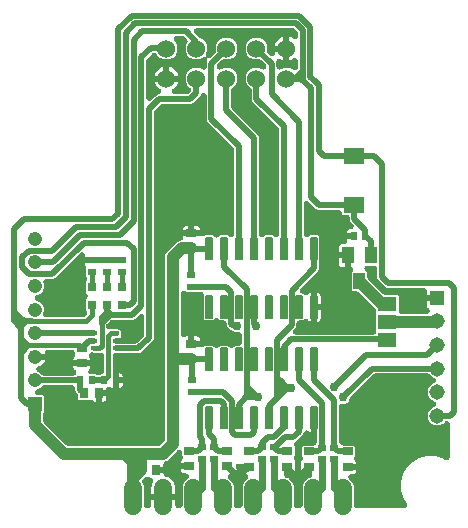
<source format=gtl>
G04 EAGLE Gerber RS-274X export*
G75*
%MOMM*%
%FSLAX34Y34*%
%LPD*%
%INTop Copper*%
%IPPOS*%
%AMOC8*
5,1,8,0,0,1.08239X$1,22.5*%
G01*
%ADD10C,0.150000*%
%ADD11C,1.308000*%
%ADD12R,1.308000X1.308000*%
%ADD13C,1.208000*%
%ADD14R,1.208000X1.208000*%
%ADD15C,1.524000*%
%ADD16C,1.524000*%
%ADD17R,0.500000X0.300000*%
%ADD18R,0.600000X0.700000*%
%ADD19R,0.900000X0.700000*%
%ADD20R,1.800000X1.350000*%
%ADD21R,0.800000X0.800000*%
%ADD22R,0.700000X0.600000*%
%ADD23R,0.700000X0.900000*%
%ADD24R,1.600200X1.168400*%
%ADD25R,1.000000X1.400000*%
%ADD26C,0.508000*%
%ADD27C,0.609600*%
%ADD28C,0.406400*%
%ADD29C,0.606400*%
%ADD30C,1.016000*%
%ADD31C,0.756400*%

G36*
X132415Y63462D02*
X132415Y63462D01*
X132579Y63469D01*
X132639Y63482D01*
X132700Y63487D01*
X132858Y63531D01*
X133019Y63566D01*
X133075Y63590D01*
X133134Y63606D01*
X133282Y63676D01*
X133434Y63740D01*
X133486Y63773D01*
X133541Y63799D01*
X133674Y63895D01*
X133812Y63984D01*
X133870Y64035D01*
X133907Y64061D01*
X133949Y64105D01*
X134047Y64191D01*
X137257Y67401D01*
X137362Y67528D01*
X137474Y67649D01*
X137507Y67700D01*
X137546Y67747D01*
X137627Y67890D01*
X137716Y68028D01*
X137739Y68085D01*
X137769Y68138D01*
X137824Y68293D01*
X137887Y68445D01*
X137899Y68505D01*
X137920Y68562D01*
X137947Y68724D01*
X137981Y68885D01*
X137986Y68962D01*
X137993Y69006D01*
X137993Y69067D01*
X138001Y69197D01*
X138001Y224572D01*
X139006Y227000D01*
X148376Y236370D01*
X150810Y237378D01*
X150817Y237379D01*
X150852Y237377D01*
X151041Y237399D01*
X151231Y237415D01*
X151264Y237425D01*
X151299Y237429D01*
X151482Y237484D01*
X151665Y237534D01*
X151697Y237549D01*
X151730Y237559D01*
X151900Y237646D01*
X152072Y237727D01*
X152100Y237748D01*
X152131Y237763D01*
X152283Y237878D01*
X152438Y237990D01*
X152462Y238014D01*
X152490Y238035D01*
X152619Y238175D01*
X152752Y238312D01*
X152772Y238341D01*
X152795Y238366D01*
X152898Y238527D01*
X153004Y238685D01*
X153018Y238717D01*
X153037Y238746D01*
X153109Y238923D01*
X153187Y239097D01*
X153195Y239131D01*
X153208Y239163D01*
X153248Y239349D01*
X153293Y239534D01*
X153295Y239569D01*
X153303Y239603D01*
X153322Y239915D01*
X153322Y241231D01*
X160362Y241231D01*
X160363Y241231D01*
X169051Y241231D01*
X169125Y241199D01*
X169251Y241168D01*
X169375Y241128D01*
X169470Y241115D01*
X169562Y241092D01*
X169692Y241084D01*
X169821Y241067D01*
X169916Y241070D01*
X170012Y241065D01*
X170141Y241080D01*
X170271Y241085D01*
X170364Y241106D01*
X170459Y241117D01*
X170583Y241154D01*
X170710Y241182D01*
X170798Y241219D01*
X170890Y241247D01*
X171006Y241306D01*
X171126Y241356D01*
X171206Y241408D01*
X171291Y241451D01*
X171395Y241530D01*
X171504Y241600D01*
X171601Y241687D01*
X171650Y241723D01*
X171680Y241756D01*
X171738Y241807D01*
X171998Y242067D01*
X178382Y242067D01*
X179744Y240705D01*
X179771Y240682D01*
X179794Y240656D01*
X179943Y240538D01*
X180090Y240416D01*
X180120Y240398D01*
X180147Y240377D01*
X180315Y240287D01*
X180481Y240192D01*
X180513Y240181D01*
X180544Y240164D01*
X180725Y240106D01*
X180905Y240042D01*
X180939Y240036D01*
X180972Y240025D01*
X181160Y239999D01*
X181349Y239968D01*
X181384Y239968D01*
X181418Y239964D01*
X181608Y239972D01*
X181799Y239974D01*
X181833Y239981D01*
X181868Y239982D01*
X182054Y240023D01*
X182241Y240060D01*
X182274Y240072D01*
X182307Y240080D01*
X182483Y240153D01*
X182661Y240222D01*
X182691Y240240D01*
X182723Y240253D01*
X182883Y240357D01*
X183046Y240456D01*
X183072Y240479D01*
X183101Y240498D01*
X183335Y240705D01*
X184698Y242067D01*
X191082Y242067D01*
X192190Y240959D01*
X192290Y240875D01*
X192383Y240784D01*
X192462Y240731D01*
X192536Y240670D01*
X192648Y240605D01*
X192756Y240532D01*
X192844Y240494D01*
X192927Y240446D01*
X193049Y240403D01*
X193168Y240350D01*
X193261Y240328D01*
X193351Y240295D01*
X193479Y240274D01*
X193605Y240243D01*
X193701Y240238D01*
X193795Y240222D01*
X193925Y240224D01*
X194055Y240216D01*
X194150Y240227D01*
X194245Y240228D01*
X194373Y240253D01*
X194502Y240268D01*
X194594Y240296D01*
X194687Y240314D01*
X194808Y240360D01*
X194933Y240398D01*
X195018Y240442D01*
X195107Y240476D01*
X195218Y240543D01*
X195334Y240603D01*
X195410Y240660D01*
X195492Y240710D01*
X195590Y240796D01*
X195693Y240875D01*
X195758Y240945D01*
X195829Y241008D01*
X195910Y241110D01*
X195998Y241206D01*
X196050Y241286D01*
X196109Y241361D01*
X196170Y241476D01*
X196240Y241585D01*
X196276Y241674D01*
X196322Y241758D01*
X196362Y241882D01*
X196411Y242002D01*
X196431Y242095D01*
X196461Y242186D01*
X196478Y242315D01*
X196506Y242442D01*
X196514Y242572D01*
X196522Y242632D01*
X196520Y242677D01*
X196525Y242754D01*
X196525Y314632D01*
X196510Y314796D01*
X196504Y314960D01*
X196491Y315020D01*
X196485Y315081D01*
X196442Y315239D01*
X196406Y315400D01*
X196383Y315456D01*
X196367Y315515D01*
X196296Y315663D01*
X196233Y315815D01*
X196199Y315867D01*
X196173Y315922D01*
X196078Y316055D01*
X195988Y316193D01*
X195937Y316251D01*
X195911Y316288D01*
X195867Y316330D01*
X195781Y316428D01*
X173843Y338366D01*
X173224Y339860D01*
X173224Y359973D01*
X173208Y360150D01*
X173199Y360328D01*
X173189Y360374D01*
X173184Y360422D01*
X173137Y360593D01*
X173097Y360766D01*
X173078Y360810D01*
X173066Y360856D01*
X172990Y361016D01*
X172919Y361180D01*
X172893Y361220D01*
X172872Y361263D01*
X172769Y361407D01*
X172671Y361555D01*
X172638Y361590D01*
X172610Y361629D01*
X172483Y361753D01*
X172360Y361881D01*
X172322Y361910D01*
X172288Y361943D01*
X172141Y362042D01*
X171997Y362147D01*
X171954Y362168D01*
X171914Y362195D01*
X171752Y362267D01*
X171592Y362345D01*
X171547Y362358D01*
X171503Y362377D01*
X171330Y362419D01*
X171159Y362468D01*
X171112Y362473D01*
X171065Y362484D01*
X170888Y362495D01*
X170711Y362512D01*
X170664Y362509D01*
X170616Y362512D01*
X170439Y362491D01*
X170262Y362477D01*
X170216Y362465D01*
X170169Y362459D01*
X169998Y362408D01*
X169827Y362363D01*
X169784Y362343D01*
X169738Y362329D01*
X169579Y362248D01*
X169418Y362174D01*
X169379Y362146D01*
X169336Y362125D01*
X169195Y362018D01*
X169049Y361916D01*
X169016Y361882D01*
X168978Y361853D01*
X168857Y361722D01*
X168732Y361596D01*
X168705Y361557D01*
X168672Y361522D01*
X168577Y361372D01*
X168476Y361226D01*
X168450Y361172D01*
X168431Y361142D01*
X168407Y361084D01*
X168339Y360945D01*
X168046Y360237D01*
X161732Y353924D01*
X160238Y353305D01*
X135793Y353305D01*
X135630Y353290D01*
X135465Y353283D01*
X135406Y353270D01*
X135345Y353265D01*
X135186Y353221D01*
X135025Y353186D01*
X134969Y353162D01*
X134910Y353146D01*
X134762Y353076D01*
X134610Y353012D01*
X134559Y352979D01*
X134504Y352953D01*
X134370Y352857D01*
X134232Y352768D01*
X134174Y352717D01*
X134138Y352691D01*
X134095Y352647D01*
X133998Y352561D01*
X129437Y348000D01*
X129331Y347874D01*
X129220Y347753D01*
X129187Y347702D01*
X129148Y347655D01*
X129066Y347512D01*
X128978Y347373D01*
X128955Y347317D01*
X128925Y347264D01*
X128870Y347109D01*
X128807Y346957D01*
X128794Y346897D01*
X128774Y346840D01*
X128747Y346677D01*
X128712Y346517D01*
X128708Y346440D01*
X128700Y346395D01*
X128701Y346334D01*
X128693Y346205D01*
X128693Y154538D01*
X128074Y153044D01*
X117684Y142654D01*
X116190Y142035D01*
X96059Y142035D01*
X96025Y142032D01*
X95990Y142034D01*
X95801Y142012D01*
X95611Y141995D01*
X95577Y141986D01*
X95543Y141982D01*
X95360Y141926D01*
X95176Y141876D01*
X95145Y141862D01*
X95112Y141851D01*
X94941Y141765D01*
X94770Y141683D01*
X94742Y141663D01*
X94711Y141647D01*
X94559Y141532D01*
X94404Y141421D01*
X94379Y141396D01*
X94352Y141375D01*
X94223Y141235D01*
X94090Y141098D01*
X94070Y141069D01*
X94047Y141044D01*
X93944Y140883D01*
X93837Y140725D01*
X93823Y140693D01*
X93805Y140664D01*
X93732Y140488D01*
X93655Y140313D01*
X93647Y140280D01*
X93634Y140248D01*
X93594Y140061D01*
X93549Y139876D01*
X93546Y139841D01*
X93539Y139807D01*
X93520Y139496D01*
X93520Y127621D01*
X93523Y127586D01*
X93521Y127552D01*
X93543Y127362D01*
X93560Y127172D01*
X93569Y127139D01*
X93573Y127105D01*
X93628Y126922D01*
X93678Y126738D01*
X93693Y126707D01*
X93703Y126674D01*
X93790Y126503D01*
X93872Y126331D01*
X93892Y126303D01*
X93908Y126272D01*
X93966Y126195D01*
X93966Y119041D01*
X93966Y113000D01*
X93171Y113000D01*
X92525Y113173D01*
X91907Y113530D01*
X91886Y113540D01*
X91867Y113553D01*
X91682Y113635D01*
X91499Y113720D01*
X91476Y113726D01*
X91455Y113735D01*
X91258Y113783D01*
X91063Y113834D01*
X91040Y113836D01*
X91018Y113842D01*
X90816Y113854D01*
X90614Y113870D01*
X90591Y113868D01*
X90568Y113869D01*
X90367Y113846D01*
X90166Y113826D01*
X90144Y113820D01*
X90121Y113817D01*
X89927Y113759D01*
X89733Y113704D01*
X89712Y113694D01*
X89690Y113687D01*
X89510Y113595D01*
X89328Y113507D01*
X89309Y113493D01*
X89289Y113483D01*
X89128Y113361D01*
X88964Y113241D01*
X88948Y113225D01*
X88930Y113211D01*
X88793Y113062D01*
X88653Y112916D01*
X88641Y112897D01*
X88625Y112880D01*
X88516Y112709D01*
X88405Y112540D01*
X88395Y112519D01*
X88383Y112500D01*
X88306Y112313D01*
X88226Y112127D01*
X88221Y112105D01*
X88212Y112083D01*
X88169Y111884D01*
X88123Y111689D01*
X88122Y111666D01*
X88117Y111643D01*
X88098Y111331D01*
X88098Y110735D01*
X82058Y110735D01*
X82023Y110732D01*
X81989Y110734D01*
X81799Y110712D01*
X81609Y110695D01*
X81576Y110686D01*
X81541Y110682D01*
X81358Y110626D01*
X81175Y110576D01*
X81144Y110562D01*
X81110Y110552D01*
X80940Y110465D01*
X80768Y110383D01*
X80740Y110363D01*
X80709Y110347D01*
X80557Y110232D01*
X80402Y110121D01*
X80402Y110120D01*
X80378Y110096D01*
X80350Y110075D01*
X80220Y109934D01*
X80088Y109798D01*
X80068Y109769D01*
X80045Y109744D01*
X79942Y109583D01*
X79835Y109425D01*
X79821Y109393D01*
X79803Y109364D01*
X79730Y109187D01*
X79653Y109013D01*
X79645Y108979D01*
X79632Y108947D01*
X79592Y108761D01*
X79547Y108575D01*
X79544Y108541D01*
X79537Y108507D01*
X79518Y108195D01*
X79518Y101155D01*
X78223Y101155D01*
X77577Y101328D01*
X76997Y101662D01*
X76634Y102025D01*
X76608Y102047D01*
X76585Y102073D01*
X76436Y102192D01*
X76289Y102314D01*
X76259Y102331D01*
X76232Y102353D01*
X76064Y102443D01*
X75898Y102537D01*
X75866Y102549D01*
X75835Y102565D01*
X75653Y102624D01*
X75474Y102688D01*
X75440Y102694D01*
X75407Y102705D01*
X75218Y102731D01*
X75030Y102762D01*
X74995Y102761D01*
X74961Y102766D01*
X74771Y102758D01*
X74579Y102756D01*
X74545Y102749D01*
X74511Y102748D01*
X74325Y102706D01*
X74137Y102670D01*
X74105Y102658D01*
X74071Y102650D01*
X73895Y102576D01*
X73717Y102508D01*
X73688Y102490D01*
X73656Y102476D01*
X73495Y102373D01*
X73333Y102274D01*
X73307Y102251D01*
X73277Y102232D01*
X73208Y102171D01*
X64926Y102171D01*
X64033Y103064D01*
X64033Y106420D01*
X64018Y106584D01*
X64011Y106748D01*
X63998Y106808D01*
X63993Y106868D01*
X63949Y107027D01*
X63914Y107188D01*
X63890Y107244D01*
X63874Y107303D01*
X63804Y107451D01*
X63740Y107603D01*
X63707Y107655D01*
X63681Y107709D01*
X63585Y107843D01*
X63496Y107981D01*
X63445Y108039D01*
X63419Y108076D01*
X63375Y108118D01*
X63289Y108216D01*
X62446Y109058D01*
X61827Y110552D01*
X61827Y112396D01*
X61824Y112431D01*
X61826Y112465D01*
X61804Y112654D01*
X61787Y112845D01*
X61778Y112878D01*
X61774Y112912D01*
X61719Y113095D01*
X61669Y113279D01*
X61654Y113310D01*
X61644Y113343D01*
X61557Y113513D01*
X61476Y113686D01*
X61455Y113714D01*
X61440Y113745D01*
X61324Y113897D01*
X61213Y114052D01*
X61189Y114076D01*
X61168Y114103D01*
X61028Y114232D01*
X60891Y114366D01*
X60862Y114385D01*
X60837Y114409D01*
X60676Y114511D01*
X60518Y114618D01*
X60486Y114632D01*
X60457Y114650D01*
X60280Y114723D01*
X60106Y114800D01*
X60072Y114808D01*
X60040Y114821D01*
X59854Y114861D01*
X59668Y114907D01*
X59634Y114909D01*
X59600Y114916D01*
X59288Y114935D01*
X35685Y114935D01*
X35521Y114921D01*
X35357Y114914D01*
X35297Y114901D01*
X35237Y114895D01*
X35078Y114852D01*
X34917Y114816D01*
X34861Y114793D01*
X34802Y114777D01*
X34654Y114706D01*
X34502Y114643D01*
X34451Y114610D01*
X34396Y114583D01*
X34262Y114488D01*
X34124Y114398D01*
X34066Y114347D01*
X34030Y114321D01*
X33987Y114278D01*
X33890Y114192D01*
X32285Y112587D01*
X29540Y111450D01*
X29382Y111367D01*
X29222Y111291D01*
X29184Y111264D01*
X29141Y111241D01*
X29001Y111133D01*
X28856Y111029D01*
X28823Y110995D01*
X28785Y110966D01*
X28666Y110834D01*
X28542Y110707D01*
X28515Y110667D01*
X28483Y110631D01*
X28390Y110481D01*
X28290Y110334D01*
X28271Y110290D01*
X28245Y110249D01*
X28180Y110084D01*
X28108Y109922D01*
X28097Y109875D01*
X28079Y109831D01*
X28043Y109657D01*
X28001Y109484D01*
X27998Y109437D01*
X27989Y109390D01*
X27984Y109212D01*
X27974Y109035D01*
X27979Y108987D01*
X27978Y108940D01*
X28005Y108764D01*
X28026Y108588D01*
X28039Y108542D01*
X28047Y108495D01*
X28104Y108327D01*
X28156Y108157D01*
X28178Y108114D01*
X28193Y108069D01*
X28280Y107914D01*
X28360Y107755D01*
X28389Y107717D01*
X28412Y107676D01*
X28525Y107538D01*
X28632Y107397D01*
X28667Y107364D01*
X28698Y107327D01*
X28833Y107212D01*
X28963Y107091D01*
X29004Y107066D01*
X29040Y107035D01*
X29193Y106945D01*
X29343Y106850D01*
X29387Y106831D01*
X29429Y106807D01*
X29595Y106746D01*
X29760Y106679D01*
X29807Y106669D01*
X29851Y106652D01*
X30026Y106621D01*
X30200Y106584D01*
X30259Y106580D01*
X30295Y106574D01*
X30358Y106574D01*
X30512Y106565D01*
X34672Y106565D01*
X35565Y105672D01*
X35565Y92328D01*
X35348Y92112D01*
X35243Y91986D01*
X35131Y91865D01*
X35099Y91814D01*
X35060Y91767D01*
X34978Y91624D01*
X34890Y91485D01*
X34866Y91429D01*
X34836Y91376D01*
X34781Y91221D01*
X34719Y91069D01*
X34706Y91009D01*
X34685Y90952D01*
X34659Y90790D01*
X34624Y90629D01*
X34619Y90551D01*
X34612Y90507D01*
X34613Y90447D01*
X34605Y90317D01*
X34605Y85041D01*
X34619Y84878D01*
X34626Y84713D01*
X34639Y84654D01*
X34645Y84593D01*
X34688Y84434D01*
X34724Y84274D01*
X34747Y84217D01*
X34763Y84158D01*
X34834Y84010D01*
X34897Y83858D01*
X34930Y83807D01*
X34957Y83752D01*
X35052Y83618D01*
X35142Y83480D01*
X35193Y83422D01*
X35219Y83386D01*
X35262Y83343D01*
X35348Y83246D01*
X54403Y64191D01*
X54529Y64086D01*
X54650Y63974D01*
X54701Y63942D01*
X54748Y63902D01*
X54891Y63821D01*
X55030Y63732D01*
X55086Y63709D01*
X55139Y63679D01*
X55294Y63624D01*
X55446Y63561D01*
X55506Y63549D01*
X55564Y63528D01*
X55726Y63501D01*
X55887Y63467D01*
X55963Y63462D01*
X56008Y63455D01*
X56069Y63456D01*
X56198Y63448D01*
X132251Y63448D01*
X132415Y63462D01*
G37*
G36*
X340586Y10925D02*
X340586Y10925D01*
X340609Y10923D01*
X340810Y10945D01*
X341012Y10963D01*
X341034Y10969D01*
X341057Y10971D01*
X341250Y11028D01*
X341446Y11081D01*
X341467Y11091D01*
X341489Y11098D01*
X341671Y11188D01*
X341853Y11275D01*
X341871Y11288D01*
X341892Y11298D01*
X342055Y11419D01*
X342219Y11537D01*
X342235Y11553D01*
X342253Y11567D01*
X342392Y11715D01*
X342533Y11859D01*
X342546Y11879D01*
X342561Y11895D01*
X342672Y12065D01*
X342785Y12232D01*
X342794Y12254D01*
X342807Y12273D01*
X342885Y12459D01*
X342967Y12644D01*
X342972Y12667D01*
X342981Y12688D01*
X343026Y12886D01*
X343074Y13082D01*
X343075Y13105D01*
X343080Y13127D01*
X343089Y13329D01*
X343101Y13531D01*
X343099Y13554D01*
X343100Y13577D01*
X343073Y13777D01*
X343049Y13978D01*
X343043Y14000D01*
X343039Y14023D01*
X342978Y14215D01*
X342919Y14409D01*
X342908Y14430D01*
X342901Y14452D01*
X342762Y14732D01*
X339554Y20288D01*
X337839Y26687D01*
X337839Y33313D01*
X339554Y39712D01*
X342866Y45449D01*
X347551Y50134D01*
X353288Y53446D01*
X359687Y55161D01*
X366313Y55161D01*
X372712Y53446D01*
X375268Y51970D01*
X375289Y51960D01*
X375308Y51947D01*
X375493Y51865D01*
X375677Y51780D01*
X375699Y51774D01*
X375720Y51765D01*
X375917Y51717D01*
X376112Y51666D01*
X376135Y51664D01*
X376158Y51658D01*
X376359Y51646D01*
X376561Y51630D01*
X376584Y51632D01*
X376607Y51631D01*
X376808Y51654D01*
X377009Y51674D01*
X377031Y51680D01*
X377054Y51683D01*
X377249Y51741D01*
X377442Y51796D01*
X377463Y51806D01*
X377485Y51813D01*
X377665Y51905D01*
X377847Y51993D01*
X377866Y52007D01*
X377887Y52017D01*
X378047Y52139D01*
X378211Y52259D01*
X378227Y52275D01*
X378245Y52289D01*
X378383Y52438D01*
X378522Y52584D01*
X378535Y52603D01*
X378551Y52621D01*
X378659Y52791D01*
X378771Y52960D01*
X378780Y52981D01*
X378792Y53000D01*
X378869Y53187D01*
X378949Y53373D01*
X378955Y53396D01*
X378963Y53417D01*
X379006Y53615D01*
X379052Y53811D01*
X379053Y53834D01*
X379058Y53857D01*
X379077Y54169D01*
X379077Y82042D01*
X379075Y82068D01*
X379076Y82091D01*
X379066Y82183D01*
X379064Y82301D01*
X379046Y82395D01*
X379037Y82490D01*
X379003Y82616D01*
X378978Y82743D01*
X378944Y82833D01*
X378919Y82925D01*
X378863Y83042D01*
X378816Y83163D01*
X378766Y83245D01*
X378725Y83331D01*
X378650Y83437D01*
X378582Y83548D01*
X378519Y83620D01*
X378463Y83697D01*
X378370Y83788D01*
X378284Y83885D01*
X378209Y83945D01*
X378141Y84011D01*
X378033Y84084D01*
X377931Y84165D01*
X377847Y84210D01*
X377768Y84263D01*
X377649Y84316D01*
X377534Y84377D01*
X377443Y84407D01*
X377356Y84446D01*
X377229Y84477D01*
X377106Y84517D01*
X377011Y84530D01*
X376918Y84552D01*
X376789Y84560D01*
X376660Y84578D01*
X376564Y84574D01*
X376469Y84580D01*
X376340Y84565D01*
X376210Y84560D01*
X376117Y84539D01*
X376022Y84528D01*
X375897Y84490D01*
X375770Y84462D01*
X375682Y84425D01*
X375591Y84398D01*
X375475Y84339D01*
X375355Y84288D01*
X375275Y84237D01*
X375189Y84193D01*
X375086Y84115D01*
X374977Y84044D01*
X374885Y83963D01*
X374862Y83947D01*
X374856Y83941D01*
X374831Y83921D01*
X374800Y83888D01*
X374742Y83837D01*
X373068Y82163D01*
X370104Y80935D01*
X366896Y80935D01*
X363932Y82163D01*
X361663Y84432D01*
X360435Y87396D01*
X360435Y90604D01*
X361663Y93568D01*
X363932Y95837D01*
X365904Y96654D01*
X366019Y96714D01*
X366139Y96766D01*
X366219Y96818D01*
X366303Y96863D01*
X366406Y96942D01*
X366515Y97014D01*
X366584Y97080D01*
X366659Y97138D01*
X366746Y97235D01*
X366841Y97324D01*
X366897Y97402D01*
X366961Y97472D01*
X367030Y97583D01*
X367107Y97688D01*
X367148Y97774D01*
X367199Y97855D01*
X367247Y97976D01*
X367304Y98092D01*
X367330Y98184D01*
X367366Y98273D01*
X367392Y98400D01*
X367427Y98526D01*
X367437Y98621D01*
X367456Y98714D01*
X367459Y98844D01*
X367472Y98974D01*
X367464Y99069D01*
X367467Y99164D01*
X367447Y99293D01*
X367436Y99423D01*
X367412Y99515D01*
X367398Y99609D01*
X367355Y99733D01*
X367322Y99858D01*
X367282Y99945D01*
X367251Y100035D01*
X367188Y100149D01*
X367133Y100267D01*
X367078Y100345D01*
X367032Y100428D01*
X366950Y100529D01*
X366875Y100636D01*
X366807Y100703D01*
X366747Y100777D01*
X366648Y100861D01*
X366556Y100953D01*
X366477Y101007D01*
X366404Y101069D01*
X366292Y101135D01*
X366185Y101209D01*
X366068Y101266D01*
X366016Y101297D01*
X365974Y101312D01*
X365904Y101346D01*
X363932Y102163D01*
X361663Y104432D01*
X360435Y107396D01*
X360435Y110604D01*
X361663Y113568D01*
X363932Y115837D01*
X365904Y116654D01*
X366019Y116714D01*
X366139Y116766D01*
X366219Y116818D01*
X366303Y116863D01*
X366406Y116942D01*
X366515Y117014D01*
X366584Y117080D01*
X366659Y117138D01*
X366746Y117235D01*
X366841Y117324D01*
X366897Y117402D01*
X366961Y117472D01*
X367030Y117583D01*
X367107Y117688D01*
X367148Y117774D01*
X367199Y117855D01*
X367247Y117976D01*
X367304Y118092D01*
X367330Y118184D01*
X367366Y118273D01*
X367392Y118400D01*
X367427Y118526D01*
X367437Y118621D01*
X367456Y118714D01*
X367459Y118844D01*
X367472Y118974D01*
X367464Y119069D01*
X367467Y119164D01*
X367447Y119293D01*
X367436Y119423D01*
X367412Y119515D01*
X367398Y119609D01*
X367355Y119733D01*
X367322Y119858D01*
X367282Y119945D01*
X367251Y120035D01*
X367188Y120149D01*
X367133Y120267D01*
X367078Y120345D01*
X367032Y120428D01*
X366950Y120529D01*
X366875Y120636D01*
X366807Y120703D01*
X366747Y120777D01*
X366648Y120861D01*
X366556Y120953D01*
X366477Y121007D01*
X366404Y121069D01*
X366292Y121135D01*
X366185Y121209D01*
X366068Y121266D01*
X366016Y121297D01*
X365974Y121312D01*
X365904Y121346D01*
X363932Y122163D01*
X361903Y124192D01*
X361777Y124297D01*
X361656Y124409D01*
X361605Y124441D01*
X361558Y124480D01*
X361415Y124562D01*
X361276Y124650D01*
X361220Y124674D01*
X361167Y124704D01*
X361012Y124759D01*
X360860Y124821D01*
X360800Y124834D01*
X360743Y124855D01*
X360580Y124881D01*
X360420Y124916D01*
X360343Y124921D01*
X360298Y124928D01*
X360237Y124927D01*
X360108Y124935D01*
X315983Y124935D01*
X315819Y124921D01*
X315655Y124914D01*
X315595Y124901D01*
X315534Y124895D01*
X315375Y124852D01*
X315215Y124816D01*
X315159Y124793D01*
X315100Y124777D01*
X314952Y124706D01*
X314800Y124643D01*
X314748Y124610D01*
X314693Y124583D01*
X314560Y124488D01*
X314421Y124398D01*
X314364Y124347D01*
X314327Y124321D01*
X314285Y124278D01*
X314187Y124192D01*
X294976Y104981D01*
X294871Y104854D01*
X294759Y104734D01*
X294727Y104682D01*
X294688Y104635D01*
X294606Y104493D01*
X294518Y104354D01*
X294494Y104297D01*
X294464Y104244D01*
X294409Y104089D01*
X294347Y103937D01*
X294334Y103878D01*
X294313Y103820D01*
X294313Y103816D01*
X293425Y101673D01*
X291932Y100180D01*
X289982Y99372D01*
X287704Y99372D01*
X287670Y99369D01*
X287635Y99371D01*
X287446Y99349D01*
X287256Y99332D01*
X287222Y99323D01*
X287188Y99319D01*
X287005Y99264D01*
X286821Y99213D01*
X286790Y99199D01*
X286757Y99189D01*
X286586Y99102D01*
X286415Y99020D01*
X286387Y99000D01*
X286356Y98984D01*
X286204Y98869D01*
X286049Y98758D01*
X286024Y98733D01*
X285997Y98712D01*
X285868Y98572D01*
X285734Y98435D01*
X285715Y98407D01*
X285692Y98381D01*
X285589Y98220D01*
X285482Y98062D01*
X285468Y98031D01*
X285450Y98001D01*
X285377Y97825D01*
X285300Y97650D01*
X285292Y97617D01*
X285279Y97585D01*
X285239Y97398D01*
X285194Y97213D01*
X285191Y97178D01*
X285184Y97145D01*
X285165Y96833D01*
X285165Y67809D01*
X285179Y67645D01*
X285186Y67480D01*
X285199Y67421D01*
X285205Y67360D01*
X285248Y67201D01*
X285284Y67041D01*
X285307Y66985D01*
X285323Y66926D01*
X285394Y66778D01*
X285457Y66625D01*
X285491Y66574D01*
X285517Y66519D01*
X285612Y66386D01*
X285702Y66247D01*
X285753Y66189D01*
X285779Y66153D01*
X285822Y66110D01*
X285909Y66013D01*
X286271Y65650D01*
X286283Y65606D01*
X286298Y65575D01*
X286308Y65542D01*
X286395Y65371D01*
X286477Y65199D01*
X286497Y65171D01*
X286513Y65140D01*
X286628Y64988D01*
X286739Y64833D01*
X286764Y64809D01*
X286785Y64782D01*
X286925Y64652D01*
X287061Y64519D01*
X287090Y64500D01*
X287116Y64476D01*
X287277Y64374D01*
X287435Y64267D01*
X287466Y64253D01*
X287495Y64235D01*
X287672Y64162D01*
X287846Y64085D01*
X287880Y64077D01*
X287912Y64064D01*
X288099Y64023D01*
X288284Y63978D01*
X288318Y63976D01*
X288352Y63969D01*
X288664Y63950D01*
X297729Y63950D01*
X298622Y63056D01*
X298622Y54766D01*
X298602Y54740D01*
X298479Y54594D01*
X298462Y54563D01*
X298440Y54536D01*
X298350Y54368D01*
X298256Y54203D01*
X298244Y54170D01*
X298228Y54139D01*
X298169Y53958D01*
X298105Y53778D01*
X298099Y53744D01*
X298088Y53711D01*
X298062Y53522D01*
X298031Y53334D01*
X298032Y53300D01*
X298027Y53265D01*
X298035Y53074D01*
X298037Y52884D01*
X298044Y52850D01*
X298045Y52815D01*
X298087Y52629D01*
X298123Y52442D01*
X298135Y52409D01*
X298143Y52376D01*
X298216Y52200D01*
X298285Y52022D01*
X298303Y51992D01*
X298317Y51960D01*
X298420Y51800D01*
X298519Y51637D01*
X298542Y51611D01*
X298561Y51582D01*
X298768Y51348D01*
X299131Y50985D01*
X299465Y50406D01*
X299638Y49759D01*
X299638Y48464D01*
X292598Y48464D01*
X292563Y48461D01*
X292529Y48463D01*
X292339Y48441D01*
X292149Y48424D01*
X292116Y48415D01*
X292082Y48411D01*
X291899Y48356D01*
X291715Y48306D01*
X291684Y48291D01*
X291651Y48281D01*
X291480Y48194D01*
X291308Y48112D01*
X291280Y48092D01*
X291249Y48077D01*
X291097Y47961D01*
X290942Y47850D01*
X290918Y47825D01*
X290891Y47805D01*
X290761Y47665D01*
X290628Y47528D01*
X290609Y47499D01*
X290585Y47473D01*
X290483Y47312D01*
X290376Y47155D01*
X290362Y47123D01*
X290344Y47094D01*
X290271Y46917D01*
X290194Y46743D01*
X290186Y46709D01*
X290173Y46677D01*
X290132Y46491D01*
X290087Y46305D01*
X290085Y46271D01*
X290078Y46237D01*
X290059Y45925D01*
X290062Y45890D01*
X290060Y45856D01*
X290082Y45666D01*
X290099Y45476D01*
X290108Y45443D01*
X290112Y45408D01*
X290167Y45225D01*
X290217Y45042D01*
X290232Y45011D01*
X290242Y44977D01*
X290329Y44807D01*
X290410Y44635D01*
X290431Y44607D01*
X290446Y44576D01*
X290562Y44424D01*
X290673Y44269D01*
X290697Y44245D01*
X290718Y44217D01*
X290858Y44088D01*
X290995Y43955D01*
X291024Y43936D01*
X291049Y43912D01*
X291210Y43810D01*
X291368Y43703D01*
X291400Y43689D01*
X291429Y43670D01*
X291606Y43598D01*
X291780Y43521D01*
X291814Y43513D01*
X291846Y43499D01*
X292032Y43459D01*
X292218Y43414D01*
X292252Y43412D01*
X292286Y43405D01*
X292598Y43385D01*
X299638Y43385D01*
X299638Y42090D01*
X299465Y41444D01*
X299131Y40865D01*
X298658Y40392D01*
X298078Y40057D01*
X297432Y39884D01*
X295699Y39884D01*
X295569Y39873D01*
X295439Y39871D01*
X295346Y39853D01*
X295250Y39844D01*
X295125Y39810D01*
X294997Y39785D01*
X294908Y39751D01*
X294816Y39726D01*
X294699Y39670D01*
X294577Y39623D01*
X294495Y39573D01*
X294409Y39532D01*
X294304Y39457D01*
X294192Y39389D01*
X294121Y39326D01*
X294043Y39270D01*
X293952Y39177D01*
X293855Y39091D01*
X293796Y39016D01*
X293729Y38948D01*
X293656Y38840D01*
X293576Y38738D01*
X293531Y38654D01*
X293477Y38574D01*
X293424Y38456D01*
X293363Y38341D01*
X293333Y38250D01*
X293295Y38163D01*
X293264Y38036D01*
X293224Y37913D01*
X293211Y37818D01*
X293188Y37725D01*
X293180Y37596D01*
X293162Y37467D01*
X293166Y37371D01*
X293160Y37276D01*
X293175Y37147D01*
X293181Y37017D01*
X293201Y36924D01*
X293212Y36829D01*
X293250Y36704D01*
X293278Y36577D01*
X293315Y36489D01*
X293343Y36398D01*
X293402Y36282D01*
X293452Y36162D01*
X293504Y36082D01*
X293547Y35996D01*
X293626Y35893D01*
X293696Y35784D01*
X293782Y35686D01*
X293819Y35638D01*
X293852Y35607D01*
X293903Y35549D01*
X296653Y32800D01*
X298045Y29439D01*
X298045Y13462D01*
X298048Y13427D01*
X298046Y13393D01*
X298068Y13204D01*
X298085Y13013D01*
X298094Y12980D01*
X298098Y12946D01*
X298153Y12763D01*
X298203Y12579D01*
X298218Y12548D01*
X298228Y12515D01*
X298315Y12344D01*
X298397Y12172D01*
X298417Y12144D01*
X298432Y12113D01*
X298548Y11961D01*
X298659Y11806D01*
X298684Y11782D01*
X298704Y11755D01*
X298844Y11626D01*
X298981Y11492D01*
X299010Y11473D01*
X299036Y11449D01*
X299197Y11347D01*
X299354Y11240D01*
X299386Y11226D01*
X299415Y11208D01*
X299592Y11135D01*
X299766Y11058D01*
X299800Y11050D01*
X299832Y11037D01*
X300019Y10997D01*
X300204Y10951D01*
X300238Y10949D01*
X300272Y10942D01*
X300584Y10923D01*
X340563Y10923D01*
X340586Y10925D01*
G37*
G36*
X314194Y157804D02*
X314194Y157804D01*
X314228Y157802D01*
X314418Y157824D01*
X314608Y157841D01*
X314641Y157850D01*
X314676Y157854D01*
X314859Y157910D01*
X315042Y157960D01*
X315073Y157975D01*
X315107Y157985D01*
X315277Y158071D01*
X315449Y158153D01*
X315477Y158173D01*
X315508Y158189D01*
X315660Y158304D01*
X315815Y158415D01*
X315839Y158440D01*
X315867Y158461D01*
X315996Y158601D01*
X316129Y158738D01*
X316148Y158767D01*
X316172Y158792D01*
X316274Y158953D01*
X316381Y159111D01*
X316395Y159143D01*
X316414Y159172D01*
X316486Y159348D01*
X316563Y159523D01*
X316572Y159556D01*
X316585Y159588D01*
X316625Y159775D01*
X316670Y159960D01*
X316672Y159995D01*
X316679Y160029D01*
X316699Y160341D01*
X316699Y160497D01*
X316713Y160536D01*
X316718Y160570D01*
X316729Y160603D01*
X316755Y160792D01*
X316786Y160980D01*
X316786Y161014D01*
X316790Y161049D01*
X316783Y161240D01*
X316780Y161430D01*
X316773Y161464D01*
X316772Y161499D01*
X316731Y161685D01*
X316699Y161851D01*
X316699Y175737D01*
X316713Y175776D01*
X316718Y175810D01*
X316729Y175843D01*
X316755Y176032D01*
X316786Y176220D01*
X316786Y176254D01*
X316790Y176289D01*
X316783Y176480D01*
X316780Y176670D01*
X316773Y176704D01*
X316772Y176739D01*
X316731Y176925D01*
X316699Y177091D01*
X316699Y178317D01*
X316684Y178480D01*
X316677Y178645D01*
X316664Y178704D01*
X316659Y178765D01*
X316615Y178924D01*
X316580Y179084D01*
X316556Y179141D01*
X316540Y179199D01*
X316470Y179347D01*
X316406Y179500D01*
X316373Y179551D01*
X316347Y179606D01*
X316251Y179739D01*
X316162Y179878D01*
X316111Y179936D01*
X316085Y179972D01*
X316041Y180015D01*
X315955Y180112D01*
X302461Y193606D01*
X302335Y193711D01*
X302214Y193823D01*
X302163Y193855D01*
X302116Y193895D01*
X301973Y193976D01*
X301834Y194064D01*
X301778Y194088D01*
X301725Y194118D01*
X301570Y194173D01*
X301418Y194235D01*
X301358Y194248D01*
X301301Y194269D01*
X301138Y194296D01*
X300978Y194330D01*
X300901Y194335D01*
X300857Y194342D01*
X300795Y194341D01*
X300666Y194349D01*
X296902Y194349D01*
X296009Y195243D01*
X296009Y200862D01*
X295998Y200979D01*
X295998Y201095D01*
X295978Y201202D01*
X295969Y201311D01*
X295938Y201424D01*
X295929Y201474D01*
X295929Y204276D01*
X295950Y204344D01*
X295965Y204460D01*
X295989Y204574D01*
X295999Y204728D01*
X296007Y204791D01*
X296005Y204827D01*
X296009Y204886D01*
X296009Y210506D01*
X296502Y210999D01*
X296585Y211098D01*
X296676Y211191D01*
X296729Y211271D01*
X296790Y211344D01*
X296855Y211457D01*
X296928Y211565D01*
X296966Y211652D01*
X297014Y211735D01*
X297057Y211857D01*
X297110Y211976D01*
X297133Y212069D01*
X297165Y212159D01*
X297186Y212288D01*
X297217Y212414D01*
X297223Y212509D01*
X297238Y212603D01*
X297236Y212733D01*
X297244Y212863D01*
X297233Y212958D01*
X297232Y213054D01*
X297207Y213181D01*
X297192Y213310D01*
X297165Y213402D01*
X297146Y213496D01*
X297100Y213617D01*
X297062Y213741D01*
X297019Y213827D01*
X296984Y213916D01*
X296917Y214027D01*
X296858Y214143D01*
X296800Y214219D01*
X296750Y214300D01*
X296664Y214398D01*
X296586Y214501D01*
X296515Y214566D01*
X296452Y214638D01*
X296350Y214718D01*
X296255Y214807D01*
X296174Y214858D01*
X296099Y214917D01*
X295985Y214979D01*
X295875Y215048D01*
X295786Y215085D01*
X295702Y215130D01*
X295579Y215170D01*
X295573Y215172D01*
X295573Y224874D01*
X295570Y224908D01*
X295572Y224943D01*
X295550Y225132D01*
X295533Y225322D01*
X295524Y225356D01*
X295520Y225390D01*
X295464Y225573D01*
X295414Y225757D01*
X295400Y225788D01*
X295389Y225821D01*
X295303Y225992D01*
X295221Y226163D01*
X295201Y226191D01*
X295185Y226222D01*
X295070Y226374D01*
X294959Y226529D01*
X294958Y226530D01*
X294934Y226554D01*
X294913Y226581D01*
X294913Y226582D01*
X294773Y226711D01*
X294636Y226844D01*
X294607Y226863D01*
X294581Y226887D01*
X294420Y226989D01*
X294263Y227096D01*
X294231Y227110D01*
X294202Y227129D01*
X294025Y227201D01*
X293851Y227278D01*
X293817Y227286D01*
X293785Y227300D01*
X293599Y227340D01*
X293413Y227385D01*
X293379Y227387D01*
X293345Y227394D01*
X293033Y227413D01*
X285493Y227413D01*
X285493Y232209D01*
X285666Y232855D01*
X286000Y233434D01*
X286473Y233907D01*
X287053Y234242D01*
X287699Y234415D01*
X289591Y234415D01*
X289626Y234418D01*
X289660Y234416D01*
X289850Y234438D01*
X290040Y234455D01*
X290073Y234464D01*
X290107Y234468D01*
X290290Y234523D01*
X290474Y234573D01*
X290505Y234588D01*
X290538Y234598D01*
X290709Y234685D01*
X290881Y234767D01*
X290909Y234787D01*
X290940Y234803D01*
X291092Y234918D01*
X291247Y235029D01*
X291271Y235054D01*
X291298Y235075D01*
X291428Y235215D01*
X291561Y235351D01*
X291580Y235380D01*
X291604Y235406D01*
X291706Y235567D01*
X291813Y235725D01*
X291827Y235756D01*
X291845Y235785D01*
X291918Y235962D01*
X291995Y236136D01*
X292003Y236170D01*
X292016Y236202D01*
X292057Y236389D01*
X292102Y236574D01*
X292104Y236608D01*
X292111Y236642D01*
X292130Y236954D01*
X292130Y238533D01*
X297671Y238533D01*
X297705Y238537D01*
X297740Y238534D01*
X297929Y238556D01*
X298119Y238573D01*
X298153Y238583D01*
X298187Y238587D01*
X298370Y238642D01*
X298554Y238692D01*
X298585Y238707D01*
X298618Y238717D01*
X298789Y238804D01*
X298960Y238885D01*
X298988Y238905D01*
X299019Y238921D01*
X299171Y239036D01*
X299326Y239147D01*
X299351Y239172D01*
X299378Y239193D01*
X299507Y239333D01*
X299640Y239470D01*
X299660Y239499D01*
X299683Y239524D01*
X299786Y239685D01*
X299892Y239843D01*
X299906Y239875D01*
X299925Y239904D01*
X299998Y240081D01*
X300075Y240255D01*
X300083Y240289D01*
X300096Y240321D01*
X300136Y240507D01*
X300181Y240692D01*
X300183Y240727D01*
X300191Y240761D01*
X300210Y241073D01*
X300207Y241107D01*
X300209Y241142D01*
X300187Y241331D01*
X300170Y241522D01*
X300161Y241555D01*
X300157Y241589D01*
X300102Y241772D01*
X300052Y241956D01*
X300037Y241987D01*
X300027Y242020D01*
X299940Y242191D01*
X299858Y242363D01*
X299838Y242391D01*
X299822Y242422D01*
X299707Y242574D01*
X299596Y242729D01*
X299571Y242753D01*
X299550Y242780D01*
X299410Y242909D01*
X299273Y243043D01*
X299245Y243062D01*
X299219Y243086D01*
X299058Y243188D01*
X298900Y243295D01*
X298869Y243309D01*
X298839Y243327D01*
X298663Y243400D01*
X298489Y243477D01*
X298455Y243485D01*
X298423Y243498D01*
X298236Y243539D01*
X298051Y243584D01*
X298017Y243586D01*
X297983Y243593D01*
X297671Y243612D01*
X292130Y243612D01*
X292130Y244907D01*
X292303Y245554D01*
X292638Y246133D01*
X293111Y246606D01*
X293690Y246941D01*
X294337Y247114D01*
X295215Y247114D01*
X295345Y247125D01*
X295475Y247127D01*
X295568Y247145D01*
X295664Y247154D01*
X295789Y247188D01*
X295917Y247213D01*
X296006Y247247D01*
X296098Y247272D01*
X296215Y247328D01*
X296337Y247375D01*
X296419Y247425D01*
X296505Y247465D01*
X296610Y247541D01*
X296721Y247609D01*
X296793Y247672D01*
X296871Y247728D01*
X296961Y247821D01*
X297059Y247907D01*
X297118Y247982D01*
X297185Y248050D01*
X297258Y248158D01*
X297338Y248260D01*
X297383Y248344D01*
X297437Y248423D01*
X297489Y248542D01*
X297551Y248657D01*
X297580Y248748D01*
X297619Y248835D01*
X297650Y248961D01*
X297690Y249085D01*
X297703Y249180D01*
X297726Y249273D01*
X297734Y249402D01*
X297751Y249531D01*
X297748Y249627D01*
X297753Y249722D01*
X297738Y249851D01*
X297733Y249981D01*
X297712Y250074D01*
X297701Y250169D01*
X297664Y250294D01*
X297635Y250421D01*
X297599Y250509D01*
X297571Y250600D01*
X297512Y250716D01*
X297462Y250836D01*
X297410Y250916D01*
X297367Y251001D01*
X297288Y251105D01*
X297218Y251214D01*
X297131Y251312D01*
X297095Y251360D01*
X297062Y251391D01*
X297011Y251448D01*
X296423Y252036D01*
X294922Y253537D01*
X294303Y255031D01*
X294303Y256690D01*
X294300Y256724D01*
X294302Y256759D01*
X294280Y256948D01*
X294264Y257138D01*
X294254Y257172D01*
X294250Y257206D01*
X294195Y257389D01*
X294145Y257573D01*
X294130Y257604D01*
X294120Y257637D01*
X294033Y257808D01*
X293952Y257979D01*
X293931Y258008D01*
X293916Y258038D01*
X293801Y258190D01*
X293689Y258346D01*
X293665Y258370D01*
X293644Y258397D01*
X293504Y258526D01*
X293367Y258660D01*
X293338Y258679D01*
X293313Y258702D01*
X293152Y258805D01*
X292994Y258912D01*
X292962Y258926D01*
X292933Y258944D01*
X292756Y259017D01*
X292582Y259094D01*
X292548Y259102D01*
X292516Y259115D01*
X292330Y259155D01*
X292145Y259201D01*
X292110Y259203D01*
X292076Y259210D01*
X291764Y259229D01*
X288737Y259229D01*
X287843Y260122D01*
X287843Y260658D01*
X287840Y260692D01*
X287842Y260727D01*
X287820Y260916D01*
X287804Y261106D01*
X287794Y261140D01*
X287790Y261174D01*
X287735Y261357D01*
X287685Y261541D01*
X287670Y261572D01*
X287660Y261605D01*
X287573Y261776D01*
X287492Y261947D01*
X287471Y261976D01*
X287456Y262007D01*
X287341Y262159D01*
X287229Y262314D01*
X287205Y262338D01*
X287184Y262365D01*
X287044Y262494D01*
X286907Y262628D01*
X286878Y262647D01*
X286853Y262670D01*
X286692Y262773D01*
X286534Y262880D01*
X286502Y262894D01*
X286473Y262912D01*
X286296Y262985D01*
X286122Y263062D01*
X286088Y263070D01*
X286056Y263083D01*
X285870Y263123D01*
X285685Y263169D01*
X285650Y263171D01*
X285616Y263178D01*
X285304Y263197D01*
X267656Y263197D01*
X266162Y263816D01*
X264661Y265317D01*
X259789Y270189D01*
X259690Y270272D01*
X259596Y270363D01*
X259517Y270416D01*
X259444Y270478D01*
X259331Y270542D01*
X259223Y270615D01*
X259136Y270654D01*
X259053Y270701D01*
X258930Y270745D01*
X258812Y270797D01*
X258719Y270820D01*
X258629Y270852D01*
X258500Y270873D01*
X258374Y270904D01*
X258279Y270910D01*
X258184Y270925D01*
X258055Y270924D01*
X257925Y270932D01*
X257830Y270920D01*
X257734Y270919D01*
X257607Y270894D01*
X257477Y270879D01*
X257386Y270852D01*
X257292Y270834D01*
X257171Y270787D01*
X257046Y270749D01*
X256961Y270706D01*
X256872Y270671D01*
X256761Y270604D01*
X256645Y270545D01*
X256569Y270487D01*
X256487Y270437D01*
X256390Y270351D01*
X256286Y270273D01*
X256222Y270203D01*
X256150Y270139D01*
X256069Y270037D01*
X255981Y269942D01*
X255930Y269861D01*
X255871Y269786D01*
X255809Y269672D01*
X255739Y269562D01*
X255703Y269473D01*
X255658Y269389D01*
X255618Y269266D01*
X255568Y269145D01*
X255548Y269052D01*
X255519Y268961D01*
X255501Y268832D01*
X255474Y268705D01*
X255466Y268575D01*
X255457Y268515D01*
X255459Y268470D01*
X255454Y268393D01*
X255454Y242754D01*
X255466Y242624D01*
X255468Y242495D01*
X255486Y242401D01*
X255494Y242306D01*
X255529Y242180D01*
X255553Y242052D01*
X255588Y241963D01*
X255613Y241871D01*
X255669Y241754D01*
X255716Y241632D01*
X255765Y241551D01*
X255806Y241465D01*
X255882Y241359D01*
X255950Y241248D01*
X256013Y241176D01*
X256068Y241098D01*
X256162Y241008D01*
X256248Y240910D01*
X256323Y240851D01*
X256391Y240784D01*
X256499Y240712D01*
X256601Y240631D01*
X256685Y240586D01*
X256764Y240532D01*
X256883Y240480D01*
X256998Y240418D01*
X257088Y240389D01*
X257176Y240350D01*
X257302Y240319D01*
X257426Y240279D01*
X257521Y240266D01*
X257613Y240243D01*
X257743Y240235D01*
X257872Y240218D01*
X257968Y240222D01*
X258063Y240216D01*
X258192Y240231D01*
X258322Y240236D01*
X258415Y240257D01*
X258510Y240268D01*
X258635Y240306D01*
X258761Y240334D01*
X258849Y240370D01*
X258941Y240398D01*
X259057Y240457D01*
X259177Y240507D01*
X259257Y240559D01*
X259342Y240603D01*
X259446Y240681D01*
X259555Y240752D01*
X259653Y240838D01*
X259701Y240875D01*
X259731Y240907D01*
X259789Y240959D01*
X260898Y242067D01*
X267282Y242067D01*
X268614Y240734D01*
X268614Y220594D01*
X268609Y220588D01*
X268539Y220466D01*
X268475Y220371D01*
X268464Y220345D01*
X268439Y220307D01*
X268416Y220250D01*
X268386Y220197D01*
X268335Y220055D01*
X268293Y219959D01*
X268287Y219936D01*
X268268Y219890D01*
X268256Y219831D01*
X268235Y219773D01*
X268209Y219615D01*
X268186Y219522D01*
X268185Y219503D01*
X268174Y219450D01*
X268169Y219373D01*
X268162Y219329D01*
X268162Y219268D01*
X268154Y219138D01*
X268154Y213251D01*
X267536Y211757D01*
X252680Y196902D01*
X252597Y196802D01*
X252506Y196709D01*
X252452Y196630D01*
X252391Y196556D01*
X252327Y196443D01*
X252254Y196336D01*
X252215Y196248D01*
X252168Y196165D01*
X252124Y196043D01*
X252072Y195924D01*
X252049Y195831D01*
X252017Y195741D01*
X251996Y195613D01*
X251965Y195486D01*
X251959Y195391D01*
X251943Y195297D01*
X251945Y195167D01*
X251937Y195037D01*
X251948Y194942D01*
X251950Y194847D01*
X251974Y194719D01*
X251989Y194590D01*
X252017Y194498D01*
X252035Y194405D01*
X252082Y194283D01*
X252120Y194159D01*
X252163Y194074D01*
X252197Y193985D01*
X252265Y193873D01*
X252324Y193758D01*
X252382Y193682D01*
X252431Y193600D01*
X252517Y193502D01*
X252596Y193399D01*
X252666Y193334D01*
X252730Y193262D01*
X252831Y193182D01*
X252927Y193094D01*
X253008Y193042D01*
X253083Y192983D01*
X253197Y192922D01*
X253307Y192852D01*
X253395Y192815D01*
X253480Y192770D01*
X253603Y192730D01*
X253723Y192681D01*
X253817Y192661D01*
X253908Y192631D01*
X254036Y192613D01*
X254164Y192586D01*
X254293Y192578D01*
X254354Y192570D01*
X254399Y192572D01*
X254476Y192567D01*
X254582Y192567D01*
X255283Y191865D01*
X255328Y191828D01*
X255368Y191785D01*
X255501Y191683D01*
X255629Y191576D01*
X255680Y191547D01*
X255726Y191512D01*
X255875Y191436D01*
X256020Y191353D01*
X256075Y191333D01*
X256127Y191307D01*
X256287Y191258D01*
X256444Y191202D01*
X256502Y191193D01*
X256558Y191176D01*
X256724Y191156D01*
X256888Y191129D01*
X256947Y191130D01*
X257005Y191123D01*
X257172Y191133D01*
X257339Y191135D01*
X257396Y191146D01*
X257455Y191150D01*
X257617Y191189D01*
X257781Y191220D01*
X257835Y191242D01*
X257892Y191255D01*
X258045Y191323D01*
X258201Y191383D01*
X258251Y191413D01*
X258304Y191437D01*
X258443Y191530D01*
X258585Y191617D01*
X258629Y191655D01*
X258678Y191688D01*
X258798Y191804D01*
X258923Y191915D01*
X258959Y191961D01*
X259001Y192002D01*
X259190Y192250D01*
X259284Y192390D01*
X259742Y192848D01*
X260281Y193208D01*
X260880Y193456D01*
X261516Y193583D01*
X261550Y193583D01*
X261550Y181192D01*
X261550Y168801D01*
X261516Y168801D01*
X260880Y168928D01*
X260281Y169176D01*
X259742Y169536D01*
X259284Y169994D01*
X259190Y170134D01*
X259154Y170180D01*
X259123Y170230D01*
X259013Y170355D01*
X258908Y170485D01*
X258864Y170523D01*
X258825Y170567D01*
X258694Y170671D01*
X258568Y170780D01*
X258518Y170810D01*
X258472Y170847D01*
X258325Y170925D01*
X258182Y171011D01*
X258127Y171032D01*
X258075Y171059D01*
X257916Y171111D01*
X257760Y171170D01*
X257703Y171180D01*
X257647Y171198D01*
X257481Y171221D01*
X257317Y171251D01*
X257259Y171252D01*
X257201Y171260D01*
X257034Y171253D01*
X256867Y171254D01*
X256809Y171244D01*
X256751Y171241D01*
X256588Y171205D01*
X256424Y171177D01*
X256368Y171157D01*
X256311Y171144D01*
X256158Y171080D01*
X256001Y171022D01*
X255950Y170993D01*
X255896Y170970D01*
X255756Y170880D01*
X255612Y170796D01*
X255567Y170758D01*
X255518Y170726D01*
X255283Y170519D01*
X254582Y169817D01*
X251701Y169817D01*
X251666Y169814D01*
X251632Y169816D01*
X251442Y169794D01*
X251252Y169777D01*
X251219Y169768D01*
X251184Y169764D01*
X251001Y169709D01*
X250818Y169659D01*
X250787Y169644D01*
X250753Y169634D01*
X250583Y169547D01*
X250411Y169466D01*
X250383Y169445D01*
X250352Y169430D01*
X250200Y169314D01*
X250045Y169203D01*
X250021Y169179D01*
X249993Y169158D01*
X249864Y169018D01*
X249731Y168881D01*
X249712Y168852D01*
X249688Y168827D01*
X249586Y168666D01*
X249479Y168508D01*
X249465Y168476D01*
X249446Y168447D01*
X249374Y168270D01*
X249297Y168096D01*
X249289Y168062D01*
X249275Y168030D01*
X249235Y167844D01*
X249190Y167658D01*
X249188Y167624D01*
X249181Y167590D01*
X249161Y167278D01*
X249161Y165279D01*
X248543Y163785D01*
X247042Y162284D01*
X246894Y162136D01*
X246811Y162036D01*
X246720Y161943D01*
X246666Y161864D01*
X246605Y161791D01*
X246541Y161678D01*
X246468Y161570D01*
X246429Y161483D01*
X246382Y161400D01*
X246338Y161277D01*
X246286Y161158D01*
X246263Y161066D01*
X246231Y160976D01*
X246210Y160847D01*
X246179Y160721D01*
X246173Y160626D01*
X246157Y160531D01*
X246159Y160401D01*
X246151Y160271D01*
X246162Y160177D01*
X246164Y160081D01*
X246188Y159954D01*
X246203Y159824D01*
X246231Y159733D01*
X246249Y159639D01*
X246296Y159518D01*
X246334Y159393D01*
X246377Y159308D01*
X246411Y159219D01*
X246479Y159108D01*
X246538Y158992D01*
X246596Y158916D01*
X246645Y158834D01*
X246731Y158737D01*
X246810Y158633D01*
X246880Y158569D01*
X246943Y158497D01*
X247045Y158416D01*
X247141Y158328D01*
X247221Y158277D01*
X247296Y158218D01*
X247411Y158156D01*
X247521Y158086D01*
X247609Y158050D01*
X247693Y158005D01*
X247817Y157965D01*
X247937Y157915D01*
X248031Y157895D01*
X248121Y157866D01*
X248250Y157848D01*
X248378Y157820D01*
X248507Y157812D01*
X248567Y157804D01*
X248612Y157806D01*
X248690Y157801D01*
X314159Y157801D01*
X314194Y157804D01*
G37*
G36*
X232250Y240227D02*
X232250Y240227D01*
X232345Y240228D01*
X232473Y240253D01*
X232602Y240268D01*
X232694Y240296D01*
X232787Y240314D01*
X232908Y240360D01*
X233033Y240398D01*
X233118Y240442D01*
X233207Y240476D01*
X233318Y240543D01*
X233434Y240603D01*
X233510Y240660D01*
X233592Y240710D01*
X233690Y240796D01*
X233793Y240875D01*
X233858Y240945D01*
X233929Y241008D01*
X234010Y241110D01*
X234098Y241206D01*
X234150Y241286D01*
X234209Y241361D01*
X234270Y241476D01*
X234340Y241585D01*
X234376Y241674D01*
X234422Y241758D01*
X234462Y241882D01*
X234511Y242002D01*
X234531Y242095D01*
X234561Y242186D01*
X234578Y242315D01*
X234606Y242442D01*
X234614Y242572D01*
X234622Y242632D01*
X234620Y242677D01*
X234625Y242754D01*
X234625Y331493D01*
X234610Y331656D01*
X234604Y331821D01*
X234591Y331880D01*
X234585Y331941D01*
X234542Y332100D01*
X234506Y332260D01*
X234483Y332317D01*
X234467Y332375D01*
X234396Y332523D01*
X234333Y332676D01*
X234299Y332727D01*
X234273Y332782D01*
X234178Y332915D01*
X234088Y333054D01*
X234037Y333112D01*
X234011Y333148D01*
X233967Y333191D01*
X233881Y333288D01*
X211954Y355215D01*
X211335Y356709D01*
X211335Y364689D01*
X211316Y364902D01*
X211299Y365115D01*
X211296Y365126D01*
X211295Y365137D01*
X211239Y365343D01*
X211185Y365550D01*
X211180Y365561D01*
X211177Y365572D01*
X211086Y365762D01*
X210995Y365959D01*
X210988Y365968D01*
X210983Y365978D01*
X210860Y366151D01*
X210736Y366327D01*
X210728Y366335D01*
X210721Y366344D01*
X210612Y366451D01*
X210577Y366490D01*
X207647Y369420D01*
X206255Y372781D01*
X206255Y376419D01*
X207647Y379780D01*
X210220Y382353D01*
X213581Y383745D01*
X217219Y383745D01*
X220256Y382487D01*
X220426Y382433D01*
X220593Y382374D01*
X220640Y382366D01*
X220686Y382352D01*
X220862Y382330D01*
X221037Y382301D01*
X221085Y382301D01*
X221133Y382295D01*
X221310Y382304D01*
X221488Y382307D01*
X221535Y382316D01*
X221582Y382318D01*
X221755Y382358D01*
X221930Y382392D01*
X221974Y382409D01*
X222021Y382420D01*
X222184Y382490D01*
X222350Y382554D01*
X222391Y382579D01*
X222434Y382598D01*
X222582Y382696D01*
X222734Y382788D01*
X222770Y382820D01*
X222810Y382846D01*
X222939Y382969D01*
X223072Y383087D01*
X223101Y383124D01*
X223136Y383157D01*
X223241Y383301D01*
X223351Y383440D01*
X223374Y383482D01*
X223402Y383520D01*
X223480Y383680D01*
X223564Y383837D01*
X223579Y383882D01*
X223600Y383925D01*
X223648Y384096D01*
X223703Y384265D01*
X223709Y384312D01*
X223723Y384358D01*
X223740Y384535D01*
X223764Y384711D01*
X223762Y384759D01*
X223767Y384806D01*
X223753Y384983D01*
X223746Y385161D01*
X223736Y385208D01*
X223732Y385255D01*
X223687Y385427D01*
X223648Y385600D01*
X223630Y385644D01*
X223618Y385691D01*
X223543Y385852D01*
X223475Y386016D01*
X223449Y386056D01*
X223429Y386099D01*
X223327Y386245D01*
X223230Y386394D01*
X223191Y386438D01*
X223170Y386468D01*
X223126Y386513D01*
X223024Y386628D01*
X219534Y390118D01*
X219370Y390255D01*
X219209Y390392D01*
X219199Y390398D01*
X219189Y390406D01*
X219004Y390512D01*
X218821Y390619D01*
X218809Y390624D01*
X218798Y390630D01*
X218597Y390701D01*
X218398Y390774D01*
X218386Y390776D01*
X218374Y390781D01*
X218163Y390815D01*
X217955Y390852D01*
X217942Y390852D01*
X217929Y390854D01*
X217777Y390852D01*
X217724Y390855D01*
X213581Y390855D01*
X210220Y392247D01*
X207647Y394820D01*
X206255Y398181D01*
X206255Y401819D01*
X207647Y405180D01*
X210220Y407753D01*
X213581Y409145D01*
X217219Y409145D01*
X220580Y407753D01*
X223153Y405180D01*
X224545Y401819D01*
X224545Y397806D01*
X224542Y397783D01*
X224542Y397770D01*
X224541Y397758D01*
X224551Y397547D01*
X224560Y397333D01*
X224563Y397321D01*
X224563Y397308D01*
X224611Y397101D01*
X224658Y396894D01*
X224662Y396882D01*
X224665Y396870D01*
X224749Y396676D01*
X224831Y396478D01*
X224838Y396467D01*
X224843Y396456D01*
X224959Y396280D01*
X225076Y396100D01*
X225086Y396089D01*
X225091Y396080D01*
X225118Y396052D01*
X225282Y395866D01*
X226954Y394195D01*
X227014Y394144D01*
X227067Y394088D01*
X227186Y394000D01*
X227299Y393906D01*
X227367Y393867D01*
X227430Y393821D01*
X227562Y393755D01*
X227690Y393682D01*
X227764Y393656D01*
X227834Y393622D01*
X227976Y393581D01*
X228114Y393531D01*
X228191Y393519D01*
X228267Y393497D01*
X228413Y393482D01*
X228559Y393458D01*
X228637Y393459D01*
X228714Y393451D01*
X228861Y393462D01*
X229009Y393464D01*
X229086Y393479D01*
X229163Y393485D01*
X229306Y393522D01*
X229451Y393550D01*
X229524Y393578D01*
X229599Y393597D01*
X229733Y393659D01*
X229871Y393712D01*
X229938Y393753D01*
X230009Y393785D01*
X230129Y393869D01*
X230256Y393946D01*
X230314Y393998D01*
X230378Y394042D01*
X230483Y394146D01*
X230593Y394244D01*
X230641Y394305D01*
X230697Y394361D01*
X230781Y394482D01*
X230872Y394597D01*
X230909Y394666D01*
X230954Y394730D01*
X231015Y394864D01*
X231085Y394994D01*
X231109Y395068D01*
X231142Y395139D01*
X231179Y395282D01*
X231224Y395422D01*
X231235Y395500D01*
X231254Y395575D01*
X231266Y395722D01*
X231286Y395868D01*
X231283Y395946D01*
X231288Y396024D01*
X231273Y396171D01*
X231267Y396318D01*
X231250Y396394D01*
X231242Y396472D01*
X231176Y396728D01*
X231170Y396758D01*
X231167Y396764D01*
X231164Y396775D01*
X230941Y397461D01*
X238261Y397461D01*
X238261Y390141D01*
X236900Y390584D01*
X235803Y391143D01*
X235799Y391144D01*
X235795Y391147D01*
X235590Y391228D01*
X235385Y391311D01*
X235381Y391312D01*
X235377Y391313D01*
X235161Y391357D01*
X234944Y391402D01*
X234940Y391402D01*
X234935Y391403D01*
X234716Y391408D01*
X234494Y391415D01*
X234490Y391414D01*
X234485Y391414D01*
X234273Y391381D01*
X234049Y391347D01*
X234045Y391346D01*
X234040Y391345D01*
X233834Y391274D01*
X233623Y391202D01*
X233619Y391200D01*
X233615Y391199D01*
X233418Y391089D01*
X233229Y390984D01*
X233225Y390982D01*
X233221Y390979D01*
X233051Y390839D01*
X232879Y390700D01*
X232876Y390697D01*
X232873Y390694D01*
X232732Y390528D01*
X232586Y390359D01*
X232583Y390355D01*
X232581Y390352D01*
X232469Y390160D01*
X232357Y389971D01*
X232355Y389967D01*
X232353Y389963D01*
X232275Y389751D01*
X232200Y389549D01*
X232200Y389545D01*
X232198Y389540D01*
X232159Y389321D01*
X232121Y389106D01*
X232121Y389101D01*
X232120Y389097D01*
X232121Y388872D01*
X232121Y388655D01*
X232121Y388651D01*
X232121Y388647D01*
X232161Y388430D01*
X232200Y388212D01*
X232202Y388208D01*
X232202Y388204D01*
X232261Y388034D01*
X232261Y384761D01*
X232268Y384679D01*
X232266Y384597D01*
X232288Y384456D01*
X232301Y384313D01*
X232323Y384233D01*
X232335Y384152D01*
X232382Y384017D01*
X232419Y383879D01*
X232455Y383804D01*
X232481Y383726D01*
X232551Y383601D01*
X232613Y383472D01*
X232661Y383405D01*
X232701Y383333D01*
X232792Y383222D01*
X232875Y383106D01*
X232934Y383048D01*
X232986Y382985D01*
X233095Y382892D01*
X233198Y382792D01*
X233266Y382746D01*
X233328Y382692D01*
X233452Y382620D01*
X233571Y382540D01*
X233646Y382506D01*
X233717Y382465D01*
X233852Y382415D01*
X233982Y382357D01*
X234062Y382338D01*
X234140Y382310D01*
X234281Y382285D01*
X234420Y382251D01*
X234502Y382246D01*
X234583Y382231D01*
X234726Y382232D01*
X234869Y382223D01*
X234951Y382233D01*
X235033Y382233D01*
X235174Y382259D01*
X235316Y382275D01*
X235395Y382299D01*
X235476Y382314D01*
X235710Y382394D01*
X235747Y382405D01*
X235757Y382410D01*
X235772Y382415D01*
X238981Y383745D01*
X242619Y383745D01*
X245980Y382353D01*
X246096Y382237D01*
X246196Y382153D01*
X246289Y382063D01*
X246368Y382009D01*
X246441Y381948D01*
X246554Y381883D01*
X246662Y381811D01*
X246749Y381772D01*
X246832Y381725D01*
X246955Y381681D01*
X247074Y381628D01*
X247166Y381606D01*
X247256Y381574D01*
X247385Y381553D01*
X247511Y381522D01*
X247606Y381516D01*
X247701Y381500D01*
X247831Y381502D01*
X247960Y381494D01*
X248055Y381505D01*
X248151Y381506D01*
X248278Y381531D01*
X248408Y381546D01*
X248499Y381574D01*
X248593Y381592D01*
X248714Y381639D01*
X248839Y381676D01*
X248924Y381720D01*
X249013Y381754D01*
X249124Y381822D01*
X249240Y381881D01*
X249316Y381938D01*
X249398Y381988D01*
X249495Y382074D01*
X249599Y382153D01*
X249663Y382223D01*
X249735Y382286D01*
X249816Y382388D01*
X249904Y382484D01*
X249955Y382564D01*
X250014Y382639D01*
X250076Y382754D01*
X250146Y382864D01*
X250182Y382952D01*
X250227Y383036D01*
X250267Y383160D01*
X250317Y383280D01*
X250337Y383374D01*
X250366Y383464D01*
X250384Y383593D01*
X250411Y383720D01*
X250419Y383850D01*
X250428Y383910D01*
X250426Y383955D01*
X250431Y384032D01*
X250431Y389454D01*
X250417Y389610D01*
X250411Y389765D01*
X250397Y389833D01*
X250391Y389903D01*
X250350Y390053D01*
X250317Y390206D01*
X250290Y390270D01*
X250272Y390337D01*
X250205Y390478D01*
X250146Y390622D01*
X250109Y390681D01*
X250079Y390744D01*
X249988Y390870D01*
X249904Y391002D01*
X249857Y391053D01*
X249817Y391110D01*
X249705Y391219D01*
X249599Y391333D01*
X249544Y391375D01*
X249494Y391424D01*
X249365Y391511D01*
X249240Y391605D01*
X249178Y391637D01*
X249121Y391676D01*
X248978Y391739D01*
X248839Y391810D01*
X248773Y391830D01*
X248709Y391858D01*
X248558Y391895D01*
X248408Y391940D01*
X248339Y391948D01*
X248272Y391965D01*
X248116Y391974D01*
X247961Y391992D01*
X247892Y391988D01*
X247822Y391992D01*
X247667Y391974D01*
X247512Y391965D01*
X247444Y391948D01*
X247375Y391940D01*
X247225Y391895D01*
X247074Y391858D01*
X247011Y391830D01*
X246944Y391810D01*
X246805Y391739D01*
X246662Y391676D01*
X246587Y391628D01*
X246543Y391606D01*
X246496Y391571D01*
X246399Y391508D01*
X246125Y391310D01*
X244700Y390584D01*
X243339Y390141D01*
X243339Y400000D01*
X243339Y409859D01*
X244700Y409416D01*
X246125Y408690D01*
X246399Y408492D01*
X246532Y408412D01*
X246662Y408324D01*
X246725Y408296D01*
X246785Y408260D01*
X246931Y408205D01*
X247074Y408142D01*
X247141Y408125D01*
X247206Y408101D01*
X247359Y408072D01*
X247511Y408035D01*
X247580Y408031D01*
X247649Y408018D01*
X247805Y408017D01*
X247960Y408008D01*
X248029Y408016D01*
X248099Y408015D01*
X248252Y408042D01*
X248408Y408060D01*
X248474Y408080D01*
X248543Y408092D01*
X248689Y408145D01*
X248839Y408190D01*
X248901Y408222D01*
X248966Y408245D01*
X249101Y408324D01*
X249240Y408394D01*
X249295Y408436D01*
X249355Y408471D01*
X249474Y408572D01*
X249599Y408666D01*
X249646Y408717D01*
X249699Y408762D01*
X249798Y408883D01*
X249904Y408997D01*
X249941Y409056D01*
X249985Y409110D01*
X250062Y409246D01*
X250146Y409377D01*
X250172Y409442D01*
X250206Y409502D01*
X250257Y409649D01*
X250317Y409794D01*
X250331Y409862D01*
X250354Y409927D01*
X250378Y410081D01*
X250411Y410234D01*
X250417Y410323D01*
X250425Y410372D01*
X250423Y410430D01*
X250431Y410546D01*
X250431Y412896D01*
X250416Y413059D01*
X250409Y413224D01*
X250396Y413283D01*
X250391Y413344D01*
X250347Y413503D01*
X250312Y413663D01*
X250288Y413720D01*
X250272Y413778D01*
X250202Y413927D01*
X250138Y414079D01*
X250105Y414130D01*
X250079Y414185D01*
X249983Y414319D01*
X249894Y414457D01*
X249843Y414515D01*
X249817Y414551D01*
X249773Y414594D01*
X249687Y414691D01*
X247911Y416467D01*
X247784Y416573D01*
X247664Y416684D01*
X247612Y416717D01*
X247565Y416756D01*
X247423Y416838D01*
X247284Y416926D01*
X247227Y416949D01*
X247174Y416980D01*
X247020Y417035D01*
X246867Y417097D01*
X246808Y417110D01*
X246750Y417130D01*
X246588Y417157D01*
X246427Y417192D01*
X246350Y417197D01*
X246306Y417204D01*
X246245Y417203D01*
X246115Y417211D01*
X164760Y417211D01*
X164631Y417199D01*
X164501Y417198D01*
X164407Y417180D01*
X164312Y417171D01*
X164186Y417137D01*
X164058Y417112D01*
X163969Y417078D01*
X163877Y417053D01*
X163760Y416997D01*
X163638Y416950D01*
X163557Y416900D01*
X163471Y416859D01*
X163365Y416784D01*
X163254Y416716D01*
X163182Y416653D01*
X163104Y416597D01*
X163014Y416504D01*
X162916Y416418D01*
X162857Y416343D01*
X162790Y416274D01*
X162718Y416166D01*
X162637Y416065D01*
X162592Y415981D01*
X162538Y415901D01*
X162486Y415782D01*
X162424Y415668D01*
X162395Y415577D01*
X162356Y415490D01*
X162325Y415363D01*
X162285Y415240D01*
X162272Y415145D01*
X162249Y415052D01*
X162241Y414922D01*
X162224Y414793D01*
X162228Y414698D01*
X162222Y414603D01*
X162237Y414474D01*
X162242Y414344D01*
X162263Y414250D01*
X162274Y414155D01*
X162312Y414031D01*
X162340Y413904D01*
X162376Y413816D01*
X162404Y413724D01*
X162463Y413609D01*
X162513Y413489D01*
X162565Y413408D01*
X162609Y413323D01*
X162687Y413220D01*
X162758Y413110D01*
X162844Y413013D01*
X162881Y412964D01*
X162887Y412958D01*
X162889Y412956D01*
X162916Y412931D01*
X162965Y412876D01*
X166535Y409306D01*
X166624Y409231D01*
X166707Y409149D01*
X166797Y409087D01*
X166880Y409017D01*
X166982Y408959D01*
X167078Y408893D01*
X167217Y408825D01*
X167271Y408794D01*
X167305Y408782D01*
X167359Y408756D01*
X169780Y407753D01*
X172353Y405180D01*
X173745Y401819D01*
X173745Y398181D01*
X172487Y395144D01*
X172434Y394974D01*
X172374Y394807D01*
X172366Y394760D01*
X172352Y394714D01*
X172330Y394538D01*
X172301Y394363D01*
X172301Y394315D01*
X172295Y394267D01*
X172304Y394090D01*
X172307Y393913D01*
X172316Y393865D01*
X172318Y393818D01*
X172358Y393645D01*
X172392Y393470D01*
X172409Y393426D01*
X172420Y393379D01*
X172490Y393216D01*
X172554Y393050D01*
X172579Y393010D01*
X172598Y392966D01*
X172696Y392818D01*
X172788Y392666D01*
X172820Y392630D01*
X172846Y392590D01*
X172969Y392461D01*
X173087Y392328D01*
X173124Y392299D01*
X173157Y392264D01*
X173301Y392159D01*
X173440Y392049D01*
X173482Y392026D01*
X173520Y391998D01*
X173680Y391920D01*
X173837Y391836D01*
X173882Y391822D01*
X173925Y391801D01*
X174096Y391752D01*
X174265Y391697D01*
X174312Y391691D01*
X174358Y391678D01*
X174535Y391660D01*
X174711Y391636D01*
X174759Y391638D01*
X174806Y391633D01*
X174983Y391647D01*
X175161Y391654D01*
X175208Y391664D01*
X175255Y391668D01*
X175427Y391713D01*
X175600Y391752D01*
X175644Y391770D01*
X175691Y391782D01*
X175852Y391857D01*
X176016Y391925D01*
X176056Y391951D01*
X176099Y391971D01*
X176245Y392073D01*
X176394Y392170D01*
X176438Y392209D01*
X176468Y392230D01*
X176513Y392274D01*
X176628Y392377D01*
X180118Y395866D01*
X180255Y396030D01*
X180393Y396192D01*
X180399Y396202D01*
X180406Y396211D01*
X180512Y396397D01*
X180620Y396581D01*
X180624Y396592D01*
X180630Y396602D01*
X180701Y396803D01*
X180775Y397004D01*
X180777Y397015D01*
X180781Y397027D01*
X180816Y397238D01*
X180852Y397447D01*
X180852Y397459D01*
X180854Y397471D01*
X180852Y397623D01*
X180855Y397676D01*
X180855Y401819D01*
X182247Y405180D01*
X184820Y407753D01*
X188181Y409145D01*
X191819Y409145D01*
X195180Y407753D01*
X197753Y405180D01*
X199145Y401819D01*
X199145Y398181D01*
X197753Y394820D01*
X195180Y392247D01*
X191819Y390855D01*
X187806Y390855D01*
X187783Y390858D01*
X187771Y390858D01*
X187760Y390859D01*
X187678Y390855D01*
X187676Y390855D01*
X187673Y390855D01*
X187547Y390849D01*
X187333Y390840D01*
X187322Y390837D01*
X187310Y390837D01*
X187101Y390788D01*
X186894Y390742D01*
X186883Y390738D01*
X186871Y390735D01*
X186675Y390651D01*
X186478Y390569D01*
X186468Y390562D01*
X186458Y390558D01*
X186280Y390441D01*
X186100Y390324D01*
X186090Y390315D01*
X186082Y390310D01*
X186055Y390285D01*
X185866Y390118D01*
X182377Y386628D01*
X182262Y386492D01*
X182144Y386360D01*
X182118Y386320D01*
X182088Y386283D01*
X182000Y386129D01*
X181906Y385978D01*
X181888Y385933D01*
X181864Y385892D01*
X181805Y385725D01*
X181739Y385559D01*
X181729Y385513D01*
X181713Y385468D01*
X181684Y385292D01*
X181649Y385118D01*
X181648Y385071D01*
X181640Y385023D01*
X181642Y384845D01*
X181638Y384668D01*
X181645Y384621D01*
X181646Y384573D01*
X181680Y384398D01*
X181707Y384223D01*
X181723Y384178D01*
X181732Y384131D01*
X181796Y383965D01*
X181853Y383797D01*
X181877Y383756D01*
X181894Y383711D01*
X181986Y383559D01*
X182073Y383404D01*
X182103Y383367D01*
X182128Y383326D01*
X182245Y383194D01*
X182358Y383056D01*
X182395Y383025D01*
X182426Y382989D01*
X182565Y382879D01*
X182700Y382763D01*
X182742Y382739D01*
X182779Y382710D01*
X182935Y382626D01*
X183089Y382536D01*
X183134Y382519D01*
X183176Y382497D01*
X183345Y382442D01*
X183512Y382381D01*
X183559Y382372D01*
X183604Y382358D01*
X183780Y382333D01*
X183955Y382303D01*
X184003Y382303D01*
X184050Y382296D01*
X184228Y382304D01*
X184405Y382304D01*
X184452Y382313D01*
X184500Y382315D01*
X184674Y382353D01*
X184848Y382385D01*
X184904Y382404D01*
X184940Y382412D01*
X184998Y382437D01*
X185144Y382487D01*
X188181Y383745D01*
X191819Y383745D01*
X195180Y382353D01*
X197753Y379780D01*
X199145Y376419D01*
X199145Y372781D01*
X197753Y369420D01*
X194915Y366582D01*
X194897Y366568D01*
X194889Y366560D01*
X194880Y366553D01*
X194825Y366492D01*
X194823Y366490D01*
X194820Y366487D01*
X194737Y366395D01*
X194591Y366237D01*
X194585Y366228D01*
X194578Y366219D01*
X194465Y366039D01*
X194350Y365857D01*
X194345Y365847D01*
X194339Y365837D01*
X194260Y365640D01*
X194179Y365441D01*
X194176Y365430D01*
X194172Y365419D01*
X194129Y365210D01*
X194084Y365001D01*
X194083Y364987D01*
X194081Y364978D01*
X194080Y364942D01*
X194065Y364689D01*
X194065Y350701D01*
X194079Y350538D01*
X194086Y350373D01*
X194099Y350314D01*
X194105Y350253D01*
X194148Y350094D01*
X194184Y349934D01*
X194207Y349877D01*
X194223Y349819D01*
X194294Y349671D01*
X194357Y349518D01*
X194390Y349467D01*
X194417Y349412D01*
X194512Y349279D01*
X194602Y349140D01*
X194653Y349082D01*
X194679Y349046D01*
X194722Y349003D01*
X194808Y348906D01*
X216736Y326979D01*
X217354Y325485D01*
X217354Y242754D01*
X217366Y242624D01*
X217368Y242495D01*
X217386Y242401D01*
X217394Y242306D01*
X217429Y242180D01*
X217453Y242052D01*
X217488Y241963D01*
X217513Y241871D01*
X217569Y241754D01*
X217616Y241632D01*
X217665Y241551D01*
X217706Y241465D01*
X217782Y241359D01*
X217850Y241248D01*
X217913Y241176D01*
X217968Y241098D01*
X218062Y241008D01*
X218148Y240910D01*
X218223Y240851D01*
X218291Y240784D01*
X218399Y240712D01*
X218501Y240631D01*
X218585Y240586D01*
X218664Y240532D01*
X218783Y240480D01*
X218898Y240418D01*
X218988Y240389D01*
X219076Y240350D01*
X219202Y240319D01*
X219326Y240279D01*
X219421Y240266D01*
X219513Y240243D01*
X219643Y240235D01*
X219772Y240218D01*
X219868Y240222D01*
X219963Y240216D01*
X220092Y240231D01*
X220222Y240236D01*
X220315Y240257D01*
X220410Y240268D01*
X220535Y240306D01*
X220661Y240334D01*
X220749Y240370D01*
X220841Y240398D01*
X220957Y240457D01*
X221077Y240507D01*
X221157Y240559D01*
X221242Y240603D01*
X221346Y240681D01*
X221455Y240752D01*
X221553Y240838D01*
X221601Y240875D01*
X221631Y240907D01*
X221689Y240959D01*
X222798Y242067D01*
X229182Y242067D01*
X230290Y240959D01*
X230390Y240875D01*
X230483Y240784D01*
X230562Y240731D01*
X230636Y240670D01*
X230748Y240605D01*
X230856Y240532D01*
X230944Y240494D01*
X231027Y240446D01*
X231149Y240403D01*
X231268Y240350D01*
X231361Y240328D01*
X231451Y240295D01*
X231579Y240274D01*
X231705Y240243D01*
X231801Y240238D01*
X231895Y240222D01*
X232025Y240224D01*
X232155Y240216D01*
X232250Y240227D01*
G37*
G36*
X68530Y172574D02*
X68530Y172574D01*
X68694Y172581D01*
X68753Y172594D01*
X68814Y172600D01*
X68973Y172643D01*
X69133Y172679D01*
X69190Y172702D01*
X69249Y172718D01*
X69397Y172789D01*
X69549Y172852D01*
X69600Y172885D01*
X69655Y172912D01*
X69789Y173007D01*
X69927Y173097D01*
X69985Y173148D01*
X70021Y173174D01*
X70064Y173217D01*
X70161Y173304D01*
X71155Y174297D01*
X71177Y174324D01*
X71203Y174347D01*
X71322Y174497D01*
X71444Y174643D01*
X71461Y174673D01*
X71483Y174700D01*
X71573Y174868D01*
X71667Y175034D01*
X71679Y175067D01*
X71695Y175097D01*
X71754Y175278D01*
X71818Y175458D01*
X71824Y175492D01*
X71835Y175525D01*
X71861Y175715D01*
X71892Y175902D01*
X71891Y175937D01*
X71896Y175971D01*
X71888Y176162D01*
X71886Y176353D01*
X71879Y176387D01*
X71878Y176421D01*
X71836Y176608D01*
X71800Y176795D01*
X71788Y176827D01*
X71780Y176861D01*
X71706Y177037D01*
X71638Y177215D01*
X71620Y177244D01*
X71606Y177276D01*
X71503Y177436D01*
X71404Y177599D01*
X71381Y177625D01*
X71362Y177654D01*
X71155Y177889D01*
X70675Y178368D01*
X70675Y187632D01*
X71748Y188704D01*
X71770Y188731D01*
X71796Y188754D01*
X71915Y188903D01*
X72037Y189050D01*
X72054Y189080D01*
X72076Y189107D01*
X72166Y189275D01*
X72260Y189441D01*
X72272Y189473D01*
X72288Y189504D01*
X72347Y189685D01*
X72411Y189865D01*
X72417Y189899D01*
X72428Y189932D01*
X72454Y190121D01*
X72485Y190309D01*
X72484Y190344D01*
X72489Y190378D01*
X72481Y190569D01*
X72479Y190760D01*
X72472Y190794D01*
X72471Y190828D01*
X72429Y191014D01*
X72393Y191202D01*
X72381Y191234D01*
X72373Y191268D01*
X72300Y191443D01*
X72231Y191622D01*
X72213Y191651D01*
X72199Y191683D01*
X72096Y191843D01*
X71997Y192006D01*
X71974Y192032D01*
X71955Y192061D01*
X71748Y192296D01*
X70675Y193368D01*
X70675Y202632D01*
X71448Y203404D01*
X71470Y203431D01*
X71496Y203454D01*
X71614Y203603D01*
X71737Y203750D01*
X71754Y203780D01*
X71776Y203807D01*
X71866Y203975D01*
X71960Y204141D01*
X71972Y204173D01*
X71988Y204204D01*
X72047Y204385D01*
X72111Y204565D01*
X72117Y204599D01*
X72128Y204632D01*
X72154Y204821D01*
X72185Y205009D01*
X72184Y205044D01*
X72189Y205078D01*
X72181Y205269D01*
X72179Y205460D01*
X72172Y205494D01*
X72171Y205528D01*
X72129Y205714D01*
X72093Y205902D01*
X72081Y205934D01*
X72073Y205968D01*
X72000Y206144D01*
X71931Y206322D01*
X71913Y206351D01*
X71899Y206383D01*
X71796Y206543D01*
X71697Y206706D01*
X71674Y206732D01*
X71655Y206761D01*
X71448Y206996D01*
X71175Y207268D01*
X71175Y214780D01*
X71169Y214845D01*
X71172Y214896D01*
X71159Y214991D01*
X71154Y215108D01*
X71141Y215167D01*
X71135Y215228D01*
X71118Y215290D01*
X71111Y215342D01*
X71081Y215436D01*
X71056Y215547D01*
X71033Y215604D01*
X71017Y215663D01*
X70990Y215719D01*
X70973Y215771D01*
X70910Y215898D01*
X70883Y215963D01*
X70860Y215998D01*
X70834Y216050D01*
X70825Y216066D01*
X70823Y216069D01*
X70822Y216071D01*
X70332Y216919D01*
X70159Y217565D01*
X70159Y218361D01*
X76200Y218361D01*
X88900Y218361D01*
X101600Y218361D01*
X101634Y218364D01*
X101669Y218362D01*
X101858Y218384D01*
X102048Y218400D01*
X102082Y218410D01*
X102116Y218414D01*
X102299Y218469D01*
X102483Y218519D01*
X102514Y218534D01*
X102547Y218544D01*
X102718Y218631D01*
X102889Y218712D01*
X102917Y218733D01*
X102948Y218748D01*
X103100Y218863D01*
X103255Y218975D01*
X103279Y218999D01*
X103307Y219020D01*
X103436Y219160D01*
X103569Y219297D01*
X103589Y219326D01*
X103612Y219351D01*
X103715Y219512D01*
X103821Y219670D01*
X103835Y219702D01*
X103854Y219731D01*
X103926Y219908D01*
X104004Y220082D01*
X104012Y220116D01*
X104025Y220148D01*
X104065Y220334D01*
X104110Y220519D01*
X104112Y220554D01*
X104120Y220588D01*
X104139Y220900D01*
X104136Y220935D01*
X104138Y220969D01*
X104116Y221159D01*
X104099Y221349D01*
X104090Y221382D01*
X104086Y221416D01*
X104031Y221599D01*
X103980Y221783D01*
X103966Y221814D01*
X103956Y221847D01*
X103869Y222018D01*
X103787Y222190D01*
X103767Y222218D01*
X103751Y222249D01*
X103636Y222401D01*
X103525Y222556D01*
X103500Y222580D01*
X103479Y222607D01*
X103339Y222737D01*
X103202Y222870D01*
X103174Y222889D01*
X103148Y222913D01*
X102987Y223015D01*
X102829Y223122D01*
X102798Y223136D01*
X102768Y223154D01*
X102592Y223227D01*
X102417Y223304D01*
X102384Y223312D01*
X102352Y223325D01*
X102165Y223366D01*
X101980Y223411D01*
X101946Y223413D01*
X101912Y223420D01*
X101600Y223439D01*
X88900Y223439D01*
X76200Y223439D01*
X70159Y223439D01*
X70159Y224234D01*
X70173Y224287D01*
X70175Y224298D01*
X70179Y224309D01*
X70214Y224521D01*
X70251Y224730D01*
X70251Y224742D01*
X70253Y224753D01*
X70250Y224968D01*
X70249Y225181D01*
X70247Y225192D01*
X70247Y225204D01*
X70206Y225413D01*
X70167Y225623D01*
X70163Y225634D01*
X70161Y225646D01*
X70084Y225845D01*
X70009Y226045D01*
X70003Y226055D01*
X69999Y226066D01*
X69888Y226249D01*
X69778Y226432D01*
X69771Y226441D01*
X69765Y226450D01*
X69624Y226610D01*
X69483Y226772D01*
X69474Y226779D01*
X69467Y226788D01*
X69301Y226919D01*
X69133Y227054D01*
X69122Y227060D01*
X69113Y227067D01*
X68926Y227167D01*
X68738Y227271D01*
X68727Y227274D01*
X68717Y227280D01*
X68514Y227346D01*
X68311Y227414D01*
X68299Y227415D01*
X68288Y227419D01*
X68077Y227448D01*
X67865Y227479D01*
X67854Y227479D01*
X67842Y227480D01*
X67628Y227472D01*
X67415Y227465D01*
X67404Y227463D01*
X67392Y227462D01*
X67184Y227416D01*
X66975Y227371D01*
X66964Y227367D01*
X66953Y227364D01*
X66756Y227282D01*
X66558Y227202D01*
X66548Y227195D01*
X66537Y227191D01*
X66357Y227075D01*
X66177Y226961D01*
X66169Y226953D01*
X66159Y226947D01*
X65925Y226740D01*
X44747Y205562D01*
X43253Y204943D01*
X37527Y204943D01*
X37444Y204936D01*
X37362Y204938D01*
X37221Y204916D01*
X37078Y204903D01*
X36998Y204881D01*
X36917Y204869D01*
X36782Y204822D01*
X36644Y204784D01*
X36570Y204749D01*
X36491Y204722D01*
X36366Y204652D01*
X36237Y204591D01*
X36170Y204543D01*
X36098Y204503D01*
X35987Y204412D01*
X35871Y204329D01*
X35814Y204270D01*
X35750Y204218D01*
X35657Y204109D01*
X35557Y204006D01*
X35511Y203938D01*
X35457Y203875D01*
X35385Y203752D01*
X35305Y203633D01*
X35272Y203558D01*
X35230Y203487D01*
X35181Y203352D01*
X35123Y203221D01*
X35103Y203141D01*
X35075Y203064D01*
X35050Y202923D01*
X35016Y202784D01*
X35011Y202702D01*
X34997Y202621D01*
X34997Y202477D01*
X34988Y202335D01*
X34998Y202253D01*
X34998Y202170D01*
X35024Y202030D01*
X35040Y201887D01*
X35064Y201808D01*
X35079Y201727D01*
X35159Y201495D01*
X35171Y201456D01*
X35176Y201447D01*
X35181Y201432D01*
X35565Y200505D01*
X35565Y197495D01*
X34413Y194715D01*
X32285Y192587D01*
X29289Y191346D01*
X29174Y191286D01*
X29054Y191234D01*
X28975Y191182D01*
X28890Y191137D01*
X28787Y191058D01*
X28679Y190986D01*
X28609Y190920D01*
X28534Y190862D01*
X28447Y190765D01*
X28353Y190675D01*
X28296Y190598D01*
X28232Y190527D01*
X28164Y190417D01*
X28087Y190312D01*
X28045Y190226D01*
X27994Y190145D01*
X27946Y190024D01*
X27889Y189908D01*
X27863Y189816D01*
X27828Y189727D01*
X27802Y189599D01*
X27766Y189474D01*
X27757Y189379D01*
X27738Y189286D01*
X27735Y189156D01*
X27722Y189026D01*
X27729Y188931D01*
X27727Y188836D01*
X27747Y188707D01*
X27757Y188577D01*
X27781Y188485D01*
X27796Y188391D01*
X27838Y188268D01*
X27871Y188142D01*
X27911Y188055D01*
X27942Y187965D01*
X28005Y187851D01*
X28060Y187733D01*
X28115Y187655D01*
X28161Y187572D01*
X28244Y187471D01*
X28318Y187364D01*
X28386Y187297D01*
X28447Y187223D01*
X28546Y187139D01*
X28638Y187047D01*
X28716Y186993D01*
X28789Y186931D01*
X28901Y186865D01*
X29008Y186791D01*
X29125Y186734D01*
X29178Y186703D01*
X29220Y186688D01*
X29289Y186654D01*
X32285Y185413D01*
X34413Y183285D01*
X35565Y180505D01*
X35565Y177495D01*
X34975Y176071D01*
X34950Y175992D01*
X34917Y175917D01*
X34883Y175778D01*
X34840Y175641D01*
X34830Y175560D01*
X34810Y175479D01*
X34801Y175337D01*
X34783Y175195D01*
X34787Y175112D01*
X34782Y175030D01*
X34799Y174888D01*
X34806Y174745D01*
X34825Y174665D01*
X34834Y174583D01*
X34876Y174446D01*
X34908Y174306D01*
X34941Y174231D01*
X34965Y174152D01*
X35030Y174024D01*
X35086Y173893D01*
X35132Y173824D01*
X35169Y173751D01*
X35256Y173637D01*
X35334Y173517D01*
X35391Y173457D01*
X35441Y173392D01*
X35546Y173295D01*
X35645Y173191D01*
X35712Y173143D01*
X35772Y173087D01*
X35893Y173010D01*
X36008Y172925D01*
X36082Y172889D01*
X36152Y172845D01*
X36285Y172790D01*
X36413Y172728D01*
X36492Y172705D01*
X36569Y172674D01*
X36709Y172644D01*
X36846Y172605D01*
X36928Y172596D01*
X37009Y172579D01*
X37255Y172564D01*
X37294Y172560D01*
X37305Y172561D01*
X37321Y172560D01*
X68366Y172560D01*
X68530Y172574D01*
G37*
G36*
X194369Y146429D02*
X194369Y146429D01*
X194560Y146432D01*
X194594Y146439D01*
X194628Y146440D01*
X194814Y146481D01*
X195002Y146518D01*
X195034Y146530D01*
X195068Y146538D01*
X195243Y146611D01*
X195422Y146680D01*
X195451Y146698D01*
X195483Y146711D01*
X195643Y146814D01*
X195806Y146914D01*
X195832Y146937D01*
X195861Y146956D01*
X196096Y147162D01*
X197458Y148525D01*
X200369Y148525D01*
X200403Y148528D01*
X200438Y148526D01*
X200627Y148548D01*
X200817Y148565D01*
X200851Y148574D01*
X200885Y148578D01*
X201068Y148633D01*
X201252Y148683D01*
X201283Y148698D01*
X201316Y148708D01*
X201487Y148795D01*
X201658Y148877D01*
X201686Y148897D01*
X201717Y148912D01*
X201869Y149028D01*
X202024Y149139D01*
X202048Y149164D01*
X202076Y149184D01*
X202205Y149324D01*
X202338Y149461D01*
X202358Y149490D01*
X202381Y149516D01*
X202484Y149677D01*
X202590Y149834D01*
X202604Y149866D01*
X202623Y149895D01*
X202695Y150072D01*
X202773Y150246D01*
X202781Y150280D01*
X202794Y150312D01*
X202834Y150499D01*
X202879Y150684D01*
X202881Y150718D01*
X202889Y150752D01*
X202908Y151064D01*
X202908Y157605D01*
X202905Y157640D01*
X202907Y157674D01*
X202885Y157864D01*
X202868Y158054D01*
X202859Y158087D01*
X202855Y158122D01*
X202800Y158305D01*
X202749Y158488D01*
X202735Y158519D01*
X202725Y158553D01*
X202638Y158723D01*
X202556Y158895D01*
X202536Y158923D01*
X202520Y158954D01*
X202405Y159106D01*
X202294Y159261D01*
X202269Y159285D01*
X202248Y159313D01*
X202108Y159442D01*
X201971Y159575D01*
X201943Y159594D01*
X201917Y159618D01*
X201756Y159720D01*
X201598Y159827D01*
X201567Y159841D01*
X201537Y159860D01*
X201361Y159932D01*
X201186Y160009D01*
X201153Y160017D01*
X201121Y160031D01*
X200934Y160071D01*
X200749Y160116D01*
X200715Y160118D01*
X200681Y160125D01*
X200369Y160145D01*
X197954Y160145D01*
X195913Y160990D01*
X195892Y161008D01*
X195790Y161066D01*
X195694Y161132D01*
X195555Y161200D01*
X195501Y161231D01*
X195467Y161243D01*
X195413Y161269D01*
X193636Y162005D01*
X190747Y164895D01*
X190128Y166389D01*
X190128Y167278D01*
X190125Y167313D01*
X190127Y167347D01*
X190105Y167537D01*
X190088Y167727D01*
X190079Y167760D01*
X190075Y167794D01*
X190020Y167977D01*
X189970Y168161D01*
X189955Y168192D01*
X189945Y168225D01*
X189858Y168396D01*
X189776Y168568D01*
X189756Y168596D01*
X189740Y168627D01*
X189625Y168779D01*
X189514Y168934D01*
X189489Y168958D01*
X189468Y168985D01*
X189328Y169115D01*
X189191Y169248D01*
X189163Y169267D01*
X189137Y169291D01*
X188976Y169393D01*
X188818Y169500D01*
X188787Y169514D01*
X188757Y169532D01*
X188581Y169605D01*
X188406Y169682D01*
X188373Y169690D01*
X188341Y169703D01*
X188154Y169744D01*
X187969Y169789D01*
X187935Y169791D01*
X187901Y169798D01*
X187589Y169817D01*
X184698Y169817D01*
X183335Y171180D01*
X183309Y171202D01*
X183286Y171228D01*
X183136Y171346D01*
X182990Y171469D01*
X182960Y171486D01*
X182933Y171507D01*
X182764Y171597D01*
X182599Y171692D01*
X182566Y171704D01*
X182536Y171720D01*
X182355Y171779D01*
X182175Y171843D01*
X182140Y171848D01*
X182108Y171859D01*
X181919Y171885D01*
X181730Y171916D01*
X181696Y171916D01*
X181661Y171920D01*
X181471Y171913D01*
X181280Y171910D01*
X181246Y171904D01*
X181212Y171902D01*
X181026Y171861D01*
X180838Y171825D01*
X180806Y171812D01*
X180772Y171805D01*
X180597Y171731D01*
X180418Y171662D01*
X180388Y171644D01*
X180357Y171631D01*
X180197Y171528D01*
X180033Y171428D01*
X180007Y171405D01*
X179978Y171387D01*
X179744Y171180D01*
X178382Y169817D01*
X171998Y169817D01*
X170665Y171150D01*
X170665Y191632D01*
X170662Y191666D01*
X170664Y191701D01*
X170642Y191890D01*
X170625Y192080D01*
X170616Y192114D01*
X170612Y192148D01*
X170557Y192331D01*
X170507Y192515D01*
X170492Y192546D01*
X170482Y192579D01*
X170395Y192750D01*
X170313Y192921D01*
X170293Y192949D01*
X170277Y192980D01*
X170162Y193132D01*
X170051Y193287D01*
X170026Y193312D01*
X170005Y193339D01*
X169865Y193468D01*
X169728Y193601D01*
X169700Y193621D01*
X169674Y193644D01*
X169513Y193747D01*
X169355Y193854D01*
X169324Y193868D01*
X169294Y193886D01*
X169118Y193959D01*
X168944Y194036D01*
X168910Y194044D01*
X168878Y194057D01*
X168691Y194097D01*
X168506Y194142D01*
X168472Y194145D01*
X168438Y194152D01*
X168126Y194171D01*
X165966Y194171D01*
X165802Y194157D01*
X165638Y194150D01*
X165578Y194137D01*
X165517Y194131D01*
X165358Y194088D01*
X165198Y194052D01*
X165142Y194029D01*
X165083Y194013D01*
X164934Y193942D01*
X164783Y193879D01*
X164731Y193845D01*
X164676Y193819D01*
X164543Y193724D01*
X164523Y193711D01*
X156191Y193711D01*
X155545Y194357D01*
X155445Y194441D01*
X155352Y194531D01*
X155273Y194585D01*
X155199Y194646D01*
X155087Y194711D01*
X154979Y194783D01*
X154891Y194822D01*
X154808Y194870D01*
X154686Y194913D01*
X154567Y194966D01*
X154474Y194988D01*
X154384Y195020D01*
X154256Y195042D01*
X154130Y195072D01*
X154034Y195078D01*
X153940Y195094D01*
X153810Y195092D01*
X153680Y195100D01*
X153585Y195089D01*
X153490Y195088D01*
X153362Y195063D01*
X153233Y195048D01*
X153141Y195020D01*
X153048Y195002D01*
X152927Y194955D01*
X152802Y194918D01*
X152717Y194874D01*
X152628Y194840D01*
X152517Y194772D01*
X152401Y194713D01*
X152325Y194656D01*
X152243Y194606D01*
X152145Y194520D01*
X152042Y194441D01*
X151977Y194371D01*
X151906Y194308D01*
X151825Y194206D01*
X151737Y194110D01*
X151685Y194030D01*
X151626Y193955D01*
X151565Y193840D01*
X151495Y193730D01*
X151459Y193642D01*
X151413Y193558D01*
X151373Y193434D01*
X151324Y193314D01*
X151304Y193220D01*
X151274Y193130D01*
X151257Y193001D01*
X151229Y192874D01*
X151221Y192744D01*
X151213Y192684D01*
X151215Y192639D01*
X151210Y192562D01*
X151210Y158400D01*
X151212Y158376D01*
X151210Y158353D01*
X151232Y158153D01*
X151250Y157951D01*
X151256Y157928D01*
X151259Y157905D01*
X151315Y157711D01*
X151368Y157517D01*
X151378Y157496D01*
X151385Y157473D01*
X151475Y157292D01*
X151562Y157110D01*
X151575Y157091D01*
X151586Y157070D01*
X151707Y156908D01*
X151824Y156744D01*
X151841Y156728D01*
X151855Y156709D01*
X152002Y156571D01*
X152147Y156430D01*
X152166Y156417D01*
X152183Y156401D01*
X152353Y156291D01*
X152520Y156178D01*
X152541Y156168D01*
X152561Y156156D01*
X152747Y156077D01*
X152931Y155996D01*
X152954Y155990D01*
X152976Y155981D01*
X153173Y155937D01*
X153369Y155889D01*
X153392Y155888D01*
X153415Y155882D01*
X153617Y155874D01*
X153818Y155861D01*
X153841Y155864D01*
X153865Y155863D01*
X154065Y155890D01*
X154266Y155913D01*
X154288Y155920D01*
X154311Y155923D01*
X154502Y155985D01*
X154697Y156044D01*
X154718Y156054D01*
X154740Y156061D01*
X154792Y156088D01*
X155496Y156276D01*
X157791Y156276D01*
X157791Y150236D01*
X157794Y150201D01*
X157792Y150167D01*
X157814Y149977D01*
X157831Y149787D01*
X157840Y149754D01*
X157844Y149720D01*
X157900Y149537D01*
X157950Y149353D01*
X157965Y149322D01*
X157975Y149289D01*
X158062Y149118D01*
X158143Y148946D01*
X158163Y148918D01*
X158179Y148887D01*
X158294Y148735D01*
X158405Y148580D01*
X158408Y148578D01*
X158430Y148556D01*
X158451Y148528D01*
X158452Y148528D01*
X158592Y148399D01*
X158728Y148266D01*
X158757Y148246D01*
X158783Y148223D01*
X158944Y148120D01*
X159102Y148014D01*
X159133Y148000D01*
X159162Y147981D01*
X159339Y147909D01*
X159513Y147831D01*
X159547Y147823D01*
X159579Y147810D01*
X159766Y147770D01*
X159951Y147725D01*
X159985Y147723D01*
X160019Y147715D01*
X160331Y147696D01*
X168796Y147696D01*
X168800Y147694D01*
X168915Y147633D01*
X169005Y147603D01*
X169093Y147565D01*
X169219Y147534D01*
X169343Y147494D01*
X169438Y147481D01*
X169530Y147458D01*
X169660Y147450D01*
X169789Y147432D01*
X169885Y147436D01*
X169980Y147430D01*
X170109Y147445D01*
X170239Y147451D01*
X170332Y147471D01*
X170427Y147482D01*
X170552Y147520D01*
X170678Y147548D01*
X170767Y147585D01*
X170858Y147613D01*
X170974Y147672D01*
X171094Y147722D01*
X171174Y147774D01*
X171259Y147817D01*
X171363Y147896D01*
X171472Y147966D01*
X171569Y148052D01*
X171618Y148089D01*
X171648Y148122D01*
X171706Y148173D01*
X172058Y148525D01*
X178442Y148525D01*
X179804Y147162D01*
X179831Y147140D01*
X179854Y147114D01*
X180003Y146996D01*
X180150Y146874D01*
X180180Y146856D01*
X180207Y146835D01*
X180375Y146745D01*
X180541Y146650D01*
X180573Y146639D01*
X180604Y146622D01*
X180785Y146563D01*
X180965Y146499D01*
X180999Y146494D01*
X181032Y146483D01*
X181221Y146457D01*
X181409Y146426D01*
X181444Y146426D01*
X181478Y146422D01*
X181669Y146429D01*
X181860Y146432D01*
X181894Y146439D01*
X181928Y146440D01*
X182114Y146481D01*
X182302Y146518D01*
X182334Y146530D01*
X182368Y146538D01*
X182543Y146611D01*
X182722Y146680D01*
X182751Y146698D01*
X182783Y146711D01*
X182943Y146814D01*
X183106Y146914D01*
X183132Y146937D01*
X183161Y146956D01*
X183396Y147162D01*
X184758Y148525D01*
X191142Y148525D01*
X192504Y147162D01*
X192531Y147140D01*
X192554Y147114D01*
X192703Y146996D01*
X192850Y146874D01*
X192880Y146856D01*
X192907Y146835D01*
X193075Y146745D01*
X193241Y146650D01*
X193273Y146639D01*
X193304Y146622D01*
X193485Y146563D01*
X193665Y146499D01*
X193699Y146494D01*
X193732Y146483D01*
X193921Y146457D01*
X194109Y146426D01*
X194144Y146426D01*
X194178Y146422D01*
X194369Y146429D01*
G37*
G36*
X124827Y355756D02*
X124827Y355756D01*
X124957Y355762D01*
X125050Y355782D01*
X125145Y355793D01*
X125269Y355831D01*
X125396Y355859D01*
X125484Y355896D01*
X125576Y355924D01*
X125692Y355983D01*
X125812Y356033D01*
X125892Y356085D01*
X125977Y356128D01*
X126081Y356207D01*
X126190Y356277D01*
X126287Y356363D01*
X126336Y356400D01*
X126366Y356433D01*
X126424Y356484D01*
X129254Y359315D01*
X129255Y359315D01*
X130755Y360815D01*
X132257Y361438D01*
X132323Y361443D01*
X132427Y361443D01*
X132547Y361463D01*
X132668Y361474D01*
X132769Y361502D01*
X132871Y361519D01*
X132985Y361561D01*
X133103Y361593D01*
X133196Y361637D01*
X133294Y361673D01*
X133400Y361734D01*
X133509Y361786D01*
X133594Y361847D01*
X133684Y361899D01*
X133777Y361977D01*
X133875Y362048D01*
X133948Y362123D01*
X134027Y362190D01*
X134105Y362284D01*
X134189Y362371D01*
X134248Y362457D01*
X134314Y362537D01*
X134373Y362643D01*
X134441Y362744D01*
X134484Y362839D01*
X134535Y362930D01*
X134574Y363045D01*
X134624Y363156D01*
X134648Y363257D01*
X134683Y363355D01*
X134702Y363475D01*
X134730Y363593D01*
X134737Y363697D01*
X134753Y363800D01*
X134751Y363921D01*
X134758Y364043D01*
X134746Y364146D01*
X134744Y364250D01*
X134720Y364369D01*
X134706Y364490D01*
X134676Y364589D01*
X134655Y364691D01*
X134611Y364804D01*
X134576Y364921D01*
X134528Y365014D01*
X134490Y365110D01*
X134426Y365214D01*
X134371Y365322D01*
X134308Y365405D01*
X134254Y365494D01*
X134173Y365584D01*
X134099Y365681D01*
X134023Y365751D01*
X133953Y365829D01*
X133813Y365944D01*
X133768Y365986D01*
X133745Y366001D01*
X133712Y366028D01*
X132581Y366850D01*
X131450Y367981D01*
X130510Y369275D01*
X129784Y370700D01*
X129341Y372061D01*
X139200Y372061D01*
X149059Y372061D01*
X148616Y370700D01*
X147890Y369275D01*
X146950Y367981D01*
X145819Y366850D01*
X144688Y366028D01*
X144609Y365959D01*
X144525Y365899D01*
X144440Y365812D01*
X144348Y365732D01*
X144283Y365651D01*
X144211Y365576D01*
X144143Y365475D01*
X144067Y365381D01*
X144017Y365289D01*
X143959Y365203D01*
X143909Y365092D01*
X143851Y364985D01*
X143819Y364887D01*
X143776Y364791D01*
X143748Y364673D01*
X143709Y364558D01*
X143694Y364455D01*
X143670Y364354D01*
X143662Y364232D01*
X143645Y364112D01*
X143648Y364008D01*
X143642Y363904D01*
X143656Y363784D01*
X143660Y363662D01*
X143682Y363561D01*
X143694Y363457D01*
X143729Y363341D01*
X143755Y363222D01*
X143794Y363126D01*
X143824Y363026D01*
X143880Y362918D01*
X143926Y362805D01*
X143982Y362718D01*
X144029Y362625D01*
X144102Y362528D01*
X144167Y362426D01*
X144238Y362349D01*
X144301Y362266D01*
X144390Y362184D01*
X144472Y362094D01*
X144555Y362032D01*
X144632Y361961D01*
X144734Y361896D01*
X144831Y361822D01*
X144924Y361775D01*
X145012Y361719D01*
X145124Y361673D01*
X145232Y361618D01*
X145332Y361588D01*
X145428Y361548D01*
X145547Y361523D01*
X145663Y361487D01*
X145767Y361475D01*
X145868Y361453D01*
X146050Y361442D01*
X146110Y361435D01*
X146138Y361437D01*
X146180Y361434D01*
X156694Y361434D01*
X156858Y361449D01*
X157022Y361455D01*
X157082Y361469D01*
X157143Y361474D01*
X157301Y361517D01*
X157462Y361553D01*
X157518Y361577D01*
X157577Y361593D01*
X157725Y361663D01*
X157877Y361727D01*
X157929Y361760D01*
X157984Y361786D01*
X158117Y361882D01*
X158255Y361971D01*
X158313Y362022D01*
X158350Y362048D01*
X158392Y362092D01*
X158490Y362178D01*
X159494Y363182D01*
X159516Y363209D01*
X159542Y363232D01*
X159660Y363381D01*
X159783Y363528D01*
X159800Y363558D01*
X159822Y363585D01*
X159911Y363753D01*
X160006Y363919D01*
X160018Y363951D01*
X160034Y363982D01*
X160093Y364163D01*
X160157Y364343D01*
X160163Y364377D01*
X160173Y364410D01*
X160200Y364599D01*
X160231Y364787D01*
X160230Y364822D01*
X160235Y364856D01*
X160227Y365047D01*
X160224Y365237D01*
X160218Y365271D01*
X160216Y365306D01*
X160175Y365492D01*
X160139Y365679D01*
X160126Y365712D01*
X160119Y365746D01*
X160045Y365922D01*
X159977Y366099D01*
X159959Y366129D01*
X159945Y366161D01*
X159842Y366321D01*
X159743Y366484D01*
X159720Y366510D01*
X159701Y366539D01*
X159494Y366773D01*
X156847Y369420D01*
X155455Y372781D01*
X155455Y376419D01*
X156847Y379780D01*
X159420Y382353D01*
X162781Y383745D01*
X166419Y383745D01*
X169713Y382380D01*
X169792Y382356D01*
X169867Y382322D01*
X170006Y382288D01*
X170143Y382245D01*
X170225Y382235D01*
X170305Y382216D01*
X170447Y382207D01*
X170589Y382189D01*
X170672Y382193D01*
X170754Y382188D01*
X170896Y382204D01*
X171039Y382212D01*
X171119Y382230D01*
X171201Y382240D01*
X171339Y382281D01*
X171478Y382314D01*
X171553Y382346D01*
X171632Y382370D01*
X171760Y382435D01*
X171891Y382492D01*
X171960Y382537D01*
X172033Y382575D01*
X172148Y382661D01*
X172267Y382740D01*
X172327Y382797D01*
X172392Y382847D01*
X172489Y382952D01*
X172593Y383051D01*
X172642Y383117D01*
X172697Y383178D01*
X172774Y383299D01*
X172859Y383414D01*
X172895Y383488D01*
X172939Y383558D01*
X172994Y383690D01*
X173056Y383819D01*
X173079Y383898D01*
X173110Y383974D01*
X173140Y384114D01*
X173179Y384252D01*
X173188Y384334D01*
X173205Y384414D01*
X173220Y384660D01*
X173224Y384700D01*
X173223Y384710D01*
X173224Y384726D01*
X173224Y388097D01*
X173709Y389268D01*
X173762Y389437D01*
X173822Y389605D01*
X173829Y389652D01*
X173844Y389697D01*
X173866Y389874D01*
X173895Y390049D01*
X173894Y390096D01*
X173900Y390144D01*
X173891Y390321D01*
X173889Y390499D01*
X173880Y390546D01*
X173877Y390593D01*
X173837Y390766D01*
X173803Y390941D01*
X173786Y390986D01*
X173775Y391032D01*
X173705Y391195D01*
X173641Y391361D01*
X173616Y391402D01*
X173597Y391446D01*
X173499Y391594D01*
X173407Y391746D01*
X173375Y391781D01*
X173349Y391821D01*
X173226Y391950D01*
X173109Y392083D01*
X173071Y392113D01*
X173038Y392147D01*
X172895Y392252D01*
X172756Y392363D01*
X172714Y392385D01*
X172675Y392413D01*
X172515Y392491D01*
X172359Y392575D01*
X172313Y392590D01*
X172270Y392611D01*
X172099Y392659D01*
X171930Y392714D01*
X171883Y392721D01*
X171837Y392734D01*
X171660Y392751D01*
X171484Y392776D01*
X171437Y392774D01*
X171389Y392778D01*
X171212Y392764D01*
X171034Y392757D01*
X170988Y392747D01*
X170940Y392743D01*
X170769Y392698D01*
X170595Y392660D01*
X170551Y392641D01*
X170505Y392629D01*
X170343Y392554D01*
X170180Y392486D01*
X170139Y392460D01*
X170096Y392440D01*
X169951Y392338D01*
X169865Y392282D01*
X166419Y390855D01*
X162781Y390855D01*
X159420Y392247D01*
X156847Y394820D01*
X155455Y398181D01*
X155455Y401819D01*
X156877Y405251D01*
X156940Y405454D01*
X157006Y405654D01*
X157007Y405667D01*
X157011Y405680D01*
X157038Y405891D01*
X157067Y406101D01*
X157067Y406114D01*
X157068Y406127D01*
X157057Y406338D01*
X157049Y406550D01*
X157046Y406563D01*
X157045Y406577D01*
X156998Y406781D01*
X156951Y406990D01*
X156946Y407002D01*
X156943Y407015D01*
X156859Y407209D01*
X156777Y407405D01*
X156770Y407417D01*
X156765Y407429D01*
X156648Y407605D01*
X156533Y407784D01*
X156523Y407795D01*
X156517Y407804D01*
X156490Y407833D01*
X156326Y408018D01*
X154541Y409803D01*
X154415Y409909D01*
X154294Y410020D01*
X154242Y410053D01*
X154196Y410092D01*
X154053Y410173D01*
X153914Y410262D01*
X153858Y410285D01*
X153805Y410315D01*
X153650Y410370D01*
X153498Y410433D01*
X153438Y410446D01*
X153380Y410466D01*
X153218Y410493D01*
X153057Y410528D01*
X152980Y410532D01*
X152936Y410540D01*
X152875Y410539D01*
X152745Y410547D01*
X147716Y410547D01*
X147586Y410535D01*
X147457Y410533D01*
X147363Y410515D01*
X147268Y410507D01*
X147142Y410473D01*
X147015Y410448D01*
X146925Y410413D01*
X146833Y410388D01*
X146716Y410332D01*
X146595Y410286D01*
X146513Y410236D01*
X146427Y410195D01*
X146321Y410119D01*
X146210Y410052D01*
X146138Y409988D01*
X146061Y409933D01*
X145970Y409840D01*
X145872Y409753D01*
X145813Y409679D01*
X145747Y409610D01*
X145674Y409502D01*
X145593Y409400D01*
X145548Y409316D01*
X145494Y409237D01*
X145442Y409118D01*
X145380Y409003D01*
X145351Y408913D01*
X145312Y408825D01*
X145281Y408699D01*
X145241Y408575D01*
X145228Y408480D01*
X145206Y408388D01*
X145198Y408258D01*
X145180Y408129D01*
X145184Y408034D01*
X145178Y407938D01*
X145193Y407809D01*
X145198Y407679D01*
X145219Y407586D01*
X145230Y407491D01*
X145268Y407367D01*
X145296Y407240D01*
X145333Y407152D01*
X145360Y407060D01*
X145419Y406944D01*
X145469Y406824D01*
X145521Y406744D01*
X145565Y406659D01*
X145643Y406555D01*
X145714Y406446D01*
X145800Y406349D01*
X145837Y406300D01*
X145870Y406270D01*
X145921Y406212D01*
X146953Y405180D01*
X148345Y401819D01*
X148345Y398181D01*
X146953Y394820D01*
X144380Y392247D01*
X141019Y390855D01*
X137381Y390855D01*
X134020Y392247D01*
X131396Y394871D01*
X131352Y394958D01*
X131344Y394969D01*
X131338Y394980D01*
X131207Y395149D01*
X131080Y395317D01*
X131070Y395326D01*
X131062Y395336D01*
X130904Y395479D01*
X130749Y395622D01*
X130738Y395629D01*
X130728Y395638D01*
X130548Y395750D01*
X130369Y395864D01*
X130357Y395869D01*
X130346Y395876D01*
X130149Y395954D01*
X129952Y396035D01*
X129940Y396038D01*
X129927Y396043D01*
X129721Y396085D01*
X129512Y396130D01*
X129496Y396131D01*
X129486Y396133D01*
X129447Y396134D01*
X129200Y396149D01*
X128428Y396149D01*
X128264Y396134D01*
X128100Y396128D01*
X128040Y396114D01*
X127979Y396109D01*
X127821Y396066D01*
X127660Y396030D01*
X127604Y396006D01*
X127545Y395990D01*
X127397Y395920D01*
X127245Y395856D01*
X127193Y395823D01*
X127138Y395797D01*
X127005Y395701D01*
X126867Y395612D01*
X126809Y395561D01*
X126772Y395535D01*
X126730Y395491D01*
X126632Y395405D01*
X122833Y391606D01*
X122727Y391479D01*
X122616Y391358D01*
X122583Y391307D01*
X122544Y391260D01*
X122462Y391118D01*
X122374Y390979D01*
X122351Y390922D01*
X122321Y390869D01*
X122266Y390714D01*
X122203Y390562D01*
X122190Y390503D01*
X122170Y390445D01*
X122143Y390283D01*
X122108Y390122D01*
X122104Y390045D01*
X122096Y390001D01*
X122097Y389940D01*
X122089Y389810D01*
X122089Y358280D01*
X122101Y358150D01*
X122102Y358020D01*
X122121Y357926D01*
X122129Y357831D01*
X122163Y357705D01*
X122188Y357578D01*
X122222Y357489D01*
X122248Y357397D01*
X122303Y357279D01*
X122350Y357158D01*
X122400Y357076D01*
X122441Y356990D01*
X122517Y356884D01*
X122584Y356773D01*
X122647Y356702D01*
X122703Y356624D01*
X122796Y356533D01*
X122882Y356436D01*
X122957Y356377D01*
X123026Y356310D01*
X123133Y356237D01*
X123236Y356156D01*
X123320Y356111D01*
X123399Y356058D01*
X123518Y356005D01*
X123632Y355944D01*
X123723Y355914D01*
X123811Y355876D01*
X123937Y355845D01*
X124061Y355805D01*
X124155Y355792D01*
X124248Y355769D01*
X124378Y355761D01*
X124507Y355743D01*
X124602Y355747D01*
X124697Y355741D01*
X124827Y355756D01*
G37*
G36*
X60347Y123079D02*
X60347Y123079D01*
X60512Y123086D01*
X60571Y123099D01*
X60632Y123105D01*
X60790Y123148D01*
X60951Y123184D01*
X61007Y123207D01*
X61066Y123223D01*
X61214Y123294D01*
X61367Y123357D01*
X61418Y123390D01*
X61473Y123417D01*
X61606Y123512D01*
X61745Y123602D01*
X61802Y123653D01*
X61839Y123679D01*
X61881Y123722D01*
X61979Y123809D01*
X62217Y124047D01*
X62308Y124156D01*
X62406Y124258D01*
X62452Y124328D01*
X62506Y124392D01*
X62576Y124515D01*
X62655Y124633D01*
X62688Y124710D01*
X62730Y124783D01*
X62777Y124917D01*
X62833Y125047D01*
X62852Y125129D01*
X62880Y125208D01*
X62903Y125347D01*
X62936Y125485D01*
X62940Y125569D01*
X62954Y125652D01*
X62952Y125794D01*
X62959Y125935D01*
X62949Y126018D01*
X62948Y126102D01*
X62921Y126241D01*
X62903Y126381D01*
X62878Y126462D01*
X62862Y126544D01*
X62811Y126676D01*
X62769Y126811D01*
X62730Y126886D01*
X62700Y126964D01*
X62626Y127085D01*
X62561Y127211D01*
X62509Y127277D01*
X62466Y127349D01*
X62372Y127455D01*
X62286Y127567D01*
X62223Y127623D01*
X62168Y127686D01*
X62057Y127774D01*
X61952Y127869D01*
X61859Y127930D01*
X61814Y127966D01*
X61769Y127990D01*
X61691Y128042D01*
X61410Y128204D01*
X60937Y128677D01*
X60602Y129256D01*
X60429Y129903D01*
X60429Y131198D01*
X67470Y131198D01*
X74511Y131198D01*
X74511Y129903D01*
X74338Y129256D01*
X74003Y128677D01*
X73751Y128425D01*
X73668Y128325D01*
X73577Y128232D01*
X73523Y128153D01*
X73462Y128080D01*
X73398Y127967D01*
X73325Y127859D01*
X73286Y127772D01*
X73239Y127689D01*
X73195Y127566D01*
X73143Y127447D01*
X73120Y127354D01*
X73088Y127265D01*
X73067Y127136D01*
X73036Y127010D01*
X73030Y126915D01*
X73015Y126820D01*
X73016Y126690D01*
X73008Y126560D01*
X73019Y126466D01*
X73021Y126370D01*
X73045Y126242D01*
X73060Y126113D01*
X73088Y126022D01*
X73106Y125928D01*
X73153Y125807D01*
X73191Y125682D01*
X73234Y125597D01*
X73268Y125508D01*
X73336Y125397D01*
X73395Y125281D01*
X73453Y125205D01*
X73502Y125123D01*
X73588Y125026D01*
X73667Y124922D01*
X73737Y124857D01*
X73801Y124786D01*
X73903Y124705D01*
X73998Y124617D01*
X74079Y124566D01*
X74154Y124506D01*
X74268Y124445D01*
X74378Y124375D01*
X74466Y124339D01*
X74550Y124294D01*
X74674Y124254D01*
X74794Y124204D01*
X74888Y124184D01*
X74979Y124155D01*
X75107Y124137D01*
X75235Y124109D01*
X75365Y124101D01*
X75425Y124093D01*
X75469Y124095D01*
X75547Y124090D01*
X79541Y124090D01*
X79615Y124032D01*
X79761Y123909D01*
X79791Y123892D01*
X79818Y123871D01*
X79987Y123780D01*
X80152Y123686D01*
X80184Y123674D01*
X80215Y123658D01*
X80397Y123599D01*
X80576Y123535D01*
X80610Y123530D01*
X80643Y123519D01*
X80833Y123493D01*
X81020Y123462D01*
X81055Y123462D01*
X81089Y123457D01*
X81280Y123465D01*
X81471Y123468D01*
X81505Y123474D01*
X81539Y123476D01*
X81725Y123517D01*
X81913Y123553D01*
X81945Y123566D01*
X81979Y123573D01*
X82155Y123647D01*
X82333Y123716D01*
X82362Y123734D01*
X82394Y123747D01*
X82554Y123850D01*
X82717Y123950D01*
X82743Y123972D01*
X82773Y123991D01*
X82857Y124066D01*
X83867Y124066D01*
X83902Y124069D01*
X83936Y124067D01*
X84126Y124089D01*
X84316Y124106D01*
X84349Y124115D01*
X84384Y124119D01*
X84567Y124174D01*
X84750Y124224D01*
X84781Y124239D01*
X84815Y124249D01*
X84985Y124336D01*
X85157Y124417D01*
X85185Y124438D01*
X85216Y124453D01*
X85368Y124569D01*
X85523Y124680D01*
X85547Y124704D01*
X85575Y124725D01*
X85704Y124865D01*
X85837Y125002D01*
X85856Y125031D01*
X85880Y125056D01*
X85982Y125217D01*
X86089Y125375D01*
X86103Y125407D01*
X86122Y125436D01*
X86194Y125613D01*
X86271Y125787D01*
X86279Y125821D01*
X86293Y125853D01*
X86333Y126039D01*
X86378Y126225D01*
X86380Y126259D01*
X86387Y126293D01*
X86406Y126605D01*
X86406Y140181D01*
X86399Y140263D01*
X86401Y140345D01*
X86379Y140487D01*
X86367Y140629D01*
X86345Y140709D01*
X86332Y140790D01*
X86286Y140925D01*
X86248Y141064D01*
X86213Y141138D01*
X86186Y141216D01*
X86116Y141341D01*
X86055Y141470D01*
X86007Y141537D01*
X85967Y141609D01*
X85876Y141720D01*
X85793Y141836D01*
X85733Y141894D01*
X85681Y141958D01*
X85573Y142051D01*
X85470Y142151D01*
X85402Y142197D01*
X85339Y142250D01*
X85215Y142322D01*
X85097Y142403D01*
X85021Y142436D01*
X84950Y142478D01*
X84816Y142527D01*
X84685Y142585D01*
X84605Y142604D01*
X84528Y142633D01*
X84387Y142658D01*
X84248Y142691D01*
X84165Y142697D01*
X84084Y142711D01*
X83941Y142710D01*
X83798Y142719D01*
X83716Y142710D01*
X83634Y142709D01*
X83493Y142684D01*
X83351Y142667D01*
X83272Y142643D01*
X83191Y142628D01*
X82958Y142548D01*
X82940Y142543D01*
X77384Y142543D01*
X77009Y142698D01*
X76942Y142719D01*
X76877Y142749D01*
X76727Y142787D01*
X76580Y142833D01*
X76509Y142842D01*
X76440Y142859D01*
X76286Y142870D01*
X76133Y142890D01*
X76062Y142886D01*
X75991Y142891D01*
X75838Y142875D01*
X75683Y142867D01*
X75614Y142851D01*
X75544Y142843D01*
X75396Y142800D01*
X75245Y142765D01*
X75179Y142736D01*
X75111Y142717D01*
X74973Y142648D01*
X74831Y142587D01*
X74772Y142547D01*
X74708Y142516D01*
X74584Y142424D01*
X74455Y142338D01*
X74404Y142289D01*
X74347Y142247D01*
X74241Y142134D01*
X74129Y142028D01*
X74088Y141971D01*
X74039Y141919D01*
X73955Y141789D01*
X73863Y141664D01*
X73832Y141601D01*
X73794Y141541D01*
X73734Y141399D01*
X73666Y141260D01*
X73646Y141192D01*
X73619Y141126D01*
X73585Y140975D01*
X73543Y140827D01*
X73536Y140756D01*
X73520Y140687D01*
X73514Y140532D01*
X73498Y140379D01*
X73504Y140308D01*
X73501Y140237D01*
X73521Y140084D01*
X73534Y139930D01*
X73551Y139861D01*
X73561Y139791D01*
X73608Y139644D01*
X73647Y139494D01*
X73677Y139430D01*
X73699Y139362D01*
X73833Y139092D01*
X73837Y139085D01*
X73837Y139084D01*
X73838Y139083D01*
X74338Y138218D01*
X74511Y137572D01*
X74511Y136276D01*
X67470Y136276D01*
X60429Y136276D01*
X60429Y137572D01*
X60602Y138218D01*
X60937Y138797D01*
X61300Y139160D01*
X61322Y139187D01*
X61348Y139210D01*
X61466Y139359D01*
X61589Y139505D01*
X61606Y139536D01*
X61627Y139563D01*
X61717Y139731D01*
X61812Y139896D01*
X61824Y139929D01*
X61840Y139960D01*
X61899Y140141D01*
X61963Y140321D01*
X61968Y140355D01*
X61979Y140388D01*
X62005Y140576D01*
X62036Y140765D01*
X62036Y140800D01*
X62041Y140834D01*
X62033Y141023D01*
X62030Y141215D01*
X62024Y141249D01*
X62022Y141284D01*
X61981Y141469D01*
X61945Y141657D01*
X61932Y141689D01*
X61925Y141723D01*
X61851Y141899D01*
X61782Y142077D01*
X61764Y142107D01*
X61751Y142139D01*
X61647Y142299D01*
X61548Y142462D01*
X61525Y142488D01*
X61507Y142517D01*
X61445Y142586D01*
X61445Y142598D01*
X61442Y142632D01*
X61444Y142667D01*
X61422Y142856D01*
X61405Y143046D01*
X61396Y143080D01*
X61392Y143114D01*
X61337Y143297D01*
X61287Y143481D01*
X61272Y143512D01*
X61262Y143545D01*
X61175Y143716D01*
X61093Y143887D01*
X61073Y143916D01*
X61058Y143946D01*
X60942Y144098D01*
X60831Y144254D01*
X60806Y144278D01*
X60786Y144305D01*
X60645Y144434D01*
X60509Y144568D01*
X60480Y144587D01*
X60454Y144610D01*
X60293Y144713D01*
X60136Y144820D01*
X60104Y144834D01*
X60075Y144852D01*
X59898Y144925D01*
X59724Y145002D01*
X59690Y145010D01*
X59658Y145023D01*
X59471Y145063D01*
X59286Y145109D01*
X59252Y145111D01*
X59218Y145118D01*
X58906Y145137D01*
X38523Y145137D01*
X38315Y145119D01*
X38109Y145103D01*
X38092Y145099D01*
X38075Y145097D01*
X37874Y145042D01*
X37673Y144991D01*
X37657Y144983D01*
X37640Y144979D01*
X37454Y144890D01*
X37264Y144803D01*
X37249Y144793D01*
X37234Y144785D01*
X37066Y144665D01*
X36894Y144546D01*
X36882Y144533D01*
X36868Y144523D01*
X36723Y144375D01*
X36576Y144227D01*
X36566Y144213D01*
X36554Y144201D01*
X36438Y144029D01*
X36319Y143858D01*
X36311Y143842D01*
X36301Y143827D01*
X36218Y143638D01*
X36131Y143449D01*
X36126Y143432D01*
X36119Y143416D01*
X36070Y143214D01*
X36018Y143013D01*
X36017Y142995D01*
X36013Y142978D01*
X36000Y142772D01*
X35984Y142564D01*
X35986Y142546D01*
X35985Y142529D01*
X36009Y142322D01*
X36030Y142116D01*
X36035Y142096D01*
X36037Y142082D01*
X36051Y142037D01*
X36108Y141813D01*
X36197Y141539D01*
X28000Y141539D01*
X27966Y141536D01*
X27931Y141538D01*
X27742Y141516D01*
X27552Y141499D01*
X27518Y141490D01*
X27484Y141486D01*
X27301Y141431D01*
X27117Y141381D01*
X27086Y141366D01*
X27053Y141356D01*
X26882Y141269D01*
X26711Y141188D01*
X26683Y141167D01*
X26652Y141152D01*
X26500Y141036D01*
X26345Y140925D01*
X26321Y140901D01*
X26293Y140880D01*
X26164Y140740D01*
X26031Y140603D01*
X26011Y140574D01*
X25988Y140549D01*
X25885Y140388D01*
X25779Y140230D01*
X25765Y140198D01*
X25746Y140169D01*
X25674Y139992D01*
X25596Y139818D01*
X25588Y139784D01*
X25575Y139752D01*
X25535Y139566D01*
X25490Y139380D01*
X25488Y139346D01*
X25480Y139312D01*
X25461Y139000D01*
X25464Y138965D01*
X25462Y138931D01*
X25484Y138741D01*
X25501Y138551D01*
X25510Y138518D01*
X25514Y138484D01*
X25569Y138301D01*
X25620Y138117D01*
X25634Y138086D01*
X25644Y138053D01*
X25731Y137882D01*
X25813Y137710D01*
X25833Y137682D01*
X25849Y137651D01*
X25964Y137499D01*
X26075Y137344D01*
X26100Y137320D01*
X26121Y137292D01*
X26261Y137163D01*
X26398Y137030D01*
X26426Y137011D01*
X26452Y136987D01*
X26613Y136885D01*
X26771Y136778D01*
X26802Y136764D01*
X26832Y136745D01*
X27008Y136673D01*
X27183Y136596D01*
X27216Y136588D01*
X27248Y136575D01*
X27435Y136534D01*
X27620Y136489D01*
X27654Y136487D01*
X27688Y136480D01*
X28000Y136461D01*
X36197Y136461D01*
X35952Y135706D01*
X35339Y134503D01*
X34545Y133410D01*
X33590Y132455D01*
X32497Y131661D01*
X31294Y131048D01*
X30772Y130878D01*
X30768Y130877D01*
X30764Y130876D01*
X30560Y130788D01*
X30358Y130702D01*
X30354Y130699D01*
X30350Y130698D01*
X30162Y130574D01*
X29981Y130455D01*
X29978Y130452D01*
X29974Y130449D01*
X29812Y130295D01*
X29654Y130145D01*
X29652Y130142D01*
X29648Y130139D01*
X29518Y129960D01*
X29387Y129783D01*
X29385Y129779D01*
X29383Y129775D01*
X29285Y129576D01*
X29188Y129379D01*
X29187Y129375D01*
X29185Y129371D01*
X29125Y129159D01*
X29064Y128946D01*
X29063Y128942D01*
X29062Y128938D01*
X29040Y128714D01*
X29017Y128498D01*
X29018Y128494D01*
X29017Y128490D01*
X29035Y128263D01*
X29051Y128049D01*
X29052Y128045D01*
X29053Y128041D01*
X29107Y127831D01*
X29164Y127613D01*
X29166Y127609D01*
X29167Y127605D01*
X29258Y127407D01*
X29351Y127204D01*
X29354Y127201D01*
X29356Y127197D01*
X29483Y127015D01*
X29609Y126834D01*
X29612Y126831D01*
X29614Y126828D01*
X29769Y126674D01*
X29927Y126516D01*
X29930Y126513D01*
X29933Y126510D01*
X30113Y126387D01*
X30296Y126259D01*
X30300Y126257D01*
X30304Y126254D01*
X30585Y126117D01*
X32285Y125413D01*
X33890Y123808D01*
X34016Y123703D01*
X34137Y123591D01*
X34188Y123559D01*
X34235Y123520D01*
X34378Y123438D01*
X34517Y123350D01*
X34573Y123326D01*
X34626Y123296D01*
X34781Y123241D01*
X34933Y123179D01*
X34993Y123166D01*
X35050Y123145D01*
X35212Y123119D01*
X35373Y123084D01*
X35450Y123079D01*
X35494Y123072D01*
X35555Y123073D01*
X35685Y123065D01*
X60183Y123065D01*
X60347Y123079D01*
G37*
G36*
X123835Y10926D02*
X123835Y10926D01*
X123869Y10924D01*
X124058Y10946D01*
X124249Y10963D01*
X124282Y10972D01*
X124316Y10976D01*
X124498Y11031D01*
X124683Y11081D01*
X124714Y11096D01*
X124747Y11106D01*
X124918Y11193D01*
X125090Y11275D01*
X125118Y11295D01*
X125149Y11310D01*
X125301Y11426D01*
X125456Y11537D01*
X125480Y11562D01*
X125507Y11582D01*
X125636Y11723D01*
X125770Y11859D01*
X125789Y11888D01*
X125813Y11914D01*
X125915Y12074D01*
X126022Y12232D01*
X126036Y12264D01*
X126054Y12293D01*
X126127Y12470D01*
X126204Y12644D01*
X126212Y12678D01*
X126225Y12710D01*
X126265Y12897D01*
X126311Y13082D01*
X126313Y13116D01*
X126320Y13150D01*
X126339Y13462D01*
X126339Y17461D01*
X136500Y17461D01*
X146661Y17461D01*
X146661Y13462D01*
X146664Y13428D01*
X146662Y13393D01*
X146684Y13203D01*
X146701Y13013D01*
X146710Y12980D01*
X146714Y12946D01*
X146769Y12762D01*
X146819Y12579D01*
X146834Y12548D01*
X146844Y12515D01*
X146931Y12345D01*
X147013Y12172D01*
X147033Y12144D01*
X147048Y12113D01*
X147164Y11961D01*
X147275Y11806D01*
X147299Y11782D01*
X147320Y11755D01*
X147461Y11625D01*
X147597Y11492D01*
X147626Y11473D01*
X147652Y11449D01*
X147813Y11347D01*
X147970Y11240D01*
X148002Y11226D01*
X148031Y11208D01*
X148208Y11135D01*
X148382Y11058D01*
X148416Y11050D01*
X148448Y11037D01*
X148635Y10996D01*
X148820Y10951D01*
X148854Y10949D01*
X148888Y10942D01*
X149200Y10923D01*
X150216Y10923D01*
X150251Y10926D01*
X150285Y10924D01*
X150474Y10946D01*
X150665Y10963D01*
X150698Y10972D01*
X150732Y10976D01*
X150915Y11031D01*
X151099Y11081D01*
X151130Y11096D01*
X151163Y11106D01*
X151334Y11193D01*
X151506Y11275D01*
X151534Y11295D01*
X151565Y11310D01*
X151717Y11426D01*
X151872Y11537D01*
X151896Y11562D01*
X151923Y11582D01*
X152052Y11722D01*
X152186Y11859D01*
X152205Y11888D01*
X152229Y11914D01*
X152331Y12075D01*
X152438Y12232D01*
X152452Y12264D01*
X152470Y12293D01*
X152543Y12470D01*
X152620Y12644D01*
X152628Y12678D01*
X152641Y12710D01*
X152681Y12897D01*
X152727Y13082D01*
X152729Y13116D01*
X152736Y13150D01*
X152755Y13462D01*
X152755Y29439D01*
X154147Y32800D01*
X156720Y35373D01*
X156743Y35382D01*
X156901Y35465D01*
X157061Y35541D01*
X157100Y35569D01*
X157142Y35591D01*
X157283Y35700D01*
X157427Y35803D01*
X157461Y35837D01*
X157498Y35866D01*
X157617Y35998D01*
X157741Y36126D01*
X157768Y36165D01*
X157800Y36201D01*
X157894Y36351D01*
X157993Y36499D01*
X158013Y36542D01*
X158038Y36583D01*
X158104Y36748D01*
X158176Y36910D01*
X158187Y36957D01*
X158205Y37001D01*
X158240Y37176D01*
X158282Y37348D01*
X158285Y37395D01*
X158295Y37442D01*
X158299Y37620D01*
X158310Y37797D01*
X158304Y37845D01*
X158306Y37893D01*
X158278Y38068D01*
X158258Y38245D01*
X158244Y38290D01*
X158237Y38338D01*
X158179Y38505D01*
X158128Y38676D01*
X158106Y38718D01*
X158090Y38763D01*
X158004Y38918D01*
X157923Y39077D01*
X157894Y39115D01*
X157871Y39157D01*
X157758Y39294D01*
X157651Y39436D01*
X157616Y39468D01*
X157586Y39505D01*
X157451Y39620D01*
X157320Y39741D01*
X157280Y39766D01*
X157243Y39797D01*
X157090Y39887D01*
X156940Y39983D01*
X156896Y40001D01*
X156855Y40025D01*
X156688Y40086D01*
X156524Y40154D01*
X156477Y40164D01*
X156432Y40180D01*
X156257Y40211D01*
X156084Y40248D01*
X156024Y40252D01*
X155989Y40258D01*
X155926Y40258D01*
X155772Y40267D01*
X153625Y40267D01*
X152978Y40441D01*
X152399Y40775D01*
X151926Y41248D01*
X151592Y41827D01*
X151418Y42474D01*
X151418Y43769D01*
X158459Y43769D01*
X158493Y43772D01*
X158528Y43770D01*
X158717Y43792D01*
X158907Y43809D01*
X158941Y43818D01*
X158975Y43822D01*
X159158Y43877D01*
X159342Y43927D01*
X159373Y43942D01*
X159406Y43952D01*
X159577Y44039D01*
X159748Y44121D01*
X159776Y44141D01*
X159807Y44156D01*
X159959Y44272D01*
X160114Y44383D01*
X160139Y44408D01*
X160166Y44428D01*
X160295Y44569D01*
X160428Y44705D01*
X160448Y44734D01*
X160471Y44760D01*
X160574Y44921D01*
X160681Y45078D01*
X160695Y45110D01*
X160713Y45139D01*
X160786Y45316D01*
X160863Y45490D01*
X160871Y45524D01*
X160884Y45556D01*
X160924Y45743D01*
X160969Y45928D01*
X160972Y45962D01*
X160979Y45996D01*
X160998Y46308D01*
X160995Y46343D01*
X160997Y46377D01*
X160975Y46567D01*
X160958Y46757D01*
X160949Y46790D01*
X160945Y46825D01*
X160890Y47008D01*
X160840Y47191D01*
X160825Y47222D01*
X160815Y47256D01*
X160728Y47426D01*
X160646Y47598D01*
X160626Y47626D01*
X160610Y47657D01*
X160495Y47809D01*
X160384Y47964D01*
X160359Y47988D01*
X160338Y48016D01*
X160198Y48145D01*
X160061Y48278D01*
X160033Y48297D01*
X160007Y48321D01*
X159846Y48423D01*
X159688Y48530D01*
X159657Y48544D01*
X159627Y48563D01*
X159451Y48635D01*
X159277Y48712D01*
X159243Y48721D01*
X159211Y48734D01*
X159024Y48774D01*
X158839Y48819D01*
X158805Y48821D01*
X158771Y48828D01*
X158459Y48848D01*
X151418Y48848D01*
X151418Y50143D01*
X151592Y50789D01*
X151926Y51368D01*
X152289Y51731D01*
X152311Y51758D01*
X152337Y51781D01*
X152455Y51930D01*
X152578Y52076D01*
X152595Y52107D01*
X152616Y52134D01*
X152707Y52302D01*
X152801Y52467D01*
X152813Y52500D01*
X152829Y52531D01*
X152888Y52712D01*
X152952Y52892D01*
X152958Y52926D01*
X152968Y52959D01*
X152994Y53148D01*
X153025Y53336D01*
X153025Y53370D01*
X153030Y53405D01*
X153022Y53596D01*
X153019Y53786D01*
X153013Y53820D01*
X153011Y53855D01*
X152970Y54041D01*
X152934Y54228D01*
X152921Y54261D01*
X152914Y54294D01*
X152840Y54470D01*
X152772Y54648D01*
X152754Y54678D01*
X152740Y54710D01*
X152637Y54870D01*
X152538Y55033D01*
X152515Y55059D01*
X152496Y55088D01*
X152434Y55158D01*
X152434Y57768D01*
X152423Y57897D01*
X152421Y58027D01*
X152403Y58121D01*
X152394Y58216D01*
X152360Y58342D01*
X152336Y58469D01*
X152301Y58559D01*
X152276Y58651D01*
X152220Y58768D01*
X152173Y58889D01*
X152124Y58971D01*
X152083Y59057D01*
X152007Y59163D01*
X151939Y59274D01*
X151876Y59346D01*
X151820Y59423D01*
X151727Y59514D01*
X151641Y59612D01*
X151566Y59671D01*
X151498Y59737D01*
X151390Y59810D01*
X151288Y59891D01*
X151204Y59936D01*
X151125Y59990D01*
X151006Y60042D01*
X150891Y60104D01*
X150800Y60133D01*
X150713Y60172D01*
X150586Y60203D01*
X150463Y60243D01*
X150368Y60256D01*
X150275Y60278D01*
X150146Y60286D01*
X150017Y60304D01*
X149921Y60300D01*
X149826Y60306D01*
X149697Y60291D01*
X149567Y60286D01*
X149474Y60265D01*
X149379Y60254D01*
X149254Y60216D01*
X149127Y60188D01*
X149039Y60151D01*
X148948Y60124D01*
X148832Y60065D01*
X148712Y60015D01*
X148632Y59963D01*
X148547Y59919D01*
X148443Y59841D01*
X148334Y59770D01*
X148236Y59684D01*
X148188Y59647D01*
X148158Y59615D01*
X148100Y59563D01*
X141995Y53459D01*
X139780Y51244D01*
X138189Y50585D01*
X138001Y50486D01*
X137812Y50390D01*
X137801Y50382D01*
X137790Y50376D01*
X137620Y50245D01*
X137453Y50118D01*
X137444Y50108D01*
X137434Y50100D01*
X137291Y49943D01*
X137148Y49787D01*
X137141Y49776D01*
X137132Y49766D01*
X137021Y49587D01*
X136906Y49407D01*
X136901Y49395D01*
X136894Y49384D01*
X136816Y49186D01*
X136735Y48991D01*
X136732Y48978D01*
X136727Y48965D01*
X136685Y48757D01*
X136640Y48550D01*
X136639Y48535D01*
X136637Y48524D01*
X136636Y48485D01*
X136621Y48239D01*
X136621Y45654D01*
X130581Y45654D01*
X130546Y45651D01*
X130512Y45653D01*
X130322Y45631D01*
X130132Y45614D01*
X130099Y45605D01*
X130065Y45601D01*
X129882Y45545D01*
X129698Y45495D01*
X129667Y45480D01*
X129634Y45470D01*
X129463Y45384D01*
X129291Y45302D01*
X129263Y45282D01*
X129232Y45266D01*
X129080Y45151D01*
X128925Y45040D01*
X128901Y45015D01*
X128873Y44994D01*
X128744Y44854D01*
X128611Y44717D01*
X128592Y44688D01*
X128568Y44663D01*
X128466Y44502D01*
X128359Y44344D01*
X128345Y44312D01*
X128326Y44283D01*
X128254Y44107D01*
X128177Y43932D01*
X128169Y43899D01*
X128156Y43867D01*
X128115Y43680D01*
X128070Y43495D01*
X128068Y43460D01*
X128061Y43426D01*
X128042Y43114D01*
X128045Y43080D01*
X128043Y43045D01*
X128065Y42856D01*
X128081Y42666D01*
X128091Y42632D01*
X128095Y42598D01*
X128150Y42415D01*
X128200Y42231D01*
X128215Y42200D01*
X128225Y42167D01*
X128312Y41996D01*
X128393Y41825D01*
X128414Y41797D01*
X128429Y41766D01*
X128544Y41614D01*
X128656Y41459D01*
X128680Y41434D01*
X128701Y41407D01*
X128841Y41278D01*
X128978Y41145D01*
X129007Y41125D01*
X129032Y41102D01*
X129193Y40999D01*
X129351Y40892D01*
X129383Y40878D01*
X129412Y40860D01*
X129589Y40787D01*
X129763Y40710D01*
X129797Y40702D01*
X129829Y40689D01*
X130015Y40649D01*
X130200Y40604D01*
X130235Y40601D01*
X130269Y40594D01*
X130581Y40575D01*
X136621Y40575D01*
X136621Y40057D01*
X136627Y39996D01*
X136624Y39936D01*
X136647Y39773D01*
X136661Y39608D01*
X136677Y39550D01*
X136685Y39490D01*
X136736Y39333D01*
X136780Y39174D01*
X136806Y39119D01*
X136825Y39061D01*
X136902Y38916D01*
X136973Y38767D01*
X137008Y38718D01*
X137037Y38664D01*
X137139Y38535D01*
X137235Y38401D01*
X137279Y38359D01*
X137316Y38311D01*
X137440Y38202D01*
X137558Y38087D01*
X137608Y38053D01*
X137654Y38013D01*
X137795Y37927D01*
X137931Y37835D01*
X137986Y37811D01*
X138038Y37779D01*
X138192Y37720D01*
X138343Y37653D01*
X138402Y37639D01*
X138458Y37617D01*
X138763Y37549D01*
X138879Y37531D01*
X140400Y37036D01*
X141825Y36310D01*
X143119Y35370D01*
X144250Y34239D01*
X145190Y32945D01*
X145916Y31520D01*
X146411Y29999D01*
X146661Y28420D01*
X146661Y22539D01*
X136500Y22539D01*
X126339Y22539D01*
X126339Y28420D01*
X126589Y29999D01*
X127084Y31520D01*
X127661Y32653D01*
X127689Y32723D01*
X127725Y32789D01*
X127765Y32909D01*
X127787Y32958D01*
X127792Y32980D01*
X127829Y33071D01*
X127844Y33145D01*
X127868Y33216D01*
X127890Y33364D01*
X127920Y33512D01*
X127923Y33587D01*
X127933Y33661D01*
X127929Y33811D01*
X127933Y33962D01*
X127922Y34036D01*
X127919Y34111D01*
X127888Y34258D01*
X127865Y34407D01*
X127841Y34478D01*
X127826Y34552D01*
X127769Y34691D01*
X127720Y34833D01*
X127684Y34899D01*
X127656Y34969D01*
X127575Y35096D01*
X127502Y35227D01*
X127455Y35286D01*
X127415Y35349D01*
X127313Y35460D01*
X127218Y35577D01*
X127161Y35626D01*
X127111Y35681D01*
X126991Y35772D01*
X126877Y35870D01*
X126812Y35908D01*
X126753Y35954D01*
X126618Y36023D01*
X126489Y36099D01*
X126419Y36125D01*
X126352Y36159D01*
X126112Y36240D01*
X125520Y36581D01*
X125158Y36944D01*
X125131Y36966D01*
X125108Y36992D01*
X124959Y37110D01*
X124812Y37233D01*
X124782Y37250D01*
X124755Y37272D01*
X124587Y37362D01*
X124421Y37456D01*
X124389Y37468D01*
X124358Y37484D01*
X124176Y37543D01*
X123997Y37607D01*
X123963Y37613D01*
X123930Y37624D01*
X123741Y37650D01*
X123553Y37681D01*
X123518Y37680D01*
X123484Y37685D01*
X123294Y37677D01*
X123103Y37675D01*
X123068Y37668D01*
X123034Y37667D01*
X122848Y37625D01*
X122660Y37589D01*
X122628Y37577D01*
X122594Y37569D01*
X122418Y37495D01*
X122240Y37427D01*
X122211Y37409D01*
X122179Y37395D01*
X122019Y37292D01*
X121856Y37193D01*
X121830Y37170D01*
X121801Y37151D01*
X121711Y37072D01*
X121620Y37068D01*
X121560Y37055D01*
X121500Y37050D01*
X121341Y37006D01*
X121180Y36971D01*
X121124Y36947D01*
X121065Y36931D01*
X120917Y36861D01*
X120765Y36797D01*
X120713Y36764D01*
X120659Y36738D01*
X120525Y36642D01*
X120387Y36553D01*
X120329Y36502D01*
X120292Y36476D01*
X120250Y36432D01*
X120153Y36346D01*
X119394Y35588D01*
X119258Y35425D01*
X119121Y35264D01*
X119114Y35253D01*
X119106Y35242D01*
X119001Y35060D01*
X118893Y34875D01*
X118889Y34863D01*
X118882Y34851D01*
X118812Y34653D01*
X118738Y34453D01*
X118736Y34440D01*
X118731Y34427D01*
X118697Y34218D01*
X118660Y34009D01*
X118660Y33996D01*
X118658Y33983D01*
X118661Y33769D01*
X118661Y33746D01*
X118658Y33707D01*
X118661Y33684D01*
X118661Y33559D01*
X118664Y33546D01*
X118664Y33533D01*
X118701Y33342D01*
X118711Y33260D01*
X118725Y33213D01*
X118742Y33116D01*
X118748Y33101D01*
X118750Y33091D01*
X118764Y33054D01*
X118838Y32838D01*
X118841Y32829D01*
X118842Y32826D01*
X118844Y32821D01*
X120245Y29439D01*
X120245Y13462D01*
X120248Y13427D01*
X120246Y13393D01*
X120268Y13204D01*
X120285Y13013D01*
X120294Y12980D01*
X120298Y12946D01*
X120353Y12763D01*
X120403Y12579D01*
X120418Y12548D01*
X120428Y12515D01*
X120515Y12344D01*
X120597Y12172D01*
X120617Y12144D01*
X120632Y12113D01*
X120748Y11961D01*
X120859Y11806D01*
X120884Y11782D01*
X120904Y11755D01*
X121044Y11626D01*
X121181Y11492D01*
X121210Y11473D01*
X121236Y11449D01*
X121397Y11347D01*
X121554Y11240D01*
X121586Y11226D01*
X121615Y11208D01*
X121792Y11135D01*
X121966Y11058D01*
X122000Y11050D01*
X122032Y11037D01*
X122219Y10997D01*
X122404Y10951D01*
X122438Y10949D01*
X122472Y10942D01*
X122784Y10923D01*
X123800Y10923D01*
X123835Y10926D01*
G37*
G36*
X359649Y175397D02*
X359649Y175397D01*
X359661Y175396D01*
X359874Y175417D01*
X360086Y175436D01*
X360097Y175439D01*
X360109Y175440D01*
X360315Y175498D01*
X360521Y175554D01*
X360531Y175559D01*
X360542Y175562D01*
X360736Y175657D01*
X360927Y175747D01*
X360937Y175754D01*
X360947Y175759D01*
X361121Y175886D01*
X361293Y176010D01*
X361301Y176018D01*
X361311Y176025D01*
X361458Y176179D01*
X361607Y176332D01*
X361614Y176342D01*
X361622Y176350D01*
X361739Y176528D01*
X361859Y176705D01*
X361864Y176716D01*
X361871Y176726D01*
X361955Y176921D01*
X362042Y177117D01*
X362044Y177128D01*
X362049Y177139D01*
X362098Y177348D01*
X362148Y177555D01*
X362149Y177566D01*
X362152Y177577D01*
X362163Y177791D01*
X362176Y178004D01*
X362175Y178016D01*
X362175Y178027D01*
X362149Y178238D01*
X362124Y178451D01*
X362121Y178462D01*
X362119Y178474D01*
X362056Y178676D01*
X361994Y178882D01*
X361988Y178893D01*
X361985Y178904D01*
X361887Y179091D01*
X361789Y179283D01*
X361782Y179293D01*
X361777Y179303D01*
X361646Y179472D01*
X361517Y179642D01*
X361509Y179650D01*
X361502Y179659D01*
X361343Y179803D01*
X361186Y179947D01*
X361176Y179954D01*
X361168Y179961D01*
X360907Y180134D01*
X360400Y180427D01*
X359927Y180900D01*
X359592Y181479D01*
X359419Y182125D01*
X359419Y186461D01*
X368500Y186461D01*
X368534Y186464D01*
X368569Y186462D01*
X368758Y186484D01*
X368948Y186500D01*
X368982Y186510D01*
X369016Y186514D01*
X369199Y186569D01*
X369383Y186619D01*
X369414Y186634D01*
X369447Y186644D01*
X369618Y186731D01*
X369789Y186812D01*
X369817Y186833D01*
X369848Y186848D01*
X370000Y186963D01*
X370155Y187075D01*
X370179Y187099D01*
X370207Y187120D01*
X370336Y187260D01*
X370469Y187397D01*
X370489Y187426D01*
X370512Y187451D01*
X370615Y187612D01*
X370721Y187770D01*
X370735Y187802D01*
X370754Y187831D01*
X370826Y188008D01*
X370904Y188182D01*
X370912Y188216D01*
X370925Y188248D01*
X370965Y188434D01*
X371010Y188619D01*
X371012Y188654D01*
X371020Y188688D01*
X371039Y189000D01*
X371036Y189035D01*
X371038Y189069D01*
X371016Y189259D01*
X370999Y189449D01*
X370990Y189482D01*
X370986Y189516D01*
X370931Y189699D01*
X370880Y189883D01*
X370866Y189914D01*
X370856Y189947D01*
X370769Y190118D01*
X370687Y190290D01*
X370667Y190318D01*
X370651Y190349D01*
X370536Y190501D01*
X370425Y190656D01*
X370400Y190680D01*
X370379Y190707D01*
X370239Y190837D01*
X370102Y190970D01*
X370074Y190989D01*
X370048Y191013D01*
X369887Y191115D01*
X369729Y191222D01*
X369698Y191236D01*
X369668Y191254D01*
X369492Y191327D01*
X369317Y191404D01*
X369284Y191412D01*
X369252Y191425D01*
X369065Y191466D01*
X368880Y191511D01*
X368846Y191513D01*
X368812Y191520D01*
X368500Y191539D01*
X359419Y191539D01*
X359419Y194959D01*
X359416Y194993D01*
X359418Y195028D01*
X359396Y195217D01*
X359379Y195407D01*
X359370Y195441D01*
X359366Y195475D01*
X359311Y195658D01*
X359261Y195842D01*
X359246Y195873D01*
X359236Y195906D01*
X359149Y196077D01*
X359067Y196248D01*
X359047Y196276D01*
X359032Y196307D01*
X358916Y196459D01*
X358805Y196614D01*
X358780Y196639D01*
X358760Y196666D01*
X358620Y196795D01*
X358483Y196928D01*
X358454Y196948D01*
X358428Y196971D01*
X358267Y197074D01*
X358110Y197181D01*
X358078Y197195D01*
X358049Y197213D01*
X357872Y197286D01*
X357698Y197363D01*
X357664Y197371D01*
X357632Y197384D01*
X357445Y197424D01*
X357260Y197469D01*
X357226Y197472D01*
X357192Y197479D01*
X356880Y197498D01*
X325844Y197498D01*
X324350Y198117D01*
X317928Y204539D01*
X317309Y206033D01*
X317309Y213810D01*
X317306Y213845D01*
X317309Y213879D01*
X317287Y214068D01*
X317270Y214259D01*
X317260Y214292D01*
X317256Y214326D01*
X317201Y214509D01*
X317151Y214693D01*
X317136Y214724D01*
X317126Y214757D01*
X317039Y214928D01*
X316958Y215100D01*
X316938Y215128D01*
X316922Y215159D01*
X316807Y215311D01*
X316696Y215466D01*
X316671Y215490D01*
X316650Y215517D01*
X316510Y215647D01*
X316373Y215780D01*
X316344Y215799D01*
X316319Y215823D01*
X316158Y215925D01*
X316000Y216032D01*
X315968Y216046D01*
X315939Y216064D01*
X315762Y216137D01*
X315588Y216214D01*
X315554Y216222D01*
X315522Y216235D01*
X315336Y216276D01*
X315151Y216321D01*
X315116Y216323D01*
X315082Y216330D01*
X314770Y216349D01*
X309345Y216349D01*
X309215Y216338D01*
X309085Y216336D01*
X308992Y216318D01*
X308896Y216309D01*
X308771Y216275D01*
X308643Y216251D01*
X308554Y216216D01*
X308462Y216191D01*
X308345Y216135D01*
X308223Y216088D01*
X308141Y216038D01*
X308055Y215998D01*
X307950Y215922D01*
X307838Y215854D01*
X307767Y215791D01*
X307689Y215735D01*
X307598Y215642D01*
X307501Y215556D01*
X307442Y215481D01*
X307375Y215413D01*
X307302Y215305D01*
X307222Y215203D01*
X307176Y215119D01*
X307123Y215040D01*
X307070Y214921D01*
X307009Y214806D01*
X306979Y214715D01*
X306941Y214628D01*
X306910Y214501D01*
X306870Y214378D01*
X306857Y214283D01*
X306834Y214190D01*
X306826Y214061D01*
X306808Y213932D01*
X306812Y213836D01*
X306806Y213741D01*
X306821Y213612D01*
X306827Y213482D01*
X306847Y213389D01*
X306858Y213294D01*
X306896Y213169D01*
X306924Y213042D01*
X306961Y212954D01*
X306989Y212863D01*
X307048Y212747D01*
X307098Y212627D01*
X307150Y212547D01*
X307193Y212462D01*
X307272Y212358D01*
X307342Y212249D01*
X307428Y212151D01*
X307465Y212103D01*
X307498Y212072D01*
X307549Y212015D01*
X309058Y210506D01*
X309058Y206742D01*
X309073Y206578D01*
X309079Y206414D01*
X309093Y206354D01*
X309098Y206293D01*
X309141Y206134D01*
X309177Y205974D01*
X309200Y205918D01*
X309217Y205859D01*
X309287Y205711D01*
X309351Y205559D01*
X309384Y205507D01*
X309410Y205452D01*
X309506Y205319D01*
X309595Y205180D01*
X309646Y205123D01*
X309672Y205086D01*
X309716Y205044D01*
X309802Y204946D01*
X322607Y192141D01*
X322733Y192036D01*
X322854Y191924D01*
X322905Y191892D01*
X322952Y191852D01*
X323095Y191771D01*
X323233Y191683D01*
X323290Y191659D01*
X323343Y191629D01*
X323498Y191574D01*
X323650Y191512D01*
X323710Y191499D01*
X323767Y191478D01*
X323930Y191451D01*
X324090Y191417D01*
X324167Y191412D01*
X324211Y191405D01*
X324272Y191406D01*
X324402Y191398D01*
X334857Y191398D01*
X335750Y190504D01*
X335750Y177935D01*
X335753Y177900D01*
X335751Y177866D01*
X335773Y177676D01*
X335790Y177486D01*
X335799Y177453D01*
X335803Y177419D01*
X335858Y177236D01*
X335909Y177052D01*
X335923Y177021D01*
X335933Y176988D01*
X336020Y176817D01*
X336102Y176645D01*
X336122Y176617D01*
X336138Y176586D01*
X336253Y176434D01*
X336364Y176279D01*
X336389Y176255D01*
X336410Y176228D01*
X336550Y176098D01*
X336687Y175965D01*
X336715Y175946D01*
X336741Y175922D01*
X336902Y175820D01*
X337060Y175713D01*
X337091Y175699D01*
X337121Y175681D01*
X337297Y175608D01*
X337472Y175531D01*
X337505Y175523D01*
X337537Y175510D01*
X337724Y175469D01*
X337909Y175424D01*
X337944Y175422D01*
X337977Y175415D01*
X338289Y175396D01*
X359638Y175396D01*
X359649Y175397D01*
G37*
G36*
X112810Y150179D02*
X112810Y150179D01*
X112974Y150186D01*
X113034Y150199D01*
X113095Y150204D01*
X113254Y150247D01*
X113414Y150283D01*
X113470Y150307D01*
X113529Y150323D01*
X113677Y150393D01*
X113829Y150457D01*
X113881Y150490D01*
X113936Y150516D01*
X114069Y150612D01*
X114208Y150701D01*
X114265Y150752D01*
X114302Y150778D01*
X114344Y150822D01*
X114442Y150908D01*
X119820Y156286D01*
X119926Y156412D01*
X120037Y156533D01*
X120070Y156585D01*
X120109Y156632D01*
X120190Y156774D01*
X120279Y156913D01*
X120302Y156970D01*
X120332Y157023D01*
X120387Y157177D01*
X120450Y157330D01*
X120463Y157389D01*
X120483Y157447D01*
X120510Y157609D01*
X120544Y157770D01*
X120549Y157847D01*
X120557Y157891D01*
X120556Y157952D01*
X120564Y158082D01*
X120564Y172979D01*
X120552Y173108D01*
X120550Y173238D01*
X120532Y173332D01*
X120524Y173427D01*
X120490Y173553D01*
X120465Y173680D01*
X120430Y173769D01*
X120405Y173861D01*
X120350Y173979D01*
X120303Y174100D01*
X120253Y174182D01*
X120212Y174268D01*
X120136Y174374D01*
X120069Y174485D01*
X120005Y174557D01*
X119950Y174634D01*
X119857Y174725D01*
X119770Y174822D01*
X119696Y174882D01*
X119627Y174948D01*
X119519Y175021D01*
X119417Y175102D01*
X119333Y175147D01*
X119254Y175200D01*
X119135Y175253D01*
X119020Y175314D01*
X118930Y175344D01*
X118842Y175383D01*
X118716Y175413D01*
X118592Y175454D01*
X118498Y175467D01*
X118405Y175489D01*
X118275Y175497D01*
X118146Y175515D01*
X118051Y175511D01*
X117955Y175517D01*
X117826Y175502D01*
X117696Y175497D01*
X117603Y175476D01*
X117508Y175465D01*
X117383Y175427D01*
X117257Y175399D01*
X117169Y175362D01*
X117077Y175335D01*
X116961Y175275D01*
X116841Y175225D01*
X116761Y175174D01*
X116676Y175130D01*
X116572Y175052D01*
X116463Y174981D01*
X116366Y174895D01*
X116317Y174858D01*
X116287Y174825D01*
X116229Y174774D01*
X112434Y170979D01*
X110940Y170360D01*
X93188Y170360D01*
X93024Y170346D01*
X92860Y170339D01*
X92800Y170326D01*
X92739Y170320D01*
X92581Y170277D01*
X92420Y170241D01*
X92364Y170218D01*
X92305Y170202D01*
X92157Y170131D01*
X92005Y170068D01*
X91953Y170035D01*
X91898Y170008D01*
X91765Y169913D01*
X91626Y169824D01*
X91569Y169772D01*
X91532Y169746D01*
X91490Y169703D01*
X91392Y169617D01*
X88678Y166903D01*
X88573Y166776D01*
X88461Y166656D01*
X88429Y166604D01*
X88389Y166557D01*
X88308Y166415D01*
X88220Y166276D01*
X88196Y166219D01*
X88166Y166166D01*
X88111Y166011D01*
X88049Y165859D01*
X88036Y165800D01*
X88015Y165742D01*
X87988Y165580D01*
X87954Y165419D01*
X87949Y165342D01*
X87942Y165298D01*
X87943Y165237D01*
X87935Y165107D01*
X87935Y164947D01*
X87942Y164865D01*
X87940Y164783D01*
X87962Y164641D01*
X87975Y164499D01*
X87996Y164419D01*
X88009Y164338D01*
X88055Y164202D01*
X88093Y164064D01*
X88128Y163990D01*
X88155Y163912D01*
X88225Y163787D01*
X88286Y163658D01*
X88334Y163591D01*
X88375Y163519D01*
X88465Y163408D01*
X88549Y163292D01*
X88608Y163234D01*
X88660Y163170D01*
X88769Y163077D01*
X88871Y162978D01*
X88940Y162931D01*
X89002Y162878D01*
X89126Y162806D01*
X89244Y162725D01*
X89320Y162692D01*
X89391Y162650D01*
X89525Y162601D01*
X89656Y162543D01*
X89736Y162524D01*
X89814Y162495D01*
X89954Y162471D01*
X90094Y162437D01*
X90176Y162432D01*
X90257Y162417D01*
X90400Y162418D01*
X90543Y162409D01*
X90625Y162418D01*
X90707Y162419D01*
X90848Y162444D01*
X90990Y162461D01*
X91069Y162485D01*
X91150Y162500D01*
X91383Y162580D01*
X91421Y162591D01*
X91431Y162596D01*
X91446Y162601D01*
X91578Y162656D01*
X97299Y162656D01*
X98117Y162318D01*
X98228Y162282D01*
X98336Y162238D01*
X98443Y162215D01*
X98546Y162183D01*
X98662Y162168D01*
X98777Y162143D01*
X98930Y162134D01*
X98993Y162126D01*
X99029Y162128D01*
X99089Y162124D01*
X99723Y162124D01*
X100616Y161231D01*
X100616Y157220D01*
X100622Y157154D01*
X100620Y157104D01*
X100635Y156991D01*
X100643Y156853D01*
X100653Y156813D01*
X100656Y156771D01*
X100673Y156709D01*
X100680Y156657D01*
X100716Y156546D01*
X100747Y156415D01*
X100764Y156377D01*
X100775Y156337D01*
X100802Y156280D01*
X100818Y156229D01*
X100900Y156065D01*
X100927Y156002D01*
X100943Y155979D01*
X100958Y155949D01*
X100967Y155933D01*
X100968Y155930D01*
X100970Y155928D01*
X101459Y155080D01*
X101632Y154434D01*
X101632Y152703D01*
X101635Y152669D01*
X101633Y152634D01*
X101655Y152445D01*
X101672Y152255D01*
X101681Y152222D01*
X101685Y152187D01*
X101741Y152004D01*
X101791Y151821D01*
X101806Y151789D01*
X101816Y151756D01*
X101903Y151586D01*
X101984Y151414D01*
X102004Y151386D01*
X102020Y151355D01*
X102135Y151203D01*
X102246Y151048D01*
X102271Y151024D01*
X102292Y150996D01*
X102432Y150867D01*
X102569Y150734D01*
X102598Y150714D01*
X102623Y150691D01*
X102784Y150588D01*
X102942Y150482D01*
X102974Y150468D01*
X103003Y150449D01*
X103179Y150377D01*
X103354Y150300D01*
X103388Y150291D01*
X103420Y150278D01*
X103606Y150238D01*
X103791Y150193D01*
X103826Y150191D01*
X103860Y150183D01*
X104172Y150164D01*
X112646Y150164D01*
X112810Y150179D01*
G37*
G36*
X251851Y10926D02*
X251851Y10926D01*
X251885Y10924D01*
X252074Y10946D01*
X252265Y10963D01*
X252298Y10972D01*
X252332Y10976D01*
X252515Y11031D01*
X252699Y11081D01*
X252730Y11096D01*
X252763Y11106D01*
X252934Y11193D01*
X253106Y11275D01*
X253134Y11295D01*
X253165Y11310D01*
X253317Y11426D01*
X253472Y11537D01*
X253496Y11562D01*
X253523Y11582D01*
X253652Y11722D01*
X253786Y11859D01*
X253805Y11888D01*
X253829Y11914D01*
X253931Y12075D01*
X254038Y12232D01*
X254052Y12264D01*
X254070Y12293D01*
X254143Y12470D01*
X254220Y12644D01*
X254228Y12678D01*
X254241Y12710D01*
X254281Y12897D01*
X254327Y13082D01*
X254329Y13116D01*
X254336Y13150D01*
X254355Y13462D01*
X254355Y29439D01*
X255747Y32800D01*
X258456Y35509D01*
X258540Y35609D01*
X258630Y35702D01*
X258684Y35781D01*
X258745Y35854D01*
X258810Y35967D01*
X258883Y36075D01*
X258921Y36162D01*
X258969Y36245D01*
X259012Y36368D01*
X259031Y36410D01*
X259057Y36403D01*
X259105Y36381D01*
X259273Y36340D01*
X259438Y36293D01*
X259491Y36287D01*
X259543Y36274D01*
X259715Y36264D01*
X259886Y36246D01*
X259939Y36250D01*
X259992Y36247D01*
X260163Y36267D01*
X260335Y36279D01*
X260387Y36293D01*
X260439Y36299D01*
X260604Y36349D01*
X260771Y36392D01*
X260832Y36418D01*
X260870Y36429D01*
X260871Y36429D01*
X260926Y36458D01*
X261059Y36514D01*
X261163Y36578D01*
X261272Y36634D01*
X261354Y36696D01*
X261442Y36750D01*
X261533Y36832D01*
X261631Y36906D01*
X261701Y36982D01*
X261778Y37051D01*
X261853Y37147D01*
X261936Y37237D01*
X261992Y37324D01*
X262055Y37405D01*
X262112Y37513D01*
X262178Y37617D01*
X262217Y37712D01*
X262265Y37804D01*
X262302Y37920D01*
X262349Y38033D01*
X262370Y38134D01*
X262402Y38233D01*
X262418Y38354D01*
X262443Y38473D01*
X262452Y38617D01*
X262460Y38679D01*
X262459Y38719D01*
X262463Y38785D01*
X262463Y45884D01*
X262460Y45919D01*
X262462Y45953D01*
X262440Y46143D01*
X262423Y46333D01*
X262414Y46366D01*
X262410Y46400D01*
X262354Y46583D01*
X262304Y46767D01*
X262289Y46798D01*
X262279Y46831D01*
X262193Y47002D01*
X262111Y47174D01*
X262091Y47202D01*
X262075Y47233D01*
X261960Y47385D01*
X261849Y47540D01*
X261824Y47564D01*
X261803Y47591D01*
X261663Y47721D01*
X261526Y47854D01*
X261497Y47873D01*
X261472Y47897D01*
X261311Y47999D01*
X261153Y48106D01*
X261121Y48120D01*
X261092Y48138D01*
X260916Y48211D01*
X260741Y48288D01*
X260708Y48296D01*
X260676Y48309D01*
X260489Y48350D01*
X260304Y48395D01*
X260269Y48397D01*
X260235Y48404D01*
X259923Y48423D01*
X259889Y48420D01*
X259854Y48422D01*
X259665Y48400D01*
X259475Y48383D01*
X259441Y48374D01*
X259407Y48370D01*
X259224Y48315D01*
X259040Y48265D01*
X259009Y48250D01*
X258976Y48240D01*
X258805Y48153D01*
X258634Y48072D01*
X258606Y48051D01*
X258575Y48036D01*
X258423Y47920D01*
X258268Y47809D01*
X258243Y47785D01*
X258216Y47764D01*
X258087Y47624D01*
X257954Y47487D01*
X257934Y47458D01*
X257911Y47433D01*
X257808Y47272D01*
X257701Y47114D01*
X257687Y47082D01*
X257669Y47053D01*
X257596Y46876D01*
X257519Y46702D01*
X257511Y46668D01*
X257498Y46636D01*
X257458Y46450D01*
X257413Y46264D01*
X257410Y46230D01*
X257403Y46196D01*
X257384Y45884D01*
X257384Y39736D01*
X257319Y39750D01*
X257229Y39779D01*
X257100Y39797D01*
X256973Y39825D01*
X256843Y39833D01*
X256783Y39841D01*
X256738Y39839D01*
X256661Y39844D01*
X255089Y39844D01*
X254443Y40017D01*
X253863Y40351D01*
X253390Y40824D01*
X252894Y41685D01*
X252880Y41704D01*
X252870Y41725D01*
X252751Y41888D01*
X252635Y42053D01*
X252618Y42069D01*
X252605Y42088D01*
X252458Y42228D01*
X252315Y42370D01*
X252296Y42383D01*
X252279Y42399D01*
X252110Y42511D01*
X251944Y42626D01*
X251923Y42635D01*
X251904Y42648D01*
X251718Y42728D01*
X251534Y42812D01*
X251512Y42817D01*
X251490Y42826D01*
X251293Y42873D01*
X251098Y42922D01*
X251075Y42924D01*
X251052Y42929D01*
X250850Y42940D01*
X250648Y42954D01*
X250625Y42952D01*
X250602Y42953D01*
X250403Y42928D01*
X250201Y42906D01*
X250178Y42899D01*
X250156Y42897D01*
X249963Y42836D01*
X249769Y42780D01*
X249748Y42769D01*
X249726Y42762D01*
X249547Y42669D01*
X249366Y42579D01*
X249347Y42565D01*
X249326Y42554D01*
X249167Y42431D01*
X249004Y42310D01*
X248988Y42293D01*
X248970Y42279D01*
X248834Y42129D01*
X248696Y41982D01*
X248684Y41962D01*
X248668Y41945D01*
X248495Y41685D01*
X248091Y40985D01*
X247618Y40512D01*
X247039Y40177D01*
X246393Y40004D01*
X244779Y40004D01*
X244649Y39993D01*
X244519Y39991D01*
X244425Y39973D01*
X244330Y39964D01*
X244205Y39930D01*
X244098Y39909D01*
X244098Y46045D01*
X244095Y46079D01*
X244097Y46114D01*
X244075Y46303D01*
X244058Y46493D01*
X244049Y46527D01*
X244045Y46561D01*
X243989Y46744D01*
X243939Y46928D01*
X243924Y46959D01*
X243914Y46992D01*
X243827Y47163D01*
X243746Y47334D01*
X243726Y47362D01*
X243710Y47393D01*
X243595Y47545D01*
X243484Y47700D01*
X243459Y47724D01*
X243438Y47752D01*
X243298Y47881D01*
X243161Y48014D01*
X243132Y48034D01*
X243107Y48057D01*
X242946Y48160D01*
X242788Y48266D01*
X242756Y48280D01*
X242727Y48299D01*
X242551Y48371D01*
X242376Y48449D01*
X242342Y48457D01*
X242310Y48470D01*
X242124Y48510D01*
X241939Y48555D01*
X241904Y48557D01*
X241870Y48565D01*
X241558Y48584D01*
X241524Y48581D01*
X241489Y48583D01*
X241300Y48561D01*
X241110Y48544D01*
X241076Y48535D01*
X241042Y48531D01*
X240859Y48476D01*
X240675Y48425D01*
X240644Y48411D01*
X240611Y48401D01*
X240440Y48314D01*
X240269Y48232D01*
X240240Y48212D01*
X240210Y48196D01*
X240058Y48081D01*
X239902Y47970D01*
X239878Y47945D01*
X239851Y47924D01*
X239722Y47784D01*
X239588Y47647D01*
X239569Y47619D01*
X239546Y47593D01*
X239443Y47432D01*
X239336Y47274D01*
X239322Y47243D01*
X239304Y47213D01*
X239231Y47037D01*
X239154Y46862D01*
X239146Y46829D01*
X239133Y46797D01*
X239093Y46610D01*
X239047Y46425D01*
X239045Y46391D01*
X239038Y46357D01*
X239019Y46045D01*
X239019Y38834D01*
X239019Y38832D01*
X239019Y38830D01*
X239021Y38806D01*
X239020Y38785D01*
X239034Y38665D01*
X239039Y38610D01*
X239059Y38386D01*
X239059Y38383D01*
X239060Y38381D01*
X239120Y38163D01*
X239177Y37951D01*
X239178Y37949D01*
X239179Y37947D01*
X239279Y37737D01*
X239371Y37545D01*
X239372Y37543D01*
X239373Y37541D01*
X239510Y37351D01*
X239633Y37179D01*
X239634Y37177D01*
X239636Y37175D01*
X239796Y37020D01*
X239955Y36865D01*
X239957Y36863D01*
X239959Y36862D01*
X240141Y36739D01*
X240329Y36613D01*
X240331Y36612D01*
X240333Y36610D01*
X240615Y36477D01*
X240679Y36457D01*
X240740Y36430D01*
X240741Y36430D01*
X240895Y36393D01*
X241047Y36347D01*
X241113Y36339D01*
X241178Y36324D01*
X241336Y36314D01*
X241494Y36296D01*
X241561Y36300D01*
X241627Y36296D01*
X241785Y36314D01*
X241943Y36324D01*
X242008Y36340D01*
X242075Y36348D01*
X242227Y36394D01*
X242381Y36432D01*
X242442Y36459D01*
X242451Y36462D01*
X242482Y36402D01*
X242532Y36282D01*
X242584Y36202D01*
X242627Y36116D01*
X242706Y36013D01*
X242776Y35904D01*
X242862Y35806D01*
X242899Y35758D01*
X242932Y35727D01*
X242983Y35669D01*
X245853Y32800D01*
X247245Y29439D01*
X247245Y13462D01*
X247248Y13427D01*
X247246Y13393D01*
X247268Y13204D01*
X247285Y13013D01*
X247294Y12980D01*
X247298Y12946D01*
X247353Y12763D01*
X247403Y12579D01*
X247418Y12548D01*
X247428Y12515D01*
X247515Y12344D01*
X247597Y12172D01*
X247617Y12144D01*
X247632Y12113D01*
X247748Y11961D01*
X247859Y11806D01*
X247884Y11782D01*
X247904Y11755D01*
X248044Y11626D01*
X248181Y11492D01*
X248210Y11473D01*
X248236Y11449D01*
X248397Y11347D01*
X248554Y11240D01*
X248586Y11226D01*
X248615Y11208D01*
X248792Y11135D01*
X248966Y11058D01*
X249000Y11050D01*
X249032Y11037D01*
X249219Y10997D01*
X249404Y10951D01*
X249438Y10949D01*
X249472Y10942D01*
X249784Y10923D01*
X251816Y10923D01*
X251851Y10926D01*
G37*
G36*
X201051Y10926D02*
X201051Y10926D01*
X201085Y10924D01*
X201274Y10946D01*
X201465Y10963D01*
X201498Y10972D01*
X201532Y10976D01*
X201715Y11031D01*
X201899Y11081D01*
X201930Y11096D01*
X201963Y11106D01*
X202134Y11193D01*
X202306Y11275D01*
X202334Y11295D01*
X202365Y11310D01*
X202517Y11426D01*
X202672Y11537D01*
X202696Y11562D01*
X202723Y11582D01*
X202852Y11722D01*
X202986Y11859D01*
X203005Y11888D01*
X203029Y11914D01*
X203131Y12075D01*
X203238Y12232D01*
X203252Y12264D01*
X203270Y12293D01*
X203343Y12470D01*
X203420Y12644D01*
X203428Y12678D01*
X203441Y12710D01*
X203481Y12897D01*
X203527Y13082D01*
X203529Y13116D01*
X203536Y13150D01*
X203555Y13462D01*
X203555Y29439D01*
X204947Y32800D01*
X207775Y35628D01*
X207858Y35727D01*
X207949Y35820D01*
X208003Y35900D01*
X208064Y35973D01*
X208128Y36086D01*
X208201Y36194D01*
X208240Y36281D01*
X208287Y36364D01*
X208331Y36486D01*
X208383Y36605D01*
X208406Y36698D01*
X208438Y36788D01*
X208459Y36916D01*
X208490Y37043D01*
X208496Y37138D01*
X208512Y37232D01*
X208510Y37362D01*
X208518Y37492D01*
X208507Y37587D01*
X208505Y37683D01*
X208481Y37810D01*
X208466Y37939D01*
X208438Y38031D01*
X208420Y38125D01*
X208373Y38246D01*
X208335Y38370D01*
X208292Y38456D01*
X208258Y38545D01*
X208190Y38656D01*
X208131Y38772D01*
X208073Y38848D01*
X208024Y38929D01*
X207938Y39027D01*
X207859Y39130D01*
X207789Y39195D01*
X207725Y39267D01*
X207624Y39347D01*
X207528Y39436D01*
X207447Y39487D01*
X207372Y39546D01*
X207258Y39608D01*
X207148Y39677D01*
X207060Y39714D01*
X206975Y39759D01*
X206852Y39799D01*
X206732Y39848D01*
X206638Y39868D01*
X206547Y39898D01*
X206419Y39916D01*
X206291Y39943D01*
X206162Y39951D01*
X206101Y39959D01*
X206056Y39958D01*
X205979Y39962D01*
X204631Y39962D01*
X203985Y40135D01*
X203406Y40470D01*
X202933Y40943D01*
X202598Y41522D01*
X202439Y42115D01*
X202435Y42126D01*
X202433Y42138D01*
X202372Y42300D01*
X202360Y42341D01*
X202349Y42362D01*
X202285Y42538D01*
X202279Y42548D01*
X202275Y42559D01*
X202166Y42742D01*
X202058Y42927D01*
X202050Y42936D01*
X202044Y42946D01*
X201903Y43109D01*
X201766Y43270D01*
X201757Y43277D01*
X201749Y43286D01*
X201582Y43421D01*
X201530Y43464D01*
X209465Y43464D01*
X209500Y43467D01*
X209534Y43465D01*
X209724Y43487D01*
X209914Y43504D01*
X209947Y43513D01*
X209982Y43517D01*
X210165Y43572D01*
X210348Y43622D01*
X210379Y43637D01*
X210413Y43647D01*
X210583Y43734D01*
X210755Y43815D01*
X210783Y43836D01*
X210814Y43851D01*
X210966Y43967D01*
X211121Y44078D01*
X211145Y44102D01*
X211173Y44123D01*
X211302Y44263D01*
X211435Y44400D01*
X211454Y44429D01*
X211478Y44454D01*
X211580Y44615D01*
X211687Y44773D01*
X211701Y44805D01*
X211720Y44834D01*
X211792Y45011D01*
X211869Y45185D01*
X211878Y45219D01*
X211891Y45251D01*
X211931Y45437D01*
X211976Y45623D01*
X211978Y45657D01*
X211985Y45691D01*
X212005Y46003D01*
X212002Y46038D01*
X212004Y46072D01*
X211982Y46262D01*
X211965Y46452D01*
X211956Y46485D01*
X211952Y46520D01*
X211896Y46702D01*
X211846Y46886D01*
X211831Y46917D01*
X211821Y46951D01*
X211734Y47121D01*
X211653Y47293D01*
X211633Y47321D01*
X211617Y47352D01*
X211502Y47504D01*
X211391Y47659D01*
X211366Y47683D01*
X211345Y47711D01*
X211205Y47840D01*
X211068Y47973D01*
X211039Y47992D01*
X211014Y48016D01*
X210853Y48118D01*
X210695Y48225D01*
X210663Y48239D01*
X210634Y48258D01*
X210458Y48330D01*
X210283Y48407D01*
X210249Y48415D01*
X210217Y48429D01*
X210031Y48469D01*
X209846Y48514D01*
X209811Y48516D01*
X209777Y48523D01*
X209465Y48542D01*
X200159Y48542D01*
X200124Y48539D01*
X200090Y48542D01*
X199900Y48519D01*
X199710Y48503D01*
X199677Y48493D01*
X199642Y48489D01*
X199459Y48434D01*
X199276Y48384D01*
X199245Y48369D01*
X199211Y48359D01*
X199041Y48272D01*
X198869Y48191D01*
X198841Y48171D01*
X198810Y48155D01*
X198658Y48040D01*
X198503Y47929D01*
X198479Y47904D01*
X198451Y47883D01*
X198322Y47743D01*
X198189Y47606D01*
X198170Y47577D01*
X198146Y47552D01*
X198044Y47391D01*
X197937Y47233D01*
X197923Y47201D01*
X197904Y47172D01*
X197832Y46995D01*
X197755Y46821D01*
X197747Y46787D01*
X197733Y46755D01*
X197693Y46569D01*
X197648Y46384D01*
X197646Y46349D01*
X197639Y46315D01*
X197619Y46003D01*
X197623Y45969D01*
X197620Y45934D01*
X197642Y45744D01*
X197659Y45554D01*
X197668Y45521D01*
X197672Y45487D01*
X197728Y45304D01*
X197778Y45120D01*
X197793Y45089D01*
X197803Y45056D01*
X197890Y44885D01*
X197971Y44713D01*
X197991Y44685D01*
X198007Y44654D01*
X198122Y44502D01*
X198233Y44347D01*
X198258Y44323D01*
X198279Y44296D01*
X198419Y44166D01*
X198556Y44033D01*
X198585Y44014D01*
X198610Y43990D01*
X198771Y43888D01*
X198929Y43781D01*
X198955Y43770D01*
X198844Y43726D01*
X198835Y43720D01*
X198824Y43716D01*
X198644Y43602D01*
X198462Y43489D01*
X198453Y43481D01*
X198443Y43475D01*
X198287Y43331D01*
X198127Y43188D01*
X198120Y43178D01*
X198111Y43171D01*
X197982Y43001D01*
X197851Y42832D01*
X197846Y42822D01*
X197838Y42812D01*
X197741Y42623D01*
X197642Y42433D01*
X197638Y42422D01*
X197633Y42412D01*
X197568Y42218D01*
X197565Y42212D01*
X197563Y42203D01*
X197534Y42115D01*
X197446Y41789D01*
X197112Y41210D01*
X196639Y40737D01*
X196059Y40402D01*
X195413Y40229D01*
X193521Y40229D01*
X193344Y40213D01*
X193167Y40204D01*
X193120Y40193D01*
X193073Y40189D01*
X192901Y40142D01*
X192728Y40102D01*
X192684Y40083D01*
X192638Y40071D01*
X192478Y39994D01*
X192315Y39924D01*
X192275Y39898D01*
X192232Y39877D01*
X192087Y39774D01*
X191939Y39676D01*
X191904Y39643D01*
X191865Y39615D01*
X191741Y39488D01*
X191613Y39365D01*
X191585Y39327D01*
X191551Y39292D01*
X191452Y39145D01*
X191347Y39002D01*
X191326Y38959D01*
X191299Y38919D01*
X191227Y38757D01*
X191149Y38597D01*
X191136Y38551D01*
X191117Y38508D01*
X191075Y38335D01*
X191026Y38164D01*
X191022Y38116D01*
X191010Y38070D01*
X191000Y37893D01*
X190982Y37716D01*
X190986Y37668D01*
X190983Y37621D01*
X191003Y37444D01*
X191017Y37267D01*
X191029Y37221D01*
X191035Y37173D01*
X191086Y37003D01*
X191131Y36832D01*
X191151Y36788D01*
X191165Y36742D01*
X191246Y36584D01*
X191320Y36423D01*
X191348Y36384D01*
X191369Y36341D01*
X191477Y36200D01*
X191579Y36054D01*
X191613Y36021D01*
X191641Y35982D01*
X191772Y35862D01*
X191898Y35737D01*
X191937Y35710D01*
X191973Y35677D01*
X192123Y35582D01*
X192269Y35481D01*
X192322Y35455D01*
X192352Y35435D01*
X192411Y35411D01*
X192470Y35383D01*
X195053Y32800D01*
X196445Y29439D01*
X196445Y13462D01*
X196448Y13427D01*
X196446Y13393D01*
X196468Y13204D01*
X196485Y13013D01*
X196494Y12980D01*
X196498Y12946D01*
X196553Y12763D01*
X196603Y12579D01*
X196618Y12548D01*
X196628Y12515D01*
X196715Y12344D01*
X196797Y12172D01*
X196817Y12144D01*
X196832Y12113D01*
X196948Y11961D01*
X197059Y11806D01*
X197084Y11782D01*
X197104Y11755D01*
X197244Y11626D01*
X197381Y11492D01*
X197410Y11473D01*
X197436Y11449D01*
X197597Y11347D01*
X197754Y11240D01*
X197786Y11226D01*
X197815Y11208D01*
X197992Y11135D01*
X198166Y11058D01*
X198200Y11050D01*
X198232Y11037D01*
X198419Y10997D01*
X198604Y10951D01*
X198638Y10949D01*
X198672Y10942D01*
X198984Y10923D01*
X201016Y10923D01*
X201051Y10926D01*
G37*
G36*
X250856Y48978D02*
X250856Y48978D01*
X250879Y48977D01*
X251079Y49002D01*
X251281Y49023D01*
X251303Y49030D01*
X251326Y49033D01*
X251519Y49093D01*
X251713Y49150D01*
X251734Y49160D01*
X251756Y49167D01*
X251935Y49260D01*
X252116Y49351D01*
X252135Y49364D01*
X252155Y49375D01*
X252315Y49498D01*
X252477Y49619D01*
X252493Y49636D01*
X252511Y49650D01*
X252647Y49800D01*
X252785Y49948D01*
X252798Y49967D01*
X252814Y49984D01*
X252986Y50245D01*
X253390Y50945D01*
X253753Y51307D01*
X253775Y51334D01*
X253801Y51357D01*
X253919Y51506D01*
X254042Y51653D01*
X254059Y51683D01*
X254081Y51710D01*
X254171Y51878D01*
X254265Y52044D01*
X254277Y52076D01*
X254293Y52107D01*
X254352Y52289D01*
X254416Y52468D01*
X254422Y52502D01*
X254433Y52535D01*
X254458Y52724D01*
X254490Y52912D01*
X254489Y52947D01*
X254494Y52981D01*
X254486Y53171D01*
X254484Y53362D01*
X254477Y53397D01*
X254475Y53431D01*
X254434Y53617D01*
X254398Y53805D01*
X254385Y53837D01*
X254378Y53871D01*
X254304Y54047D01*
X254236Y54225D01*
X254218Y54254D01*
X254204Y54286D01*
X254101Y54446D01*
X254002Y54609D01*
X253979Y54635D01*
X253960Y54664D01*
X253899Y54734D01*
X253899Y63016D01*
X254792Y63909D01*
X263517Y63909D01*
X263551Y63912D01*
X263586Y63910D01*
X263775Y63932D01*
X263965Y63949D01*
X263998Y63958D01*
X264033Y63962D01*
X264216Y64018D01*
X264399Y64068D01*
X264431Y64082D01*
X264464Y64093D01*
X264634Y64179D01*
X264806Y64261D01*
X264834Y64281D01*
X264865Y64297D01*
X265017Y64412D01*
X265172Y64523D01*
X265196Y64548D01*
X265224Y64569D01*
X265353Y64709D01*
X265486Y64846D01*
X265506Y64875D01*
X265529Y64900D01*
X265632Y65061D01*
X265738Y65219D01*
X265752Y65251D01*
X265771Y65280D01*
X265843Y65456D01*
X265921Y65631D01*
X265929Y65664D01*
X265937Y65685D01*
X266272Y66020D01*
X266378Y66146D01*
X266489Y66267D01*
X266522Y66319D01*
X266561Y66365D01*
X266642Y66508D01*
X266731Y66647D01*
X266754Y66704D01*
X266784Y66756D01*
X266839Y66911D01*
X266902Y67064D01*
X266915Y67123D01*
X266935Y67181D01*
X266962Y67343D01*
X266997Y67504D01*
X267001Y67581D01*
X267009Y67625D01*
X267008Y67686D01*
X267016Y67816D01*
X267016Y72720D01*
X267013Y72755D01*
X267015Y72789D01*
X266993Y72978D01*
X266976Y73169D01*
X266967Y73202D01*
X266963Y73236D01*
X266907Y73419D01*
X266857Y73603D01*
X266843Y73634D01*
X266832Y73667D01*
X266746Y73838D01*
X266689Y73956D01*
X266689Y87650D01*
X266686Y87684D01*
X266688Y87719D01*
X266666Y87908D01*
X266649Y88098D01*
X266640Y88132D01*
X266636Y88166D01*
X266581Y88349D01*
X266531Y88533D01*
X266516Y88564D01*
X266506Y88597D01*
X266419Y88768D01*
X266338Y88939D01*
X266317Y88967D01*
X266302Y88998D01*
X266186Y89150D01*
X266075Y89305D01*
X266051Y89329D01*
X266030Y89357D01*
X265890Y89486D01*
X265753Y89619D01*
X265724Y89639D01*
X265699Y89662D01*
X265538Y89765D01*
X265380Y89871D01*
X265348Y89885D01*
X265319Y89904D01*
X265142Y89976D01*
X264968Y90054D01*
X264934Y90062D01*
X264902Y90075D01*
X264716Y90115D01*
X264530Y90160D01*
X264496Y90162D01*
X264462Y90170D01*
X264150Y90189D01*
X264115Y90186D01*
X264081Y90188D01*
X263891Y90166D01*
X263701Y90149D01*
X263668Y90140D01*
X263634Y90136D01*
X263451Y90081D01*
X263267Y90030D01*
X263236Y90016D01*
X263203Y90006D01*
X263032Y89919D01*
X262860Y89837D01*
X262832Y89817D01*
X262801Y89801D01*
X262649Y89686D01*
X262494Y89575D01*
X262470Y89550D01*
X262442Y89529D01*
X262313Y89389D01*
X262180Y89252D01*
X262161Y89224D01*
X262137Y89198D01*
X262035Y89037D01*
X261928Y88879D01*
X261914Y88848D01*
X261895Y88818D01*
X261823Y88642D01*
X261746Y88467D01*
X261738Y88434D01*
X261725Y88402D01*
X261684Y88215D01*
X261639Y88030D01*
X261637Y87996D01*
X261630Y87962D01*
X261611Y87650D01*
X261611Y75259D01*
X261576Y75259D01*
X260940Y75386D01*
X260341Y75634D01*
X259801Y75995D01*
X259741Y76045D01*
X259684Y76105D01*
X259569Y76189D01*
X259459Y76281D01*
X259387Y76322D01*
X259321Y76371D01*
X259192Y76433D01*
X259068Y76504D01*
X258990Y76532D01*
X258916Y76568D01*
X258778Y76607D01*
X258644Y76655D01*
X258562Y76669D01*
X258483Y76691D01*
X258341Y76705D01*
X258199Y76729D01*
X258117Y76728D01*
X258035Y76736D01*
X257892Y76724D01*
X257749Y76723D01*
X257668Y76707D01*
X257586Y76700D01*
X257448Y76664D01*
X257307Y76637D01*
X257230Y76607D01*
X257150Y76586D01*
X257020Y76526D01*
X256887Y76475D01*
X256817Y76432D01*
X256742Y76397D01*
X256625Y76315D01*
X256502Y76241D01*
X256441Y76186D01*
X256373Y76139D01*
X256272Y76037D01*
X256165Y75943D01*
X256114Y75878D01*
X256056Y75820D01*
X255974Y75702D01*
X255885Y75589D01*
X255847Y75517D01*
X255800Y75449D01*
X255691Y75227D01*
X255673Y75193D01*
X255670Y75183D01*
X255663Y75168D01*
X254896Y73317D01*
X248951Y67372D01*
X248528Y67197D01*
X248455Y67159D01*
X248378Y67129D01*
X248256Y67055D01*
X248129Y66988D01*
X248064Y66938D01*
X247993Y66895D01*
X247886Y66800D01*
X247773Y66713D01*
X247718Y66651D01*
X247656Y66597D01*
X247567Y66485D01*
X247471Y66378D01*
X247428Y66308D01*
X247377Y66244D01*
X247309Y66118D01*
X247233Y65996D01*
X247203Y65920D01*
X247164Y65847D01*
X247120Y65711D01*
X247067Y65578D01*
X247050Y65497D01*
X247025Y65419D01*
X247005Y65277D01*
X246977Y65137D01*
X246975Y65054D01*
X246963Y64973D01*
X246969Y64830D01*
X246966Y64687D01*
X246978Y64605D01*
X246982Y64523D01*
X247013Y64383D01*
X247035Y64242D01*
X247061Y64164D01*
X247079Y64083D01*
X247134Y63951D01*
X247181Y63816D01*
X247221Y63744D01*
X247253Y63668D01*
X247331Y63547D01*
X247400Y63423D01*
X247452Y63359D01*
X247497Y63290D01*
X247583Y63192D01*
X247583Y54886D01*
X247562Y54860D01*
X247440Y54714D01*
X247422Y54683D01*
X247401Y54656D01*
X247311Y54488D01*
X247216Y54323D01*
X247205Y54290D01*
X247188Y54259D01*
X247129Y54078D01*
X247065Y53898D01*
X247060Y53864D01*
X247049Y53831D01*
X247023Y53642D01*
X246992Y53454D01*
X246992Y53420D01*
X246988Y53385D01*
X246995Y53194D01*
X246998Y53004D01*
X247005Y52970D01*
X247006Y52935D01*
X247047Y52750D01*
X247084Y52562D01*
X247096Y52529D01*
X247104Y52496D01*
X247177Y52320D01*
X247246Y52142D01*
X247264Y52112D01*
X247277Y52080D01*
X247381Y51920D01*
X247480Y51757D01*
X247503Y51731D01*
X247522Y51702D01*
X247728Y51468D01*
X248091Y51105D01*
X248588Y50245D01*
X248601Y50226D01*
X248611Y50205D01*
X248731Y50042D01*
X248847Y49876D01*
X248863Y49860D01*
X248877Y49841D01*
X249024Y49701D01*
X249167Y49559D01*
X249186Y49546D01*
X249202Y49530D01*
X249372Y49418D01*
X249537Y49304D01*
X249559Y49294D01*
X249578Y49281D01*
X249763Y49201D01*
X249947Y49118D01*
X249970Y49112D01*
X249991Y49103D01*
X250188Y49057D01*
X250384Y49007D01*
X250407Y49006D01*
X250430Y49000D01*
X250631Y48990D01*
X250833Y48975D01*
X250856Y48978D01*
G37*
%LPC*%
G36*
X141739Y377139D02*
X141739Y377139D01*
X141739Y384459D01*
X143100Y384016D01*
X144525Y383290D01*
X145819Y382350D01*
X146950Y381219D01*
X147890Y379925D01*
X148616Y378500D01*
X149059Y377139D01*
X141739Y377139D01*
G37*
%LPD*%
%LPC*%
G36*
X129341Y377139D02*
X129341Y377139D01*
X129784Y378500D01*
X130510Y379925D01*
X131450Y381219D01*
X132581Y382350D01*
X133875Y383290D01*
X135300Y384016D01*
X136661Y384459D01*
X136661Y377139D01*
X129341Y377139D01*
G37*
%LPD*%
%LPC*%
G36*
X230941Y402539D02*
X230941Y402539D01*
X231384Y403900D01*
X232110Y405325D01*
X233050Y406619D01*
X234181Y407750D01*
X235475Y408690D01*
X236900Y409416D01*
X238261Y409859D01*
X238261Y402539D01*
X230941Y402539D01*
G37*
%LPD*%
%LPC*%
G36*
X287699Y215333D02*
X287699Y215333D01*
X287053Y215506D01*
X286473Y215841D01*
X286000Y216314D01*
X285666Y216893D01*
X285493Y217540D01*
X285493Y222335D01*
X290494Y222335D01*
X290494Y215333D01*
X287699Y215333D01*
G37*
%LPD*%
%LPC*%
G36*
X266629Y183732D02*
X266629Y183732D01*
X266629Y193583D01*
X266664Y193583D01*
X267300Y193456D01*
X267898Y193208D01*
X268437Y192848D01*
X268896Y192390D01*
X269256Y191851D01*
X269504Y191252D01*
X269630Y190616D01*
X269630Y183732D01*
X266629Y183732D01*
G37*
%LPD*%
%LPC*%
G36*
X266629Y168801D02*
X266629Y168801D01*
X266629Y178653D01*
X269630Y178653D01*
X269630Y171768D01*
X269504Y171132D01*
X269256Y170533D01*
X268896Y169994D01*
X268437Y169536D01*
X267898Y169176D01*
X267300Y168928D01*
X266664Y168801D01*
X266629Y168801D01*
G37*
%LPD*%
%LPC*%
G36*
X162870Y152775D02*
X162870Y152775D01*
X162870Y156276D01*
X165165Y156276D01*
X165811Y156103D01*
X166391Y155769D01*
X166864Y155296D01*
X167198Y154716D01*
X167372Y154070D01*
X167372Y152775D01*
X162870Y152775D01*
G37*
%LPD*%
%LPC*%
G36*
X162902Y246310D02*
X162902Y246310D01*
X162902Y249812D01*
X165197Y249812D01*
X165843Y249638D01*
X166423Y249304D01*
X166896Y248831D01*
X167230Y248252D01*
X167403Y247605D01*
X167403Y246310D01*
X162902Y246310D01*
G37*
%LPD*%
%LPC*%
G36*
X84597Y101155D02*
X84597Y101155D01*
X84597Y105656D01*
X88098Y105656D01*
X88098Y103361D01*
X87925Y102715D01*
X87590Y102135D01*
X87117Y101662D01*
X86538Y101328D01*
X85892Y101155D01*
X84597Y101155D01*
G37*
%LPD*%
%LPC*%
G36*
X153322Y246310D02*
X153322Y246310D01*
X153322Y247605D01*
X153495Y248252D01*
X153829Y248831D01*
X154303Y249304D01*
X154882Y249638D01*
X155528Y249812D01*
X157823Y249812D01*
X157823Y246310D01*
X153322Y246310D01*
G37*
%LPD*%
%LPC*%
G36*
X99045Y121580D02*
X99045Y121580D01*
X99045Y125082D01*
X99840Y125082D01*
X100486Y124909D01*
X101066Y124574D01*
X101539Y124101D01*
X101873Y123522D01*
X102046Y122875D01*
X102046Y121580D01*
X99045Y121580D01*
G37*
%LPD*%
%LPC*%
G36*
X99045Y113000D02*
X99045Y113000D01*
X99045Y116502D01*
X102046Y116502D01*
X102046Y115206D01*
X101873Y114560D01*
X101539Y113981D01*
X101066Y113508D01*
X100486Y113173D01*
X99840Y113000D01*
X99045Y113000D01*
G37*
%LPD*%
D10*
X177500Y96750D02*
X177500Y78550D01*
X173000Y78550D01*
X173000Y96750D01*
X177500Y96750D01*
X177500Y79975D02*
X173000Y79975D01*
X173000Y81400D02*
X177500Y81400D01*
X177500Y82825D02*
X173000Y82825D01*
X173000Y84250D02*
X177500Y84250D01*
X177500Y85675D02*
X173000Y85675D01*
X173000Y87100D02*
X177500Y87100D01*
X177500Y88525D02*
X173000Y88525D01*
X173000Y89950D02*
X177500Y89950D01*
X177500Y91375D02*
X173000Y91375D01*
X173000Y92800D02*
X177500Y92800D01*
X177500Y94225D02*
X173000Y94225D01*
X173000Y95650D02*
X177500Y95650D01*
X190200Y96750D02*
X190200Y78550D01*
X185700Y78550D01*
X185700Y96750D01*
X190200Y96750D01*
X190200Y79975D02*
X185700Y79975D01*
X185700Y81400D02*
X190200Y81400D01*
X190200Y82825D02*
X185700Y82825D01*
X185700Y84250D02*
X190200Y84250D01*
X190200Y85675D02*
X185700Y85675D01*
X185700Y87100D02*
X190200Y87100D01*
X190200Y88525D02*
X185700Y88525D01*
X185700Y89950D02*
X190200Y89950D01*
X190200Y91375D02*
X185700Y91375D01*
X185700Y92800D02*
X190200Y92800D01*
X190200Y94225D02*
X185700Y94225D01*
X185700Y95650D02*
X190200Y95650D01*
X202900Y96750D02*
X202900Y78550D01*
X198400Y78550D01*
X198400Y96750D01*
X202900Y96750D01*
X202900Y79975D02*
X198400Y79975D01*
X198400Y81400D02*
X202900Y81400D01*
X202900Y82825D02*
X198400Y82825D01*
X198400Y84250D02*
X202900Y84250D01*
X202900Y85675D02*
X198400Y85675D01*
X198400Y87100D02*
X202900Y87100D01*
X202900Y88525D02*
X198400Y88525D01*
X198400Y89950D02*
X202900Y89950D01*
X202900Y91375D02*
X198400Y91375D01*
X198400Y92800D02*
X202900Y92800D01*
X202900Y94225D02*
X198400Y94225D01*
X198400Y95650D02*
X202900Y95650D01*
X215600Y96750D02*
X215600Y78550D01*
X211100Y78550D01*
X211100Y96750D01*
X215600Y96750D01*
X215600Y79975D02*
X211100Y79975D01*
X211100Y81400D02*
X215600Y81400D01*
X215600Y82825D02*
X211100Y82825D01*
X211100Y84250D02*
X215600Y84250D01*
X215600Y85675D02*
X211100Y85675D01*
X211100Y87100D02*
X215600Y87100D01*
X215600Y88525D02*
X211100Y88525D01*
X211100Y89950D02*
X215600Y89950D01*
X215600Y91375D02*
X211100Y91375D01*
X211100Y92800D02*
X215600Y92800D01*
X215600Y94225D02*
X211100Y94225D01*
X211100Y95650D02*
X215600Y95650D01*
X228300Y96750D02*
X228300Y78550D01*
X223800Y78550D01*
X223800Y96750D01*
X228300Y96750D01*
X228300Y79975D02*
X223800Y79975D01*
X223800Y81400D02*
X228300Y81400D01*
X228300Y82825D02*
X223800Y82825D01*
X223800Y84250D02*
X228300Y84250D01*
X228300Y85675D02*
X223800Y85675D01*
X223800Y87100D02*
X228300Y87100D01*
X228300Y88525D02*
X223800Y88525D01*
X223800Y89950D02*
X228300Y89950D01*
X228300Y91375D02*
X223800Y91375D01*
X223800Y92800D02*
X228300Y92800D01*
X228300Y94225D02*
X223800Y94225D01*
X223800Y95650D02*
X228300Y95650D01*
X241000Y96750D02*
X241000Y78550D01*
X236500Y78550D01*
X236500Y96750D01*
X241000Y96750D01*
X241000Y79975D02*
X236500Y79975D01*
X236500Y81400D02*
X241000Y81400D01*
X241000Y82825D02*
X236500Y82825D01*
X236500Y84250D02*
X241000Y84250D01*
X241000Y85675D02*
X236500Y85675D01*
X236500Y87100D02*
X241000Y87100D01*
X241000Y88525D02*
X236500Y88525D01*
X236500Y89950D02*
X241000Y89950D01*
X241000Y91375D02*
X236500Y91375D01*
X236500Y92800D02*
X241000Y92800D01*
X241000Y94225D02*
X236500Y94225D01*
X236500Y95650D02*
X241000Y95650D01*
X253700Y96750D02*
X253700Y78550D01*
X249200Y78550D01*
X249200Y96750D01*
X253700Y96750D01*
X253700Y79975D02*
X249200Y79975D01*
X249200Y81400D02*
X253700Y81400D01*
X253700Y82825D02*
X249200Y82825D01*
X249200Y84250D02*
X253700Y84250D01*
X253700Y85675D02*
X249200Y85675D01*
X249200Y87100D02*
X253700Y87100D01*
X253700Y88525D02*
X249200Y88525D01*
X249200Y89950D02*
X253700Y89950D01*
X253700Y91375D02*
X249200Y91375D01*
X249200Y92800D02*
X253700Y92800D01*
X253700Y94225D02*
X249200Y94225D01*
X249200Y95650D02*
X253700Y95650D01*
X266400Y96750D02*
X266400Y78550D01*
X261900Y78550D01*
X261900Y96750D01*
X266400Y96750D01*
X266400Y79975D02*
X261900Y79975D01*
X261900Y81400D02*
X266400Y81400D01*
X266400Y82825D02*
X261900Y82825D01*
X261900Y84250D02*
X266400Y84250D01*
X266400Y85675D02*
X261900Y85675D01*
X261900Y87100D02*
X266400Y87100D01*
X266400Y88525D02*
X261900Y88525D01*
X261900Y89950D02*
X266400Y89950D01*
X266400Y91375D02*
X261900Y91375D01*
X261900Y92800D02*
X266400Y92800D01*
X266400Y94225D02*
X261900Y94225D01*
X261900Y95650D02*
X266400Y95650D01*
X266400Y128050D02*
X266400Y146250D01*
X266400Y128050D02*
X261900Y128050D01*
X261900Y146250D01*
X266400Y146250D01*
X266400Y129475D02*
X261900Y129475D01*
X261900Y130900D02*
X266400Y130900D01*
X266400Y132325D02*
X261900Y132325D01*
X261900Y133750D02*
X266400Y133750D01*
X266400Y135175D02*
X261900Y135175D01*
X261900Y136600D02*
X266400Y136600D01*
X266400Y138025D02*
X261900Y138025D01*
X261900Y139450D02*
X266400Y139450D01*
X266400Y140875D02*
X261900Y140875D01*
X261900Y142300D02*
X266400Y142300D01*
X266400Y143725D02*
X261900Y143725D01*
X261900Y145150D02*
X266400Y145150D01*
X253700Y146250D02*
X253700Y128050D01*
X249200Y128050D01*
X249200Y146250D01*
X253700Y146250D01*
X253700Y129475D02*
X249200Y129475D01*
X249200Y130900D02*
X253700Y130900D01*
X253700Y132325D02*
X249200Y132325D01*
X249200Y133750D02*
X253700Y133750D01*
X253700Y135175D02*
X249200Y135175D01*
X249200Y136600D02*
X253700Y136600D01*
X253700Y138025D02*
X249200Y138025D01*
X249200Y139450D02*
X253700Y139450D01*
X253700Y140875D02*
X249200Y140875D01*
X249200Y142300D02*
X253700Y142300D01*
X253700Y143725D02*
X249200Y143725D01*
X249200Y145150D02*
X253700Y145150D01*
X241000Y146250D02*
X241000Y128050D01*
X236500Y128050D01*
X236500Y146250D01*
X241000Y146250D01*
X241000Y129475D02*
X236500Y129475D01*
X236500Y130900D02*
X241000Y130900D01*
X241000Y132325D02*
X236500Y132325D01*
X236500Y133750D02*
X241000Y133750D01*
X241000Y135175D02*
X236500Y135175D01*
X236500Y136600D02*
X241000Y136600D01*
X241000Y138025D02*
X236500Y138025D01*
X236500Y139450D02*
X241000Y139450D01*
X241000Y140875D02*
X236500Y140875D01*
X236500Y142300D02*
X241000Y142300D01*
X241000Y143725D02*
X236500Y143725D01*
X236500Y145150D02*
X241000Y145150D01*
X228300Y146250D02*
X228300Y128050D01*
X223800Y128050D01*
X223800Y146250D01*
X228300Y146250D01*
X228300Y129475D02*
X223800Y129475D01*
X223800Y130900D02*
X228300Y130900D01*
X228300Y132325D02*
X223800Y132325D01*
X223800Y133750D02*
X228300Y133750D01*
X228300Y135175D02*
X223800Y135175D01*
X223800Y136600D02*
X228300Y136600D01*
X228300Y138025D02*
X223800Y138025D01*
X223800Y139450D02*
X228300Y139450D01*
X228300Y140875D02*
X223800Y140875D01*
X223800Y142300D02*
X228300Y142300D01*
X228300Y143725D02*
X223800Y143725D01*
X223800Y145150D02*
X228300Y145150D01*
X215600Y146250D02*
X215600Y128050D01*
X211100Y128050D01*
X211100Y146250D01*
X215600Y146250D01*
X215600Y129475D02*
X211100Y129475D01*
X211100Y130900D02*
X215600Y130900D01*
X215600Y132325D02*
X211100Y132325D01*
X211100Y133750D02*
X215600Y133750D01*
X215600Y135175D02*
X211100Y135175D01*
X211100Y136600D02*
X215600Y136600D01*
X215600Y138025D02*
X211100Y138025D01*
X211100Y139450D02*
X215600Y139450D01*
X215600Y140875D02*
X211100Y140875D01*
X211100Y142300D02*
X215600Y142300D01*
X215600Y143725D02*
X211100Y143725D01*
X211100Y145150D02*
X215600Y145150D01*
X202900Y146250D02*
X202900Y128050D01*
X198400Y128050D01*
X198400Y146250D01*
X202900Y146250D01*
X202900Y129475D02*
X198400Y129475D01*
X198400Y130900D02*
X202900Y130900D01*
X202900Y132325D02*
X198400Y132325D01*
X198400Y133750D02*
X202900Y133750D01*
X202900Y135175D02*
X198400Y135175D01*
X198400Y136600D02*
X202900Y136600D01*
X202900Y138025D02*
X198400Y138025D01*
X198400Y139450D02*
X202900Y139450D01*
X202900Y140875D02*
X198400Y140875D01*
X198400Y142300D02*
X202900Y142300D01*
X202900Y143725D02*
X198400Y143725D01*
X198400Y145150D02*
X202900Y145150D01*
X190200Y146250D02*
X190200Y128050D01*
X185700Y128050D01*
X185700Y146250D01*
X190200Y146250D01*
X190200Y129475D02*
X185700Y129475D01*
X185700Y130900D02*
X190200Y130900D01*
X190200Y132325D02*
X185700Y132325D01*
X185700Y133750D02*
X190200Y133750D01*
X190200Y135175D02*
X185700Y135175D01*
X185700Y136600D02*
X190200Y136600D01*
X190200Y138025D02*
X185700Y138025D01*
X185700Y139450D02*
X190200Y139450D01*
X190200Y140875D02*
X185700Y140875D01*
X185700Y142300D02*
X190200Y142300D01*
X190200Y143725D02*
X185700Y143725D01*
X185700Y145150D02*
X190200Y145150D01*
X177500Y146250D02*
X177500Y128050D01*
X173000Y128050D01*
X173000Y146250D01*
X177500Y146250D01*
X177500Y129475D02*
X173000Y129475D01*
X173000Y130900D02*
X177500Y130900D01*
X177500Y132325D02*
X173000Y132325D01*
X173000Y133750D02*
X177500Y133750D01*
X177500Y135175D02*
X173000Y135175D01*
X173000Y136600D02*
X177500Y136600D01*
X177500Y138025D02*
X173000Y138025D01*
X173000Y139450D02*
X177500Y139450D01*
X177500Y140875D02*
X173000Y140875D01*
X173000Y142300D02*
X177500Y142300D01*
X177500Y143725D02*
X173000Y143725D01*
X173000Y145150D02*
X177500Y145150D01*
X177440Y172092D02*
X177440Y190292D01*
X177440Y172092D02*
X172940Y172092D01*
X172940Y190292D01*
X177440Y190292D01*
X177440Y173517D02*
X172940Y173517D01*
X172940Y174942D02*
X177440Y174942D01*
X177440Y176367D02*
X172940Y176367D01*
X172940Y177792D02*
X177440Y177792D01*
X177440Y179217D02*
X172940Y179217D01*
X172940Y180642D02*
X177440Y180642D01*
X177440Y182067D02*
X172940Y182067D01*
X172940Y183492D02*
X177440Y183492D01*
X177440Y184917D02*
X172940Y184917D01*
X172940Y186342D02*
X177440Y186342D01*
X177440Y187767D02*
X172940Y187767D01*
X172940Y189192D02*
X177440Y189192D01*
X190140Y190292D02*
X190140Y172092D01*
X185640Y172092D01*
X185640Y190292D01*
X190140Y190292D01*
X190140Y173517D02*
X185640Y173517D01*
X185640Y174942D02*
X190140Y174942D01*
X190140Y176367D02*
X185640Y176367D01*
X185640Y177792D02*
X190140Y177792D01*
X190140Y179217D02*
X185640Y179217D01*
X185640Y180642D02*
X190140Y180642D01*
X190140Y182067D02*
X185640Y182067D01*
X185640Y183492D02*
X190140Y183492D01*
X190140Y184917D02*
X185640Y184917D01*
X185640Y186342D02*
X190140Y186342D01*
X190140Y187767D02*
X185640Y187767D01*
X185640Y189192D02*
X190140Y189192D01*
X202840Y190292D02*
X202840Y172092D01*
X198340Y172092D01*
X198340Y190292D01*
X202840Y190292D01*
X202840Y173517D02*
X198340Y173517D01*
X198340Y174942D02*
X202840Y174942D01*
X202840Y176367D02*
X198340Y176367D01*
X198340Y177792D02*
X202840Y177792D01*
X202840Y179217D02*
X198340Y179217D01*
X198340Y180642D02*
X202840Y180642D01*
X202840Y182067D02*
X198340Y182067D01*
X198340Y183492D02*
X202840Y183492D01*
X202840Y184917D02*
X198340Y184917D01*
X198340Y186342D02*
X202840Y186342D01*
X202840Y187767D02*
X198340Y187767D01*
X198340Y189192D02*
X202840Y189192D01*
X215540Y190292D02*
X215540Y172092D01*
X211040Y172092D01*
X211040Y190292D01*
X215540Y190292D01*
X215540Y173517D02*
X211040Y173517D01*
X211040Y174942D02*
X215540Y174942D01*
X215540Y176367D02*
X211040Y176367D01*
X211040Y177792D02*
X215540Y177792D01*
X215540Y179217D02*
X211040Y179217D01*
X211040Y180642D02*
X215540Y180642D01*
X215540Y182067D02*
X211040Y182067D01*
X211040Y183492D02*
X215540Y183492D01*
X215540Y184917D02*
X211040Y184917D01*
X211040Y186342D02*
X215540Y186342D01*
X215540Y187767D02*
X211040Y187767D01*
X211040Y189192D02*
X215540Y189192D01*
X228240Y190292D02*
X228240Y172092D01*
X223740Y172092D01*
X223740Y190292D01*
X228240Y190292D01*
X228240Y173517D02*
X223740Y173517D01*
X223740Y174942D02*
X228240Y174942D01*
X228240Y176367D02*
X223740Y176367D01*
X223740Y177792D02*
X228240Y177792D01*
X228240Y179217D02*
X223740Y179217D01*
X223740Y180642D02*
X228240Y180642D01*
X228240Y182067D02*
X223740Y182067D01*
X223740Y183492D02*
X228240Y183492D01*
X228240Y184917D02*
X223740Y184917D01*
X223740Y186342D02*
X228240Y186342D01*
X228240Y187767D02*
X223740Y187767D01*
X223740Y189192D02*
X228240Y189192D01*
X240940Y190292D02*
X240940Y172092D01*
X236440Y172092D01*
X236440Y190292D01*
X240940Y190292D01*
X240940Y173517D02*
X236440Y173517D01*
X236440Y174942D02*
X240940Y174942D01*
X240940Y176367D02*
X236440Y176367D01*
X236440Y177792D02*
X240940Y177792D01*
X240940Y179217D02*
X236440Y179217D01*
X236440Y180642D02*
X240940Y180642D01*
X240940Y182067D02*
X236440Y182067D01*
X236440Y183492D02*
X240940Y183492D01*
X240940Y184917D02*
X236440Y184917D01*
X236440Y186342D02*
X240940Y186342D01*
X240940Y187767D02*
X236440Y187767D01*
X236440Y189192D02*
X240940Y189192D01*
X253640Y190292D02*
X253640Y172092D01*
X249140Y172092D01*
X249140Y190292D01*
X253640Y190292D01*
X253640Y173517D02*
X249140Y173517D01*
X249140Y174942D02*
X253640Y174942D01*
X253640Y176367D02*
X249140Y176367D01*
X249140Y177792D02*
X253640Y177792D01*
X253640Y179217D02*
X249140Y179217D01*
X249140Y180642D02*
X253640Y180642D01*
X253640Y182067D02*
X249140Y182067D01*
X249140Y183492D02*
X253640Y183492D01*
X253640Y184917D02*
X249140Y184917D01*
X249140Y186342D02*
X253640Y186342D01*
X253640Y187767D02*
X249140Y187767D01*
X249140Y189192D02*
X253640Y189192D01*
X266340Y190292D02*
X266340Y172092D01*
X261840Y172092D01*
X261840Y190292D01*
X266340Y190292D01*
X266340Y173517D02*
X261840Y173517D01*
X261840Y174942D02*
X266340Y174942D01*
X266340Y176367D02*
X261840Y176367D01*
X261840Y177792D02*
X266340Y177792D01*
X266340Y179217D02*
X261840Y179217D01*
X261840Y180642D02*
X266340Y180642D01*
X266340Y182067D02*
X261840Y182067D01*
X261840Y183492D02*
X266340Y183492D01*
X266340Y184917D02*
X261840Y184917D01*
X261840Y186342D02*
X266340Y186342D01*
X266340Y187767D02*
X261840Y187767D01*
X261840Y189192D02*
X266340Y189192D01*
X266340Y221592D02*
X266340Y239792D01*
X266340Y221592D02*
X261840Y221592D01*
X261840Y239792D01*
X266340Y239792D01*
X266340Y223017D02*
X261840Y223017D01*
X261840Y224442D02*
X266340Y224442D01*
X266340Y225867D02*
X261840Y225867D01*
X261840Y227292D02*
X266340Y227292D01*
X266340Y228717D02*
X261840Y228717D01*
X261840Y230142D02*
X266340Y230142D01*
X266340Y231567D02*
X261840Y231567D01*
X261840Y232992D02*
X266340Y232992D01*
X266340Y234417D02*
X261840Y234417D01*
X261840Y235842D02*
X266340Y235842D01*
X266340Y237267D02*
X261840Y237267D01*
X261840Y238692D02*
X266340Y238692D01*
X253640Y239792D02*
X253640Y221592D01*
X249140Y221592D01*
X249140Y239792D01*
X253640Y239792D01*
X253640Y223017D02*
X249140Y223017D01*
X249140Y224442D02*
X253640Y224442D01*
X253640Y225867D02*
X249140Y225867D01*
X249140Y227292D02*
X253640Y227292D01*
X253640Y228717D02*
X249140Y228717D01*
X249140Y230142D02*
X253640Y230142D01*
X253640Y231567D02*
X249140Y231567D01*
X249140Y232992D02*
X253640Y232992D01*
X253640Y234417D02*
X249140Y234417D01*
X249140Y235842D02*
X253640Y235842D01*
X253640Y237267D02*
X249140Y237267D01*
X249140Y238692D02*
X253640Y238692D01*
X240940Y239792D02*
X240940Y221592D01*
X236440Y221592D01*
X236440Y239792D01*
X240940Y239792D01*
X240940Y223017D02*
X236440Y223017D01*
X236440Y224442D02*
X240940Y224442D01*
X240940Y225867D02*
X236440Y225867D01*
X236440Y227292D02*
X240940Y227292D01*
X240940Y228717D02*
X236440Y228717D01*
X236440Y230142D02*
X240940Y230142D01*
X240940Y231567D02*
X236440Y231567D01*
X236440Y232992D02*
X240940Y232992D01*
X240940Y234417D02*
X236440Y234417D01*
X236440Y235842D02*
X240940Y235842D01*
X240940Y237267D02*
X236440Y237267D01*
X236440Y238692D02*
X240940Y238692D01*
X228240Y239792D02*
X228240Y221592D01*
X223740Y221592D01*
X223740Y239792D01*
X228240Y239792D01*
X228240Y223017D02*
X223740Y223017D01*
X223740Y224442D02*
X228240Y224442D01*
X228240Y225867D02*
X223740Y225867D01*
X223740Y227292D02*
X228240Y227292D01*
X228240Y228717D02*
X223740Y228717D01*
X223740Y230142D02*
X228240Y230142D01*
X228240Y231567D02*
X223740Y231567D01*
X223740Y232992D02*
X228240Y232992D01*
X228240Y234417D02*
X223740Y234417D01*
X223740Y235842D02*
X228240Y235842D01*
X228240Y237267D02*
X223740Y237267D01*
X223740Y238692D02*
X228240Y238692D01*
X215540Y239792D02*
X215540Y221592D01*
X211040Y221592D01*
X211040Y239792D01*
X215540Y239792D01*
X215540Y223017D02*
X211040Y223017D01*
X211040Y224442D02*
X215540Y224442D01*
X215540Y225867D02*
X211040Y225867D01*
X211040Y227292D02*
X215540Y227292D01*
X215540Y228717D02*
X211040Y228717D01*
X211040Y230142D02*
X215540Y230142D01*
X215540Y231567D02*
X211040Y231567D01*
X211040Y232992D02*
X215540Y232992D01*
X215540Y234417D02*
X211040Y234417D01*
X211040Y235842D02*
X215540Y235842D01*
X215540Y237267D02*
X211040Y237267D01*
X211040Y238692D02*
X215540Y238692D01*
X202840Y239792D02*
X202840Y221592D01*
X198340Y221592D01*
X198340Y239792D01*
X202840Y239792D01*
X202840Y223017D02*
X198340Y223017D01*
X198340Y224442D02*
X202840Y224442D01*
X202840Y225867D02*
X198340Y225867D01*
X198340Y227292D02*
X202840Y227292D01*
X202840Y228717D02*
X198340Y228717D01*
X198340Y230142D02*
X202840Y230142D01*
X202840Y231567D02*
X198340Y231567D01*
X198340Y232992D02*
X202840Y232992D01*
X202840Y234417D02*
X198340Y234417D01*
X198340Y235842D02*
X202840Y235842D01*
X202840Y237267D02*
X198340Y237267D01*
X198340Y238692D02*
X202840Y238692D01*
X190140Y239792D02*
X190140Y221592D01*
X185640Y221592D01*
X185640Y239792D01*
X190140Y239792D01*
X190140Y223017D02*
X185640Y223017D01*
X185640Y224442D02*
X190140Y224442D01*
X190140Y225867D02*
X185640Y225867D01*
X185640Y227292D02*
X190140Y227292D01*
X190140Y228717D02*
X185640Y228717D01*
X185640Y230142D02*
X190140Y230142D01*
X190140Y231567D02*
X185640Y231567D01*
X185640Y232992D02*
X190140Y232992D01*
X190140Y234417D02*
X185640Y234417D01*
X185640Y235842D02*
X190140Y235842D01*
X190140Y237267D02*
X185640Y237267D01*
X185640Y238692D02*
X190140Y238692D01*
X177440Y239792D02*
X177440Y221592D01*
X172940Y221592D01*
X172940Y239792D01*
X177440Y239792D01*
X177440Y223017D02*
X172940Y223017D01*
X172940Y224442D02*
X177440Y224442D01*
X177440Y225867D02*
X172940Y225867D01*
X172940Y227292D02*
X177440Y227292D01*
X177440Y228717D02*
X172940Y228717D01*
X172940Y230142D02*
X177440Y230142D01*
X177440Y231567D02*
X172940Y231567D01*
X172940Y232992D02*
X177440Y232992D01*
X177440Y234417D02*
X172940Y234417D01*
X172940Y235842D02*
X177440Y235842D01*
X177440Y237267D02*
X172940Y237267D01*
X172940Y238692D02*
X177440Y238692D01*
D11*
X368500Y89000D03*
X368500Y109000D03*
X368500Y129000D03*
X368500Y149000D03*
X368500Y169000D03*
D12*
X368500Y189000D03*
D13*
X28000Y219000D03*
X28000Y199000D03*
X28000Y239000D03*
X28000Y179000D03*
X28000Y159000D03*
X28000Y139000D03*
X28000Y119000D03*
D14*
X28000Y99000D03*
D15*
X139200Y374600D03*
X139200Y400000D03*
X164600Y374600D03*
X164600Y400000D03*
X190000Y374600D03*
X190000Y400000D03*
X215400Y374600D03*
X215400Y400000D03*
X240800Y374600D03*
X240800Y400000D03*
D16*
X263500Y27620D02*
X263500Y12380D01*
X238100Y12380D02*
X238100Y27620D01*
X212700Y27620D02*
X212700Y12380D01*
X187300Y12380D02*
X187300Y27620D01*
X161900Y27620D02*
X161900Y12380D01*
X136500Y12380D02*
X136500Y27620D01*
X111100Y27620D02*
X111100Y12380D01*
X288900Y12380D02*
X288900Y27620D01*
D17*
X96592Y146100D03*
X96592Y152600D03*
X96592Y159100D03*
X78092Y159100D03*
X78092Y152600D03*
X78092Y146100D03*
D18*
X75892Y119066D03*
X65892Y119066D03*
X96506Y119041D03*
X86506Y119041D03*
D19*
X67470Y146737D03*
X67470Y133737D03*
D20*
X298368Y267504D03*
X298368Y309004D03*
D21*
X101600Y198000D03*
X101600Y183000D03*
X88900Y198000D03*
X88900Y183000D03*
X76200Y198000D03*
X76200Y183000D03*
D22*
X101600Y220900D03*
X101600Y210900D03*
X88900Y220900D03*
X88900Y210900D03*
X76200Y220900D03*
X76200Y210900D03*
D18*
X179485Y42153D03*
X169485Y42153D03*
D22*
X179501Y62507D03*
X179501Y52507D03*
X169458Y62511D03*
X169458Y52511D03*
D18*
X220446Y41950D03*
X230446Y41950D03*
D22*
X220374Y52289D03*
X220374Y62289D03*
X230484Y52302D03*
X230484Y62302D03*
D18*
X281085Y41804D03*
X271085Y41804D03*
D22*
X271081Y62172D03*
X271081Y52172D03*
X281100Y62165D03*
X281100Y52165D03*
D19*
X158459Y59308D03*
X158459Y46308D03*
X190579Y59270D03*
X190579Y46270D03*
X209466Y59003D03*
X209466Y46003D03*
X241558Y59045D03*
X241558Y46045D03*
X259923Y58884D03*
X259923Y45884D03*
X292598Y58925D03*
X292598Y45925D03*
D22*
X160540Y119600D03*
X160540Y109600D03*
D19*
X160331Y137236D03*
X160331Y150236D03*
D22*
X160322Y208236D03*
X160322Y198236D03*
D19*
X160363Y230771D03*
X160363Y243771D03*
D23*
X117581Y43114D03*
X130581Y43114D03*
D24*
X326224Y153551D03*
X326224Y168791D03*
X326224Y184031D03*
D18*
X297671Y241073D03*
X307671Y241073D03*
D23*
X69057Y108195D03*
X82057Y108195D03*
D25*
X302533Y202874D03*
X293033Y224874D03*
X312033Y224874D03*
D26*
X169458Y69355D02*
X169458Y62511D01*
X169458Y69355D02*
X167856Y70957D01*
X167856Y98531D01*
X187950Y98913D02*
X187950Y87650D01*
X171204Y101878D02*
X167856Y98531D01*
X171204Y101878D02*
X184984Y101878D01*
X187950Y98913D01*
X169458Y62511D02*
X166255Y59308D01*
X158459Y59308D01*
X179501Y62507D02*
X179501Y69448D01*
X175250Y73699D02*
X175250Y87650D01*
X175250Y73699D02*
X179501Y69448D01*
X179501Y62507D02*
X182739Y59270D01*
X190579Y59270D01*
D27*
X179485Y27815D02*
X187300Y20000D01*
X179485Y27815D02*
X179485Y42153D01*
X179485Y52490D01*
X179501Y52507D01*
X169485Y27585D02*
X161900Y20000D01*
X169485Y27585D02*
X169485Y42153D01*
X169485Y52484D01*
X169458Y52511D01*
D28*
X101600Y220900D02*
X88900Y220900D01*
X76200Y220900D01*
D29*
X104392Y153168D03*
D26*
X96655Y152663D02*
X96592Y152600D01*
X96655Y152663D02*
X103887Y152663D01*
X104392Y153168D01*
D29*
X94766Y108306D03*
X81957Y96832D03*
X108109Y119425D03*
X65561Y217362D03*
X65561Y205288D03*
X65561Y191213D03*
X149757Y36633D03*
X199964Y37322D03*
X250547Y36319D03*
D26*
X199964Y37322D02*
X199527Y37322D01*
X190579Y46270D01*
X199964Y37322D02*
X208645Y46003D01*
X209466Y46003D01*
X241558Y45308D02*
X250547Y36319D01*
X241558Y45308D02*
X241558Y46045D01*
X250547Y36319D02*
X259923Y45695D01*
X259923Y45884D01*
X250547Y36319D02*
X250191Y36675D01*
X250191Y63919D01*
X264150Y73931D02*
X264150Y87650D01*
X256166Y69894D02*
X250191Y63919D01*
X256166Y69894D02*
X260114Y69894D01*
X264150Y73931D01*
D29*
X263927Y198884D03*
X264321Y163692D03*
X286253Y241034D03*
X280868Y225408D03*
X147848Y243555D03*
X173962Y154315D03*
X160068Y163955D03*
X160133Y257717D03*
X146467Y44627D03*
X304097Y45923D03*
D26*
X239668Y70818D02*
X231151Y62302D01*
X230484Y62302D01*
X251450Y75620D02*
X251450Y87650D01*
X246648Y70818D02*
X239668Y70818D01*
X246648Y70818D02*
X251450Y75620D01*
X233740Y59045D02*
X230484Y62302D01*
X233740Y59045D02*
X241558Y59045D01*
X220374Y62289D02*
X220374Y66049D01*
X225412Y71087D02*
X230519Y71087D01*
X238750Y79319D01*
X238750Y87650D01*
X225412Y71087D02*
X220374Y66049D01*
X220374Y62289D02*
X217088Y59003D01*
X209466Y59003D01*
D27*
X263500Y20000D02*
X271085Y27585D01*
X271085Y41804D01*
X271085Y52168D01*
X271081Y52172D01*
X281085Y27815D02*
X288900Y20000D01*
X281085Y27815D02*
X281085Y41804D01*
X281085Y52150D01*
X281100Y52165D01*
X220446Y27746D02*
X212700Y20000D01*
X220446Y27746D02*
X220446Y41950D01*
X220446Y52217D01*
X220374Y52289D01*
X230446Y27654D02*
X238100Y20000D01*
X230446Y27654D02*
X230446Y41950D01*
X230446Y52263D01*
X230484Y52302D01*
D26*
X267793Y58884D02*
X271081Y62172D01*
X267793Y58884D02*
X259923Y58884D01*
X271081Y62172D02*
X271081Y99930D01*
X251330Y137030D02*
X251450Y137150D01*
X251330Y119681D02*
X271081Y99930D01*
X251330Y119681D02*
X251330Y137030D01*
X281100Y62165D02*
X284340Y58925D01*
X292598Y58925D01*
X281100Y62165D02*
X281100Y102132D01*
X264150Y119082D02*
X264150Y137150D01*
X264150Y119082D02*
X281100Y102132D01*
X78092Y152600D02*
X73332Y152600D01*
X67470Y146737D01*
D28*
X22129Y148694D02*
X15923Y142489D01*
X22129Y148694D02*
X65513Y148694D01*
X67470Y146737D01*
X15923Y142489D02*
X15923Y103818D01*
X15923Y142489D02*
X15923Y148558D01*
X15923Y151287D01*
X15923Y154784D01*
X15923Y163649D01*
X15923Y165073D01*
X76200Y174312D02*
X76200Y183000D01*
X19853Y169003D02*
X15923Y165073D01*
X19853Y169003D02*
X25400Y169003D01*
X70891Y169003D01*
X76200Y174312D01*
X22129Y148694D02*
X16059Y148694D01*
X15923Y148558D01*
X22129Y148694D02*
X16038Y154784D01*
X15923Y154784D01*
D26*
X272385Y309004D02*
X298368Y309004D01*
X268011Y313378D02*
X268011Y369365D01*
X264853Y372523D01*
X264853Y372523D01*
X261099Y376277D01*
X109768Y427880D02*
X98206Y416318D01*
X98206Y260359D02*
X93445Y255598D01*
X10569Y169003D02*
X13586Y165986D01*
X15923Y163649D01*
X268011Y313378D02*
X272385Y309004D01*
X261099Y376277D02*
X261099Y418367D01*
X251586Y427880D01*
X109768Y427880D01*
X98206Y416318D02*
X98206Y260359D01*
X93445Y255598D02*
X18290Y255598D01*
X10209Y247518D01*
X10209Y176931D01*
X10209Y172613D02*
X10209Y171494D01*
X10209Y169363D01*
X15923Y165073D02*
X15923Y151287D01*
X16836Y165986D02*
X13586Y165986D01*
X16836Y165986D02*
X19853Y169003D01*
X16038Y154784D02*
X15923Y154669D01*
X15923Y103818D01*
X20741Y99000D01*
X28000Y99000D01*
X298368Y309004D02*
X314613Y309004D01*
X321374Y302242D01*
X321374Y206841D01*
X378016Y201563D02*
X382279Y197300D01*
X382279Y92358D01*
X378828Y88907D01*
X368593Y88907D01*
X368500Y89000D01*
X326653Y201563D02*
X321374Y206841D01*
X326653Y201563D02*
X378016Y201563D01*
X25400Y169003D02*
X12700Y169003D01*
X10569Y169003D01*
X10209Y169363D01*
X10209Y171494D02*
X12700Y169003D01*
X10209Y172613D02*
X16836Y165986D01*
X10209Y172613D02*
X10209Y176931D01*
X18137Y169003D02*
X19853Y169003D01*
X18137Y169003D02*
X10209Y176931D01*
X160441Y230692D02*
X175190Y230692D01*
X160441Y230692D02*
X160363Y230771D01*
D30*
X152118Y230771D01*
X144605Y65409D02*
X136039Y56843D01*
X114300Y56843D01*
X103852Y56843D01*
X52411Y56843D01*
X28000Y81254D02*
X28000Y99000D01*
X144605Y223259D02*
X152118Y230771D01*
X144605Y223259D02*
X144605Y139700D01*
X144605Y65409D01*
X52411Y56843D02*
X28000Y81254D01*
X111100Y36634D02*
X111100Y20000D01*
X111100Y36634D02*
X117581Y43114D01*
X117581Y53562D01*
X114300Y56843D01*
X103852Y56843D02*
X117581Y43114D01*
X111100Y53643D02*
X111100Y20000D01*
X111100Y53643D02*
X114300Y56843D01*
X147070Y137236D02*
X160331Y137236D01*
X147070Y137236D02*
X144605Y139700D01*
D26*
X160416Y137150D02*
X175250Y137150D01*
X160416Y137150D02*
X160331Y137236D01*
X160540Y137026D02*
X160540Y119600D01*
X160540Y137026D02*
X160416Y137150D01*
X160322Y208236D02*
X160322Y230731D01*
X160363Y230771D01*
X213350Y87650D02*
X213350Y75365D01*
X210518Y72533D01*
X196788Y72533D01*
X186692Y109600D02*
X160540Y109600D01*
X194286Y75035D02*
X196788Y72533D01*
X194286Y75035D02*
X194286Y102006D01*
X186692Y109600D01*
X238750Y137150D02*
X238750Y147462D01*
X245024Y153737D01*
X326039Y153737D01*
X326224Y153551D01*
X200590Y230692D02*
X200590Y317368D01*
X177289Y387289D02*
X190000Y400000D01*
X177289Y340668D02*
X200590Y317368D01*
X177289Y340668D02*
X177289Y387289D01*
X213290Y324676D02*
X213290Y230692D01*
X190000Y347966D02*
X190000Y374600D01*
X190000Y347966D02*
X213290Y324676D01*
X251390Y338244D02*
X251390Y230692D01*
X228196Y387204D02*
X215400Y400000D01*
X228196Y361438D02*
X251390Y338244D01*
X228196Y361438D02*
X228196Y387204D01*
X238690Y334228D02*
X238690Y230692D01*
X215400Y357518D02*
X215400Y374600D01*
X215400Y357518D02*
X238690Y334228D01*
X213290Y181192D02*
X213290Y167138D01*
X214977Y165451D01*
D31*
X214977Y165451D03*
X199010Y165451D03*
D26*
X195939Y165451D01*
X194193Y167198D01*
X189593Y198236D02*
X160322Y198236D01*
X194193Y193636D02*
X194193Y167198D01*
X194193Y193636D02*
X189593Y198236D01*
D30*
X326224Y168791D02*
X368291Y168791D01*
X368500Y169000D01*
D26*
X226050Y97444D02*
X226050Y87650D01*
X226050Y97444D02*
X232388Y103782D01*
X232388Y112667D01*
X232388Y114757D02*
X232388Y120400D01*
X232388Y153378D01*
X264090Y214060D02*
X264090Y230692D01*
X245097Y166087D02*
X232388Y153378D01*
X245097Y166087D02*
X245097Y195067D01*
X264090Y214060D01*
X244349Y112667D02*
X241300Y112667D01*
X244349Y112667D02*
X244365Y112650D01*
D31*
X244365Y112650D03*
X281100Y113239D03*
D26*
X237518Y108884D02*
X232416Y103782D01*
X237518Y108884D02*
X241300Y112667D01*
X232416Y103782D02*
X232388Y103782D01*
X235799Y118168D02*
X233566Y120400D01*
X235799Y118168D02*
X241300Y112667D01*
X233566Y120400D02*
X232388Y120400D01*
X232388Y114757D02*
X232388Y112667D01*
X232388Y114757D02*
X235799Y118168D01*
X233735Y112667D02*
X241300Y112667D01*
X233735Y112667D02*
X232388Y112667D01*
X233735Y112667D02*
X237518Y108884D01*
X281100Y113239D02*
X308085Y140224D01*
X359724Y140224D02*
X368500Y149000D01*
X359724Y140224D02*
X308085Y140224D01*
X200650Y98446D02*
X200650Y87650D01*
X187890Y215351D02*
X187890Y230692D01*
X206973Y104769D02*
X206971Y104767D01*
X206973Y104769D02*
X206973Y113407D01*
X206973Y196268D01*
X187890Y215351D01*
X206971Y104767D02*
X206883Y104679D01*
X216982Y104767D02*
X217071Y104679D01*
D31*
X217071Y104679D03*
X288926Y104679D03*
D26*
X216982Y104767D02*
X206971Y104767D01*
X215701Y104679D02*
X217071Y104679D01*
X215701Y104679D02*
X206973Y113407D01*
X206883Y104679D02*
X200650Y98446D01*
X206883Y104679D02*
X217071Y104679D01*
X288926Y104679D02*
X313247Y129000D01*
X368500Y129000D01*
X69057Y108195D02*
X65892Y111361D01*
X65892Y119066D01*
X65827Y119000D01*
X28000Y119000D01*
X28100Y159100D02*
X78092Y159100D01*
X28100Y159100D02*
X28000Y159000D01*
X164600Y400000D02*
X164600Y405492D01*
X155481Y414611D01*
X42885Y219000D02*
X28000Y219000D01*
X118618Y414611D02*
X155481Y414611D01*
X118618Y414611D02*
X111418Y407412D01*
X111418Y253745D01*
X99933Y242261D01*
X66146Y242261D01*
X42885Y219000D01*
X75892Y119066D02*
X86481Y119066D01*
X86506Y119041D01*
D28*
X89963Y122499D01*
X92286Y159100D02*
X96592Y159100D01*
X89963Y156777D02*
X89963Y122499D01*
X89963Y156777D02*
X92286Y159100D01*
D26*
X96592Y146100D02*
X115382Y146100D01*
X164600Y362540D02*
X164600Y374600D01*
X124628Y155346D02*
X115382Y146100D01*
X124628Y155346D02*
X124628Y348940D01*
X133058Y357369D01*
X159430Y357369D01*
X164600Y362540D01*
X88900Y183000D02*
X88900Y177898D01*
X92373Y174425D02*
X110131Y174425D01*
X118024Y182318D01*
X118024Y392546D02*
X125693Y400214D01*
X138986Y400214D01*
X139200Y400000D01*
X88900Y177898D02*
X92373Y174425D01*
X118024Y182318D02*
X118024Y392546D01*
D28*
X82226Y146100D02*
X78092Y146100D01*
X85427Y174425D02*
X88900Y177898D01*
X84378Y148251D02*
X82226Y146100D01*
X84378Y148251D02*
X84378Y167632D01*
X84109Y167363D02*
X84109Y173107D01*
X85427Y174425D02*
X91171Y174425D01*
X85427Y174425D02*
X84109Y173107D01*
X91171Y174425D02*
X92373Y174425D01*
X91171Y174425D02*
X84378Y167632D01*
X84109Y167363D01*
X101600Y198000D02*
X101600Y210900D01*
X88900Y210900D02*
X88900Y198000D01*
X76200Y198000D02*
X76200Y210900D01*
D26*
X312033Y224874D02*
X312033Y236711D01*
X307671Y241073D01*
X307671Y246536D01*
X298368Y255839D01*
X298368Y267504D01*
X268464Y267262D02*
X261407Y274319D01*
X268464Y267262D02*
X298126Y267262D01*
X298368Y267504D01*
X253437Y374600D02*
X248095Y374600D01*
X253437Y374600D02*
X261407Y366630D01*
X261407Y274319D01*
X241000Y374400D02*
X240800Y374600D01*
X241000Y374400D02*
X254495Y374400D01*
X22574Y228994D02*
X16784Y223203D01*
X16784Y214864D01*
X254495Y374400D02*
X254495Y381000D01*
X254495Y415631D01*
X248851Y421276D01*
X112504Y421276D01*
X104810Y413582D01*
X104810Y257624D01*
X96180Y248994D01*
X62330Y248994D01*
X42330Y228994D01*
X22574Y228994D01*
X16784Y214864D02*
X22640Y209008D01*
X42445Y209008D01*
X68984Y235547D01*
X105956Y235547D02*
X111420Y230083D01*
X111420Y186454D01*
X107966Y183000D02*
X101600Y183000D01*
X105956Y235547D02*
X68984Y235547D01*
X111420Y186454D02*
X107966Y183000D01*
X248095Y374600D02*
X254495Y381000D01*
X248095Y374600D02*
X240800Y374600D01*
X248095Y374600D01*
D30*
X321377Y184031D02*
X326224Y184031D01*
X321377Y184031D02*
X302533Y202874D01*
M02*

</source>
